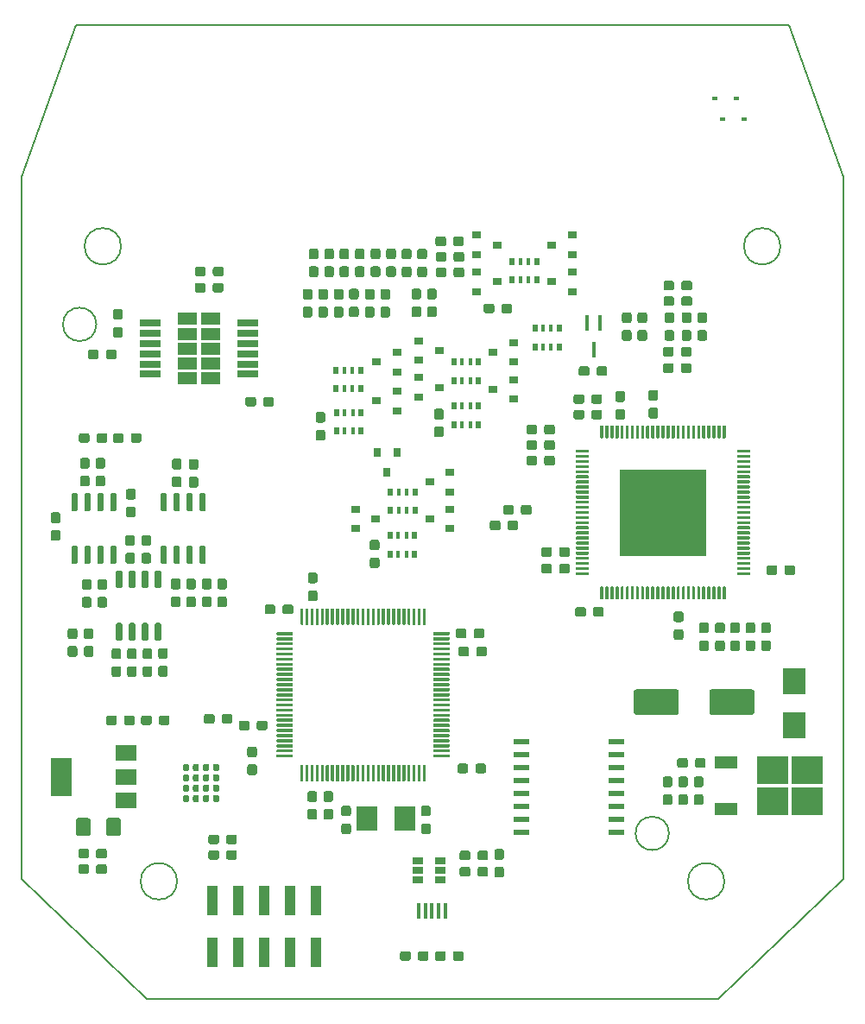
<source format=gbr>
G04 #@! TF.GenerationSoftware,KiCad,Pcbnew,(5.1.0-rc2-21-g16b3c80a7)*
G04 #@! TF.CreationDate,2019-06-05T23:58:20+02:00*
G04 #@! TF.ProjectId,microRusEfi,6d696372-6f52-4757-9345-66692e6b6963,R0.1*
G04 #@! TF.SameCoordinates,Original*
G04 #@! TF.FileFunction,Paste,Top*
G04 #@! TF.FilePolarity,Positive*
%FSLAX46Y46*%
G04 Gerber Fmt 4.6, Leading zero omitted, Abs format (unit mm)*
G04 Created by KiCad (PCBNEW (5.1.0-rc2-21-g16b3c80a7)) date 2019-06-05 23:58:20*
%MOMM*%
%LPD*%
G04 APERTURE LIST*
%ADD10C,0.200000*%
%ADD11C,0.100000*%
%ADD12C,0.590000*%
%ADD13C,0.950000*%
%ADD14R,1.500000X0.600000*%
%ADD15R,2.000000X3.800000*%
%ADD16R,2.000000X1.500000*%
%ADD17R,1.000000X3.000000*%
%ADD18C,1.425000*%
%ADD19C,0.300000*%
%ADD20R,0.500000X0.800000*%
%ADD21R,0.400000X0.800000*%
%ADD22R,0.900000X0.800000*%
%ADD23R,0.450000X1.500000*%
%ADD24C,0.600000*%
%ADD25R,2.200000X1.200000*%
%ADD26R,3.050000X2.750000*%
%ADD27R,8.500000X8.500000*%
%ADD28R,0.600000X0.450000*%
%ADD29R,0.800000X0.900000*%
%ADD30C,2.500000*%
%ADD31R,2.000000X0.650000*%
%ADD32R,1.950000X1.160000*%
%ADD33R,1.060000X0.650000*%
%ADD34R,2.300000X2.500000*%
%ADD35R,2.000000X2.400000*%
G04 APERTURE END LIST*
D10*
X20600000Y-35538500D02*
X25895900Y-20600000D01*
X32844596Y-116072400D02*
X20601600Y-104381342D01*
X101188000Y-35538500D02*
X95841300Y-20600000D01*
X101189600Y-104381342D02*
X88946604Y-116072400D01*
X25895900Y-20600000D02*
X95841300Y-20600000D01*
X101188000Y-35538500D02*
X101189600Y-104381342D01*
X20600000Y-35538500D02*
X20601600Y-104381342D01*
X84085800Y-99870300D02*
G75*
G03X84085800Y-99870300I-1638300J0D01*
G01*
X32844596Y-116072400D02*
X88946604Y-116072400D01*
X27926400Y-49959301D02*
G75*
G03X27926400Y-49959301I-1638300J0D01*
G01*
X89521400Y-104569300D02*
G75*
G03X89521400Y-104569300I-1790700J0D01*
G01*
X95020499Y-42301200D02*
G75*
G03X95020499Y-42301200I-1790700J0D01*
G01*
X30352101Y-42301200D02*
G75*
G03X30352101Y-42301200I-1790700J0D01*
G01*
X35851200Y-104569300D02*
G75*
G03X35851200Y-104569300I-1790700J0D01*
G01*
D11*
G36*
X37857958Y-96137210D02*
G01*
X37872276Y-96139334D01*
X37886317Y-96142851D01*
X37899946Y-96147728D01*
X37913031Y-96153917D01*
X37925447Y-96161358D01*
X37937073Y-96169981D01*
X37947798Y-96179702D01*
X37957519Y-96190427D01*
X37966142Y-96202053D01*
X37973583Y-96214469D01*
X37979772Y-96227554D01*
X37984649Y-96241183D01*
X37988166Y-96255224D01*
X37990290Y-96269542D01*
X37991000Y-96284000D01*
X37991000Y-96629000D01*
X37990290Y-96643458D01*
X37988166Y-96657776D01*
X37984649Y-96671817D01*
X37979772Y-96685446D01*
X37973583Y-96698531D01*
X37966142Y-96710947D01*
X37957519Y-96722573D01*
X37947798Y-96733298D01*
X37937073Y-96743019D01*
X37925447Y-96751642D01*
X37913031Y-96759083D01*
X37899946Y-96765272D01*
X37886317Y-96770149D01*
X37872276Y-96773666D01*
X37857958Y-96775790D01*
X37843500Y-96776500D01*
X37548500Y-96776500D01*
X37534042Y-96775790D01*
X37519724Y-96773666D01*
X37505683Y-96770149D01*
X37492054Y-96765272D01*
X37478969Y-96759083D01*
X37466553Y-96751642D01*
X37454927Y-96743019D01*
X37444202Y-96733298D01*
X37434481Y-96722573D01*
X37425858Y-96710947D01*
X37418417Y-96698531D01*
X37412228Y-96685446D01*
X37407351Y-96671817D01*
X37403834Y-96657776D01*
X37401710Y-96643458D01*
X37401000Y-96629000D01*
X37401000Y-96284000D01*
X37401710Y-96269542D01*
X37403834Y-96255224D01*
X37407351Y-96241183D01*
X37412228Y-96227554D01*
X37418417Y-96214469D01*
X37425858Y-96202053D01*
X37434481Y-96190427D01*
X37444202Y-96179702D01*
X37454927Y-96169981D01*
X37466553Y-96161358D01*
X37478969Y-96153917D01*
X37492054Y-96147728D01*
X37505683Y-96142851D01*
X37519724Y-96139334D01*
X37534042Y-96137210D01*
X37548500Y-96136500D01*
X37843500Y-96136500D01*
X37857958Y-96137210D01*
X37857958Y-96137210D01*
G37*
D12*
X37696000Y-96456500D03*
D11*
G36*
X36887958Y-96137210D02*
G01*
X36902276Y-96139334D01*
X36916317Y-96142851D01*
X36929946Y-96147728D01*
X36943031Y-96153917D01*
X36955447Y-96161358D01*
X36967073Y-96169981D01*
X36977798Y-96179702D01*
X36987519Y-96190427D01*
X36996142Y-96202053D01*
X37003583Y-96214469D01*
X37009772Y-96227554D01*
X37014649Y-96241183D01*
X37018166Y-96255224D01*
X37020290Y-96269542D01*
X37021000Y-96284000D01*
X37021000Y-96629000D01*
X37020290Y-96643458D01*
X37018166Y-96657776D01*
X37014649Y-96671817D01*
X37009772Y-96685446D01*
X37003583Y-96698531D01*
X36996142Y-96710947D01*
X36987519Y-96722573D01*
X36977798Y-96733298D01*
X36967073Y-96743019D01*
X36955447Y-96751642D01*
X36943031Y-96759083D01*
X36929946Y-96765272D01*
X36916317Y-96770149D01*
X36902276Y-96773666D01*
X36887958Y-96775790D01*
X36873500Y-96776500D01*
X36578500Y-96776500D01*
X36564042Y-96775790D01*
X36549724Y-96773666D01*
X36535683Y-96770149D01*
X36522054Y-96765272D01*
X36508969Y-96759083D01*
X36496553Y-96751642D01*
X36484927Y-96743019D01*
X36474202Y-96733298D01*
X36464481Y-96722573D01*
X36455858Y-96710947D01*
X36448417Y-96698531D01*
X36442228Y-96685446D01*
X36437351Y-96671817D01*
X36433834Y-96657776D01*
X36431710Y-96643458D01*
X36431000Y-96629000D01*
X36431000Y-96284000D01*
X36431710Y-96269542D01*
X36433834Y-96255224D01*
X36437351Y-96241183D01*
X36442228Y-96227554D01*
X36448417Y-96214469D01*
X36455858Y-96202053D01*
X36464481Y-96190427D01*
X36474202Y-96179702D01*
X36484927Y-96169981D01*
X36496553Y-96161358D01*
X36508969Y-96153917D01*
X36522054Y-96147728D01*
X36535683Y-96142851D01*
X36549724Y-96139334D01*
X36564042Y-96137210D01*
X36578500Y-96136500D01*
X36873500Y-96136500D01*
X36887958Y-96137210D01*
X36887958Y-96137210D01*
G37*
D12*
X36726000Y-96456500D03*
D11*
G36*
X37857958Y-95121210D02*
G01*
X37872276Y-95123334D01*
X37886317Y-95126851D01*
X37899946Y-95131728D01*
X37913031Y-95137917D01*
X37925447Y-95145358D01*
X37937073Y-95153981D01*
X37947798Y-95163702D01*
X37957519Y-95174427D01*
X37966142Y-95186053D01*
X37973583Y-95198469D01*
X37979772Y-95211554D01*
X37984649Y-95225183D01*
X37988166Y-95239224D01*
X37990290Y-95253542D01*
X37991000Y-95268000D01*
X37991000Y-95613000D01*
X37990290Y-95627458D01*
X37988166Y-95641776D01*
X37984649Y-95655817D01*
X37979772Y-95669446D01*
X37973583Y-95682531D01*
X37966142Y-95694947D01*
X37957519Y-95706573D01*
X37947798Y-95717298D01*
X37937073Y-95727019D01*
X37925447Y-95735642D01*
X37913031Y-95743083D01*
X37899946Y-95749272D01*
X37886317Y-95754149D01*
X37872276Y-95757666D01*
X37857958Y-95759790D01*
X37843500Y-95760500D01*
X37548500Y-95760500D01*
X37534042Y-95759790D01*
X37519724Y-95757666D01*
X37505683Y-95754149D01*
X37492054Y-95749272D01*
X37478969Y-95743083D01*
X37466553Y-95735642D01*
X37454927Y-95727019D01*
X37444202Y-95717298D01*
X37434481Y-95706573D01*
X37425858Y-95694947D01*
X37418417Y-95682531D01*
X37412228Y-95669446D01*
X37407351Y-95655817D01*
X37403834Y-95641776D01*
X37401710Y-95627458D01*
X37401000Y-95613000D01*
X37401000Y-95268000D01*
X37401710Y-95253542D01*
X37403834Y-95239224D01*
X37407351Y-95225183D01*
X37412228Y-95211554D01*
X37418417Y-95198469D01*
X37425858Y-95186053D01*
X37434481Y-95174427D01*
X37444202Y-95163702D01*
X37454927Y-95153981D01*
X37466553Y-95145358D01*
X37478969Y-95137917D01*
X37492054Y-95131728D01*
X37505683Y-95126851D01*
X37519724Y-95123334D01*
X37534042Y-95121210D01*
X37548500Y-95120500D01*
X37843500Y-95120500D01*
X37857958Y-95121210D01*
X37857958Y-95121210D01*
G37*
D12*
X37696000Y-95440500D03*
D11*
G36*
X36887958Y-95121210D02*
G01*
X36902276Y-95123334D01*
X36916317Y-95126851D01*
X36929946Y-95131728D01*
X36943031Y-95137917D01*
X36955447Y-95145358D01*
X36967073Y-95153981D01*
X36977798Y-95163702D01*
X36987519Y-95174427D01*
X36996142Y-95186053D01*
X37003583Y-95198469D01*
X37009772Y-95211554D01*
X37014649Y-95225183D01*
X37018166Y-95239224D01*
X37020290Y-95253542D01*
X37021000Y-95268000D01*
X37021000Y-95613000D01*
X37020290Y-95627458D01*
X37018166Y-95641776D01*
X37014649Y-95655817D01*
X37009772Y-95669446D01*
X37003583Y-95682531D01*
X36996142Y-95694947D01*
X36987519Y-95706573D01*
X36977798Y-95717298D01*
X36967073Y-95727019D01*
X36955447Y-95735642D01*
X36943031Y-95743083D01*
X36929946Y-95749272D01*
X36916317Y-95754149D01*
X36902276Y-95757666D01*
X36887958Y-95759790D01*
X36873500Y-95760500D01*
X36578500Y-95760500D01*
X36564042Y-95759790D01*
X36549724Y-95757666D01*
X36535683Y-95754149D01*
X36522054Y-95749272D01*
X36508969Y-95743083D01*
X36496553Y-95735642D01*
X36484927Y-95727019D01*
X36474202Y-95717298D01*
X36464481Y-95706573D01*
X36455858Y-95694947D01*
X36448417Y-95682531D01*
X36442228Y-95669446D01*
X36437351Y-95655817D01*
X36433834Y-95641776D01*
X36431710Y-95627458D01*
X36431000Y-95613000D01*
X36431000Y-95268000D01*
X36431710Y-95253542D01*
X36433834Y-95239224D01*
X36437351Y-95225183D01*
X36442228Y-95211554D01*
X36448417Y-95198469D01*
X36455858Y-95186053D01*
X36464481Y-95174427D01*
X36474202Y-95163702D01*
X36484927Y-95153981D01*
X36496553Y-95145358D01*
X36508969Y-95137917D01*
X36522054Y-95131728D01*
X36535683Y-95126851D01*
X36549724Y-95123334D01*
X36564042Y-95121210D01*
X36578500Y-95120500D01*
X36873500Y-95120500D01*
X36887958Y-95121210D01*
X36887958Y-95121210D01*
G37*
D12*
X36726000Y-95440500D03*
D11*
G36*
X37857958Y-94105210D02*
G01*
X37872276Y-94107334D01*
X37886317Y-94110851D01*
X37899946Y-94115728D01*
X37913031Y-94121917D01*
X37925447Y-94129358D01*
X37937073Y-94137981D01*
X37947798Y-94147702D01*
X37957519Y-94158427D01*
X37966142Y-94170053D01*
X37973583Y-94182469D01*
X37979772Y-94195554D01*
X37984649Y-94209183D01*
X37988166Y-94223224D01*
X37990290Y-94237542D01*
X37991000Y-94252000D01*
X37991000Y-94597000D01*
X37990290Y-94611458D01*
X37988166Y-94625776D01*
X37984649Y-94639817D01*
X37979772Y-94653446D01*
X37973583Y-94666531D01*
X37966142Y-94678947D01*
X37957519Y-94690573D01*
X37947798Y-94701298D01*
X37937073Y-94711019D01*
X37925447Y-94719642D01*
X37913031Y-94727083D01*
X37899946Y-94733272D01*
X37886317Y-94738149D01*
X37872276Y-94741666D01*
X37857958Y-94743790D01*
X37843500Y-94744500D01*
X37548500Y-94744500D01*
X37534042Y-94743790D01*
X37519724Y-94741666D01*
X37505683Y-94738149D01*
X37492054Y-94733272D01*
X37478969Y-94727083D01*
X37466553Y-94719642D01*
X37454927Y-94711019D01*
X37444202Y-94701298D01*
X37434481Y-94690573D01*
X37425858Y-94678947D01*
X37418417Y-94666531D01*
X37412228Y-94653446D01*
X37407351Y-94639817D01*
X37403834Y-94625776D01*
X37401710Y-94611458D01*
X37401000Y-94597000D01*
X37401000Y-94252000D01*
X37401710Y-94237542D01*
X37403834Y-94223224D01*
X37407351Y-94209183D01*
X37412228Y-94195554D01*
X37418417Y-94182469D01*
X37425858Y-94170053D01*
X37434481Y-94158427D01*
X37444202Y-94147702D01*
X37454927Y-94137981D01*
X37466553Y-94129358D01*
X37478969Y-94121917D01*
X37492054Y-94115728D01*
X37505683Y-94110851D01*
X37519724Y-94107334D01*
X37534042Y-94105210D01*
X37548500Y-94104500D01*
X37843500Y-94104500D01*
X37857958Y-94105210D01*
X37857958Y-94105210D01*
G37*
D12*
X37696000Y-94424500D03*
D11*
G36*
X36887958Y-94105210D02*
G01*
X36902276Y-94107334D01*
X36916317Y-94110851D01*
X36929946Y-94115728D01*
X36943031Y-94121917D01*
X36955447Y-94129358D01*
X36967073Y-94137981D01*
X36977798Y-94147702D01*
X36987519Y-94158427D01*
X36996142Y-94170053D01*
X37003583Y-94182469D01*
X37009772Y-94195554D01*
X37014649Y-94209183D01*
X37018166Y-94223224D01*
X37020290Y-94237542D01*
X37021000Y-94252000D01*
X37021000Y-94597000D01*
X37020290Y-94611458D01*
X37018166Y-94625776D01*
X37014649Y-94639817D01*
X37009772Y-94653446D01*
X37003583Y-94666531D01*
X36996142Y-94678947D01*
X36987519Y-94690573D01*
X36977798Y-94701298D01*
X36967073Y-94711019D01*
X36955447Y-94719642D01*
X36943031Y-94727083D01*
X36929946Y-94733272D01*
X36916317Y-94738149D01*
X36902276Y-94741666D01*
X36887958Y-94743790D01*
X36873500Y-94744500D01*
X36578500Y-94744500D01*
X36564042Y-94743790D01*
X36549724Y-94741666D01*
X36535683Y-94738149D01*
X36522054Y-94733272D01*
X36508969Y-94727083D01*
X36496553Y-94719642D01*
X36484927Y-94711019D01*
X36474202Y-94701298D01*
X36464481Y-94690573D01*
X36455858Y-94678947D01*
X36448417Y-94666531D01*
X36442228Y-94653446D01*
X36437351Y-94639817D01*
X36433834Y-94625776D01*
X36431710Y-94611458D01*
X36431000Y-94597000D01*
X36431000Y-94252000D01*
X36431710Y-94237542D01*
X36433834Y-94223224D01*
X36437351Y-94209183D01*
X36442228Y-94195554D01*
X36448417Y-94182469D01*
X36455858Y-94170053D01*
X36464481Y-94158427D01*
X36474202Y-94147702D01*
X36484927Y-94137981D01*
X36496553Y-94129358D01*
X36508969Y-94121917D01*
X36522054Y-94115728D01*
X36535683Y-94110851D01*
X36549724Y-94107334D01*
X36564042Y-94105210D01*
X36578500Y-94104500D01*
X36873500Y-94104500D01*
X36887958Y-94105210D01*
X36887958Y-94105210D01*
G37*
D12*
X36726000Y-94424500D03*
D11*
G36*
X37857958Y-93089210D02*
G01*
X37872276Y-93091334D01*
X37886317Y-93094851D01*
X37899946Y-93099728D01*
X37913031Y-93105917D01*
X37925447Y-93113358D01*
X37937073Y-93121981D01*
X37947798Y-93131702D01*
X37957519Y-93142427D01*
X37966142Y-93154053D01*
X37973583Y-93166469D01*
X37979772Y-93179554D01*
X37984649Y-93193183D01*
X37988166Y-93207224D01*
X37990290Y-93221542D01*
X37991000Y-93236000D01*
X37991000Y-93581000D01*
X37990290Y-93595458D01*
X37988166Y-93609776D01*
X37984649Y-93623817D01*
X37979772Y-93637446D01*
X37973583Y-93650531D01*
X37966142Y-93662947D01*
X37957519Y-93674573D01*
X37947798Y-93685298D01*
X37937073Y-93695019D01*
X37925447Y-93703642D01*
X37913031Y-93711083D01*
X37899946Y-93717272D01*
X37886317Y-93722149D01*
X37872276Y-93725666D01*
X37857958Y-93727790D01*
X37843500Y-93728500D01*
X37548500Y-93728500D01*
X37534042Y-93727790D01*
X37519724Y-93725666D01*
X37505683Y-93722149D01*
X37492054Y-93717272D01*
X37478969Y-93711083D01*
X37466553Y-93703642D01*
X37454927Y-93695019D01*
X37444202Y-93685298D01*
X37434481Y-93674573D01*
X37425858Y-93662947D01*
X37418417Y-93650531D01*
X37412228Y-93637446D01*
X37407351Y-93623817D01*
X37403834Y-93609776D01*
X37401710Y-93595458D01*
X37401000Y-93581000D01*
X37401000Y-93236000D01*
X37401710Y-93221542D01*
X37403834Y-93207224D01*
X37407351Y-93193183D01*
X37412228Y-93179554D01*
X37418417Y-93166469D01*
X37425858Y-93154053D01*
X37434481Y-93142427D01*
X37444202Y-93131702D01*
X37454927Y-93121981D01*
X37466553Y-93113358D01*
X37478969Y-93105917D01*
X37492054Y-93099728D01*
X37505683Y-93094851D01*
X37519724Y-93091334D01*
X37534042Y-93089210D01*
X37548500Y-93088500D01*
X37843500Y-93088500D01*
X37857958Y-93089210D01*
X37857958Y-93089210D01*
G37*
D12*
X37696000Y-93408500D03*
D11*
G36*
X36887958Y-93089210D02*
G01*
X36902276Y-93091334D01*
X36916317Y-93094851D01*
X36929946Y-93099728D01*
X36943031Y-93105917D01*
X36955447Y-93113358D01*
X36967073Y-93121981D01*
X36977798Y-93131702D01*
X36987519Y-93142427D01*
X36996142Y-93154053D01*
X37003583Y-93166469D01*
X37009772Y-93179554D01*
X37014649Y-93193183D01*
X37018166Y-93207224D01*
X37020290Y-93221542D01*
X37021000Y-93236000D01*
X37021000Y-93581000D01*
X37020290Y-93595458D01*
X37018166Y-93609776D01*
X37014649Y-93623817D01*
X37009772Y-93637446D01*
X37003583Y-93650531D01*
X36996142Y-93662947D01*
X36987519Y-93674573D01*
X36977798Y-93685298D01*
X36967073Y-93695019D01*
X36955447Y-93703642D01*
X36943031Y-93711083D01*
X36929946Y-93717272D01*
X36916317Y-93722149D01*
X36902276Y-93725666D01*
X36887958Y-93727790D01*
X36873500Y-93728500D01*
X36578500Y-93728500D01*
X36564042Y-93727790D01*
X36549724Y-93725666D01*
X36535683Y-93722149D01*
X36522054Y-93717272D01*
X36508969Y-93711083D01*
X36496553Y-93703642D01*
X36484927Y-93695019D01*
X36474202Y-93685298D01*
X36464481Y-93674573D01*
X36455858Y-93662947D01*
X36448417Y-93650531D01*
X36442228Y-93637446D01*
X36437351Y-93623817D01*
X36433834Y-93609776D01*
X36431710Y-93595458D01*
X36431000Y-93581000D01*
X36431000Y-93236000D01*
X36431710Y-93221542D01*
X36433834Y-93207224D01*
X36437351Y-93193183D01*
X36442228Y-93179554D01*
X36448417Y-93166469D01*
X36455858Y-93154053D01*
X36464481Y-93142427D01*
X36474202Y-93131702D01*
X36484927Y-93121981D01*
X36496553Y-93113358D01*
X36508969Y-93105917D01*
X36522054Y-93099728D01*
X36535683Y-93094851D01*
X36549724Y-93091334D01*
X36564042Y-93089210D01*
X36578500Y-93088500D01*
X36873500Y-93088500D01*
X36887958Y-93089210D01*
X36887958Y-93089210D01*
G37*
D12*
X36726000Y-93408500D03*
D11*
G36*
X39826458Y-96137210D02*
G01*
X39840776Y-96139334D01*
X39854817Y-96142851D01*
X39868446Y-96147728D01*
X39881531Y-96153917D01*
X39893947Y-96161358D01*
X39905573Y-96169981D01*
X39916298Y-96179702D01*
X39926019Y-96190427D01*
X39934642Y-96202053D01*
X39942083Y-96214469D01*
X39948272Y-96227554D01*
X39953149Y-96241183D01*
X39956666Y-96255224D01*
X39958790Y-96269542D01*
X39959500Y-96284000D01*
X39959500Y-96629000D01*
X39958790Y-96643458D01*
X39956666Y-96657776D01*
X39953149Y-96671817D01*
X39948272Y-96685446D01*
X39942083Y-96698531D01*
X39934642Y-96710947D01*
X39926019Y-96722573D01*
X39916298Y-96733298D01*
X39905573Y-96743019D01*
X39893947Y-96751642D01*
X39881531Y-96759083D01*
X39868446Y-96765272D01*
X39854817Y-96770149D01*
X39840776Y-96773666D01*
X39826458Y-96775790D01*
X39812000Y-96776500D01*
X39517000Y-96776500D01*
X39502542Y-96775790D01*
X39488224Y-96773666D01*
X39474183Y-96770149D01*
X39460554Y-96765272D01*
X39447469Y-96759083D01*
X39435053Y-96751642D01*
X39423427Y-96743019D01*
X39412702Y-96733298D01*
X39402981Y-96722573D01*
X39394358Y-96710947D01*
X39386917Y-96698531D01*
X39380728Y-96685446D01*
X39375851Y-96671817D01*
X39372334Y-96657776D01*
X39370210Y-96643458D01*
X39369500Y-96629000D01*
X39369500Y-96284000D01*
X39370210Y-96269542D01*
X39372334Y-96255224D01*
X39375851Y-96241183D01*
X39380728Y-96227554D01*
X39386917Y-96214469D01*
X39394358Y-96202053D01*
X39402981Y-96190427D01*
X39412702Y-96179702D01*
X39423427Y-96169981D01*
X39435053Y-96161358D01*
X39447469Y-96153917D01*
X39460554Y-96147728D01*
X39474183Y-96142851D01*
X39488224Y-96139334D01*
X39502542Y-96137210D01*
X39517000Y-96136500D01*
X39812000Y-96136500D01*
X39826458Y-96137210D01*
X39826458Y-96137210D01*
G37*
D12*
X39664500Y-96456500D03*
D11*
G36*
X38856458Y-96137210D02*
G01*
X38870776Y-96139334D01*
X38884817Y-96142851D01*
X38898446Y-96147728D01*
X38911531Y-96153917D01*
X38923947Y-96161358D01*
X38935573Y-96169981D01*
X38946298Y-96179702D01*
X38956019Y-96190427D01*
X38964642Y-96202053D01*
X38972083Y-96214469D01*
X38978272Y-96227554D01*
X38983149Y-96241183D01*
X38986666Y-96255224D01*
X38988790Y-96269542D01*
X38989500Y-96284000D01*
X38989500Y-96629000D01*
X38988790Y-96643458D01*
X38986666Y-96657776D01*
X38983149Y-96671817D01*
X38978272Y-96685446D01*
X38972083Y-96698531D01*
X38964642Y-96710947D01*
X38956019Y-96722573D01*
X38946298Y-96733298D01*
X38935573Y-96743019D01*
X38923947Y-96751642D01*
X38911531Y-96759083D01*
X38898446Y-96765272D01*
X38884817Y-96770149D01*
X38870776Y-96773666D01*
X38856458Y-96775790D01*
X38842000Y-96776500D01*
X38547000Y-96776500D01*
X38532542Y-96775790D01*
X38518224Y-96773666D01*
X38504183Y-96770149D01*
X38490554Y-96765272D01*
X38477469Y-96759083D01*
X38465053Y-96751642D01*
X38453427Y-96743019D01*
X38442702Y-96733298D01*
X38432981Y-96722573D01*
X38424358Y-96710947D01*
X38416917Y-96698531D01*
X38410728Y-96685446D01*
X38405851Y-96671817D01*
X38402334Y-96657776D01*
X38400210Y-96643458D01*
X38399500Y-96629000D01*
X38399500Y-96284000D01*
X38400210Y-96269542D01*
X38402334Y-96255224D01*
X38405851Y-96241183D01*
X38410728Y-96227554D01*
X38416917Y-96214469D01*
X38424358Y-96202053D01*
X38432981Y-96190427D01*
X38442702Y-96179702D01*
X38453427Y-96169981D01*
X38465053Y-96161358D01*
X38477469Y-96153917D01*
X38490554Y-96147728D01*
X38504183Y-96142851D01*
X38518224Y-96139334D01*
X38532542Y-96137210D01*
X38547000Y-96136500D01*
X38842000Y-96136500D01*
X38856458Y-96137210D01*
X38856458Y-96137210D01*
G37*
D12*
X38694500Y-96456500D03*
D11*
G36*
X39826458Y-95121210D02*
G01*
X39840776Y-95123334D01*
X39854817Y-95126851D01*
X39868446Y-95131728D01*
X39881531Y-95137917D01*
X39893947Y-95145358D01*
X39905573Y-95153981D01*
X39916298Y-95163702D01*
X39926019Y-95174427D01*
X39934642Y-95186053D01*
X39942083Y-95198469D01*
X39948272Y-95211554D01*
X39953149Y-95225183D01*
X39956666Y-95239224D01*
X39958790Y-95253542D01*
X39959500Y-95268000D01*
X39959500Y-95613000D01*
X39958790Y-95627458D01*
X39956666Y-95641776D01*
X39953149Y-95655817D01*
X39948272Y-95669446D01*
X39942083Y-95682531D01*
X39934642Y-95694947D01*
X39926019Y-95706573D01*
X39916298Y-95717298D01*
X39905573Y-95727019D01*
X39893947Y-95735642D01*
X39881531Y-95743083D01*
X39868446Y-95749272D01*
X39854817Y-95754149D01*
X39840776Y-95757666D01*
X39826458Y-95759790D01*
X39812000Y-95760500D01*
X39517000Y-95760500D01*
X39502542Y-95759790D01*
X39488224Y-95757666D01*
X39474183Y-95754149D01*
X39460554Y-95749272D01*
X39447469Y-95743083D01*
X39435053Y-95735642D01*
X39423427Y-95727019D01*
X39412702Y-95717298D01*
X39402981Y-95706573D01*
X39394358Y-95694947D01*
X39386917Y-95682531D01*
X39380728Y-95669446D01*
X39375851Y-95655817D01*
X39372334Y-95641776D01*
X39370210Y-95627458D01*
X39369500Y-95613000D01*
X39369500Y-95268000D01*
X39370210Y-95253542D01*
X39372334Y-95239224D01*
X39375851Y-95225183D01*
X39380728Y-95211554D01*
X39386917Y-95198469D01*
X39394358Y-95186053D01*
X39402981Y-95174427D01*
X39412702Y-95163702D01*
X39423427Y-95153981D01*
X39435053Y-95145358D01*
X39447469Y-95137917D01*
X39460554Y-95131728D01*
X39474183Y-95126851D01*
X39488224Y-95123334D01*
X39502542Y-95121210D01*
X39517000Y-95120500D01*
X39812000Y-95120500D01*
X39826458Y-95121210D01*
X39826458Y-95121210D01*
G37*
D12*
X39664500Y-95440500D03*
D11*
G36*
X38856458Y-95121210D02*
G01*
X38870776Y-95123334D01*
X38884817Y-95126851D01*
X38898446Y-95131728D01*
X38911531Y-95137917D01*
X38923947Y-95145358D01*
X38935573Y-95153981D01*
X38946298Y-95163702D01*
X38956019Y-95174427D01*
X38964642Y-95186053D01*
X38972083Y-95198469D01*
X38978272Y-95211554D01*
X38983149Y-95225183D01*
X38986666Y-95239224D01*
X38988790Y-95253542D01*
X38989500Y-95268000D01*
X38989500Y-95613000D01*
X38988790Y-95627458D01*
X38986666Y-95641776D01*
X38983149Y-95655817D01*
X38978272Y-95669446D01*
X38972083Y-95682531D01*
X38964642Y-95694947D01*
X38956019Y-95706573D01*
X38946298Y-95717298D01*
X38935573Y-95727019D01*
X38923947Y-95735642D01*
X38911531Y-95743083D01*
X38898446Y-95749272D01*
X38884817Y-95754149D01*
X38870776Y-95757666D01*
X38856458Y-95759790D01*
X38842000Y-95760500D01*
X38547000Y-95760500D01*
X38532542Y-95759790D01*
X38518224Y-95757666D01*
X38504183Y-95754149D01*
X38490554Y-95749272D01*
X38477469Y-95743083D01*
X38465053Y-95735642D01*
X38453427Y-95727019D01*
X38442702Y-95717298D01*
X38432981Y-95706573D01*
X38424358Y-95694947D01*
X38416917Y-95682531D01*
X38410728Y-95669446D01*
X38405851Y-95655817D01*
X38402334Y-95641776D01*
X38400210Y-95627458D01*
X38399500Y-95613000D01*
X38399500Y-95268000D01*
X38400210Y-95253542D01*
X38402334Y-95239224D01*
X38405851Y-95225183D01*
X38410728Y-95211554D01*
X38416917Y-95198469D01*
X38424358Y-95186053D01*
X38432981Y-95174427D01*
X38442702Y-95163702D01*
X38453427Y-95153981D01*
X38465053Y-95145358D01*
X38477469Y-95137917D01*
X38490554Y-95131728D01*
X38504183Y-95126851D01*
X38518224Y-95123334D01*
X38532542Y-95121210D01*
X38547000Y-95120500D01*
X38842000Y-95120500D01*
X38856458Y-95121210D01*
X38856458Y-95121210D01*
G37*
D12*
X38694500Y-95440500D03*
D11*
G36*
X39826458Y-93089210D02*
G01*
X39840776Y-93091334D01*
X39854817Y-93094851D01*
X39868446Y-93099728D01*
X39881531Y-93105917D01*
X39893947Y-93113358D01*
X39905573Y-93121981D01*
X39916298Y-93131702D01*
X39926019Y-93142427D01*
X39934642Y-93154053D01*
X39942083Y-93166469D01*
X39948272Y-93179554D01*
X39953149Y-93193183D01*
X39956666Y-93207224D01*
X39958790Y-93221542D01*
X39959500Y-93236000D01*
X39959500Y-93581000D01*
X39958790Y-93595458D01*
X39956666Y-93609776D01*
X39953149Y-93623817D01*
X39948272Y-93637446D01*
X39942083Y-93650531D01*
X39934642Y-93662947D01*
X39926019Y-93674573D01*
X39916298Y-93685298D01*
X39905573Y-93695019D01*
X39893947Y-93703642D01*
X39881531Y-93711083D01*
X39868446Y-93717272D01*
X39854817Y-93722149D01*
X39840776Y-93725666D01*
X39826458Y-93727790D01*
X39812000Y-93728500D01*
X39517000Y-93728500D01*
X39502542Y-93727790D01*
X39488224Y-93725666D01*
X39474183Y-93722149D01*
X39460554Y-93717272D01*
X39447469Y-93711083D01*
X39435053Y-93703642D01*
X39423427Y-93695019D01*
X39412702Y-93685298D01*
X39402981Y-93674573D01*
X39394358Y-93662947D01*
X39386917Y-93650531D01*
X39380728Y-93637446D01*
X39375851Y-93623817D01*
X39372334Y-93609776D01*
X39370210Y-93595458D01*
X39369500Y-93581000D01*
X39369500Y-93236000D01*
X39370210Y-93221542D01*
X39372334Y-93207224D01*
X39375851Y-93193183D01*
X39380728Y-93179554D01*
X39386917Y-93166469D01*
X39394358Y-93154053D01*
X39402981Y-93142427D01*
X39412702Y-93131702D01*
X39423427Y-93121981D01*
X39435053Y-93113358D01*
X39447469Y-93105917D01*
X39460554Y-93099728D01*
X39474183Y-93094851D01*
X39488224Y-93091334D01*
X39502542Y-93089210D01*
X39517000Y-93088500D01*
X39812000Y-93088500D01*
X39826458Y-93089210D01*
X39826458Y-93089210D01*
G37*
D12*
X39664500Y-93408500D03*
D11*
G36*
X38856458Y-93089210D02*
G01*
X38870776Y-93091334D01*
X38884817Y-93094851D01*
X38898446Y-93099728D01*
X38911531Y-93105917D01*
X38923947Y-93113358D01*
X38935573Y-93121981D01*
X38946298Y-93131702D01*
X38956019Y-93142427D01*
X38964642Y-93154053D01*
X38972083Y-93166469D01*
X38978272Y-93179554D01*
X38983149Y-93193183D01*
X38986666Y-93207224D01*
X38988790Y-93221542D01*
X38989500Y-93236000D01*
X38989500Y-93581000D01*
X38988790Y-93595458D01*
X38986666Y-93609776D01*
X38983149Y-93623817D01*
X38978272Y-93637446D01*
X38972083Y-93650531D01*
X38964642Y-93662947D01*
X38956019Y-93674573D01*
X38946298Y-93685298D01*
X38935573Y-93695019D01*
X38923947Y-93703642D01*
X38911531Y-93711083D01*
X38898446Y-93717272D01*
X38884817Y-93722149D01*
X38870776Y-93725666D01*
X38856458Y-93727790D01*
X38842000Y-93728500D01*
X38547000Y-93728500D01*
X38532542Y-93727790D01*
X38518224Y-93725666D01*
X38504183Y-93722149D01*
X38490554Y-93717272D01*
X38477469Y-93711083D01*
X38465053Y-93703642D01*
X38453427Y-93695019D01*
X38442702Y-93685298D01*
X38432981Y-93674573D01*
X38424358Y-93662947D01*
X38416917Y-93650531D01*
X38410728Y-93637446D01*
X38405851Y-93623817D01*
X38402334Y-93609776D01*
X38400210Y-93595458D01*
X38399500Y-93581000D01*
X38399500Y-93236000D01*
X38400210Y-93221542D01*
X38402334Y-93207224D01*
X38405851Y-93193183D01*
X38410728Y-93179554D01*
X38416917Y-93166469D01*
X38424358Y-93154053D01*
X38432981Y-93142427D01*
X38442702Y-93131702D01*
X38453427Y-93121981D01*
X38465053Y-93113358D01*
X38477469Y-93105917D01*
X38490554Y-93099728D01*
X38504183Y-93094851D01*
X38518224Y-93091334D01*
X38532542Y-93089210D01*
X38547000Y-93088500D01*
X38842000Y-93088500D01*
X38856458Y-93089210D01*
X38856458Y-93089210D01*
G37*
D12*
X38694500Y-93408500D03*
D11*
G36*
X39826458Y-94105210D02*
G01*
X39840776Y-94107334D01*
X39854817Y-94110851D01*
X39868446Y-94115728D01*
X39881531Y-94121917D01*
X39893947Y-94129358D01*
X39905573Y-94137981D01*
X39916298Y-94147702D01*
X39926019Y-94158427D01*
X39934642Y-94170053D01*
X39942083Y-94182469D01*
X39948272Y-94195554D01*
X39953149Y-94209183D01*
X39956666Y-94223224D01*
X39958790Y-94237542D01*
X39959500Y-94252000D01*
X39959500Y-94597000D01*
X39958790Y-94611458D01*
X39956666Y-94625776D01*
X39953149Y-94639817D01*
X39948272Y-94653446D01*
X39942083Y-94666531D01*
X39934642Y-94678947D01*
X39926019Y-94690573D01*
X39916298Y-94701298D01*
X39905573Y-94711019D01*
X39893947Y-94719642D01*
X39881531Y-94727083D01*
X39868446Y-94733272D01*
X39854817Y-94738149D01*
X39840776Y-94741666D01*
X39826458Y-94743790D01*
X39812000Y-94744500D01*
X39517000Y-94744500D01*
X39502542Y-94743790D01*
X39488224Y-94741666D01*
X39474183Y-94738149D01*
X39460554Y-94733272D01*
X39447469Y-94727083D01*
X39435053Y-94719642D01*
X39423427Y-94711019D01*
X39412702Y-94701298D01*
X39402981Y-94690573D01*
X39394358Y-94678947D01*
X39386917Y-94666531D01*
X39380728Y-94653446D01*
X39375851Y-94639817D01*
X39372334Y-94625776D01*
X39370210Y-94611458D01*
X39369500Y-94597000D01*
X39369500Y-94252000D01*
X39370210Y-94237542D01*
X39372334Y-94223224D01*
X39375851Y-94209183D01*
X39380728Y-94195554D01*
X39386917Y-94182469D01*
X39394358Y-94170053D01*
X39402981Y-94158427D01*
X39412702Y-94147702D01*
X39423427Y-94137981D01*
X39435053Y-94129358D01*
X39447469Y-94121917D01*
X39460554Y-94115728D01*
X39474183Y-94110851D01*
X39488224Y-94107334D01*
X39502542Y-94105210D01*
X39517000Y-94104500D01*
X39812000Y-94104500D01*
X39826458Y-94105210D01*
X39826458Y-94105210D01*
G37*
D12*
X39664500Y-94424500D03*
D11*
G36*
X38856458Y-94105210D02*
G01*
X38870776Y-94107334D01*
X38884817Y-94110851D01*
X38898446Y-94115728D01*
X38911531Y-94121917D01*
X38923947Y-94129358D01*
X38935573Y-94137981D01*
X38946298Y-94147702D01*
X38956019Y-94158427D01*
X38964642Y-94170053D01*
X38972083Y-94182469D01*
X38978272Y-94195554D01*
X38983149Y-94209183D01*
X38986666Y-94223224D01*
X38988790Y-94237542D01*
X38989500Y-94252000D01*
X38989500Y-94597000D01*
X38988790Y-94611458D01*
X38986666Y-94625776D01*
X38983149Y-94639817D01*
X38978272Y-94653446D01*
X38972083Y-94666531D01*
X38964642Y-94678947D01*
X38956019Y-94690573D01*
X38946298Y-94701298D01*
X38935573Y-94711019D01*
X38923947Y-94719642D01*
X38911531Y-94727083D01*
X38898446Y-94733272D01*
X38884817Y-94738149D01*
X38870776Y-94741666D01*
X38856458Y-94743790D01*
X38842000Y-94744500D01*
X38547000Y-94744500D01*
X38532542Y-94743790D01*
X38518224Y-94741666D01*
X38504183Y-94738149D01*
X38490554Y-94733272D01*
X38477469Y-94727083D01*
X38465053Y-94719642D01*
X38453427Y-94711019D01*
X38442702Y-94701298D01*
X38432981Y-94690573D01*
X38424358Y-94678947D01*
X38416917Y-94666531D01*
X38410728Y-94653446D01*
X38405851Y-94639817D01*
X38402334Y-94625776D01*
X38400210Y-94611458D01*
X38399500Y-94597000D01*
X38399500Y-94252000D01*
X38400210Y-94237542D01*
X38402334Y-94223224D01*
X38405851Y-94209183D01*
X38410728Y-94195554D01*
X38416917Y-94182469D01*
X38424358Y-94170053D01*
X38432981Y-94158427D01*
X38442702Y-94147702D01*
X38453427Y-94137981D01*
X38465053Y-94129358D01*
X38477469Y-94121917D01*
X38490554Y-94115728D01*
X38504183Y-94110851D01*
X38518224Y-94107334D01*
X38532542Y-94105210D01*
X38547000Y-94104500D01*
X38842000Y-94104500D01*
X38856458Y-94105210D01*
X38856458Y-94105210D01*
G37*
D12*
X38694500Y-94424500D03*
D11*
G36*
X39313779Y-88172144D02*
G01*
X39336834Y-88175563D01*
X39359443Y-88181227D01*
X39381387Y-88189079D01*
X39402457Y-88199044D01*
X39422448Y-88211026D01*
X39441168Y-88224910D01*
X39458438Y-88240562D01*
X39474090Y-88257832D01*
X39487974Y-88276552D01*
X39499956Y-88296543D01*
X39509921Y-88317613D01*
X39517773Y-88339557D01*
X39523437Y-88362166D01*
X39526856Y-88385221D01*
X39528000Y-88408500D01*
X39528000Y-88883500D01*
X39526856Y-88906779D01*
X39523437Y-88929834D01*
X39517773Y-88952443D01*
X39509921Y-88974387D01*
X39499956Y-88995457D01*
X39487974Y-89015448D01*
X39474090Y-89034168D01*
X39458438Y-89051438D01*
X39441168Y-89067090D01*
X39422448Y-89080974D01*
X39402457Y-89092956D01*
X39381387Y-89102921D01*
X39359443Y-89110773D01*
X39336834Y-89116437D01*
X39313779Y-89119856D01*
X39290500Y-89121000D01*
X38715500Y-89121000D01*
X38692221Y-89119856D01*
X38669166Y-89116437D01*
X38646557Y-89110773D01*
X38624613Y-89102921D01*
X38603543Y-89092956D01*
X38583552Y-89080974D01*
X38564832Y-89067090D01*
X38547562Y-89051438D01*
X38531910Y-89034168D01*
X38518026Y-89015448D01*
X38506044Y-88995457D01*
X38496079Y-88974387D01*
X38488227Y-88952443D01*
X38482563Y-88929834D01*
X38479144Y-88906779D01*
X38478000Y-88883500D01*
X38478000Y-88408500D01*
X38479144Y-88385221D01*
X38482563Y-88362166D01*
X38488227Y-88339557D01*
X38496079Y-88317613D01*
X38506044Y-88296543D01*
X38518026Y-88276552D01*
X38531910Y-88257832D01*
X38547562Y-88240562D01*
X38564832Y-88224910D01*
X38583552Y-88211026D01*
X38603543Y-88199044D01*
X38624613Y-88189079D01*
X38646557Y-88181227D01*
X38669166Y-88175563D01*
X38692221Y-88172144D01*
X38715500Y-88171000D01*
X39290500Y-88171000D01*
X39313779Y-88172144D01*
X39313779Y-88172144D01*
G37*
D13*
X39003000Y-88646000D03*
D11*
G36*
X41063779Y-88172144D02*
G01*
X41086834Y-88175563D01*
X41109443Y-88181227D01*
X41131387Y-88189079D01*
X41152457Y-88199044D01*
X41172448Y-88211026D01*
X41191168Y-88224910D01*
X41208438Y-88240562D01*
X41224090Y-88257832D01*
X41237974Y-88276552D01*
X41249956Y-88296543D01*
X41259921Y-88317613D01*
X41267773Y-88339557D01*
X41273437Y-88362166D01*
X41276856Y-88385221D01*
X41278000Y-88408500D01*
X41278000Y-88883500D01*
X41276856Y-88906779D01*
X41273437Y-88929834D01*
X41267773Y-88952443D01*
X41259921Y-88974387D01*
X41249956Y-88995457D01*
X41237974Y-89015448D01*
X41224090Y-89034168D01*
X41208438Y-89051438D01*
X41191168Y-89067090D01*
X41172448Y-89080974D01*
X41152457Y-89092956D01*
X41131387Y-89102921D01*
X41109443Y-89110773D01*
X41086834Y-89116437D01*
X41063779Y-89119856D01*
X41040500Y-89121000D01*
X40465500Y-89121000D01*
X40442221Y-89119856D01*
X40419166Y-89116437D01*
X40396557Y-89110773D01*
X40374613Y-89102921D01*
X40353543Y-89092956D01*
X40333552Y-89080974D01*
X40314832Y-89067090D01*
X40297562Y-89051438D01*
X40281910Y-89034168D01*
X40268026Y-89015448D01*
X40256044Y-88995457D01*
X40246079Y-88974387D01*
X40238227Y-88952443D01*
X40232563Y-88929834D01*
X40229144Y-88906779D01*
X40228000Y-88883500D01*
X40228000Y-88408500D01*
X40229144Y-88385221D01*
X40232563Y-88362166D01*
X40238227Y-88339557D01*
X40246079Y-88317613D01*
X40256044Y-88296543D01*
X40268026Y-88276552D01*
X40281910Y-88257832D01*
X40297562Y-88240562D01*
X40314832Y-88224910D01*
X40333552Y-88211026D01*
X40353543Y-88199044D01*
X40374613Y-88189079D01*
X40396557Y-88181227D01*
X40419166Y-88175563D01*
X40442221Y-88172144D01*
X40465500Y-88171000D01*
X41040500Y-88171000D01*
X41063779Y-88172144D01*
X41063779Y-88172144D01*
G37*
D13*
X40753000Y-88646000D03*
D14*
X78932300Y-90919300D03*
X78932300Y-92189300D03*
X78932300Y-93459300D03*
X78932300Y-94729300D03*
X78932300Y-95999300D03*
X78932300Y-97269300D03*
X78932300Y-98539300D03*
X78932300Y-99809300D03*
X69632300Y-99809300D03*
X69632300Y-98539300D03*
X69632300Y-97269300D03*
X69632300Y-95999300D03*
X69632300Y-94729300D03*
X69632300Y-93459300D03*
X69632300Y-92189300D03*
X69632300Y-90919300D03*
D11*
G36*
X28795579Y-60613144D02*
G01*
X28818634Y-60616563D01*
X28841243Y-60622227D01*
X28863187Y-60630079D01*
X28884257Y-60640044D01*
X28904248Y-60652026D01*
X28922968Y-60665910D01*
X28940238Y-60681562D01*
X28955890Y-60698832D01*
X28969774Y-60717552D01*
X28981756Y-60737543D01*
X28991721Y-60758613D01*
X28999573Y-60780557D01*
X29005237Y-60803166D01*
X29008656Y-60826221D01*
X29009800Y-60849500D01*
X29009800Y-61324500D01*
X29008656Y-61347779D01*
X29005237Y-61370834D01*
X28999573Y-61393443D01*
X28991721Y-61415387D01*
X28981756Y-61436457D01*
X28969774Y-61456448D01*
X28955890Y-61475168D01*
X28940238Y-61492438D01*
X28922968Y-61508090D01*
X28904248Y-61521974D01*
X28884257Y-61533956D01*
X28863187Y-61543921D01*
X28841243Y-61551773D01*
X28818634Y-61557437D01*
X28795579Y-61560856D01*
X28772300Y-61562000D01*
X28197300Y-61562000D01*
X28174021Y-61560856D01*
X28150966Y-61557437D01*
X28128357Y-61551773D01*
X28106413Y-61543921D01*
X28085343Y-61533956D01*
X28065352Y-61521974D01*
X28046632Y-61508090D01*
X28029362Y-61492438D01*
X28013710Y-61475168D01*
X27999826Y-61456448D01*
X27987844Y-61436457D01*
X27977879Y-61415387D01*
X27970027Y-61393443D01*
X27964363Y-61370834D01*
X27960944Y-61347779D01*
X27959800Y-61324500D01*
X27959800Y-60849500D01*
X27960944Y-60826221D01*
X27964363Y-60803166D01*
X27970027Y-60780557D01*
X27977879Y-60758613D01*
X27987844Y-60737543D01*
X27999826Y-60717552D01*
X28013710Y-60698832D01*
X28029362Y-60681562D01*
X28046632Y-60665910D01*
X28065352Y-60652026D01*
X28085343Y-60640044D01*
X28106413Y-60630079D01*
X28128357Y-60622227D01*
X28150966Y-60616563D01*
X28174021Y-60613144D01*
X28197300Y-60612000D01*
X28772300Y-60612000D01*
X28795579Y-60613144D01*
X28795579Y-60613144D01*
G37*
D13*
X28484800Y-61087000D03*
D11*
G36*
X27045579Y-60613144D02*
G01*
X27068634Y-60616563D01*
X27091243Y-60622227D01*
X27113187Y-60630079D01*
X27134257Y-60640044D01*
X27154248Y-60652026D01*
X27172968Y-60665910D01*
X27190238Y-60681562D01*
X27205890Y-60698832D01*
X27219774Y-60717552D01*
X27231756Y-60737543D01*
X27241721Y-60758613D01*
X27249573Y-60780557D01*
X27255237Y-60803166D01*
X27258656Y-60826221D01*
X27259800Y-60849500D01*
X27259800Y-61324500D01*
X27258656Y-61347779D01*
X27255237Y-61370834D01*
X27249573Y-61393443D01*
X27241721Y-61415387D01*
X27231756Y-61436457D01*
X27219774Y-61456448D01*
X27205890Y-61475168D01*
X27190238Y-61492438D01*
X27172968Y-61508090D01*
X27154248Y-61521974D01*
X27134257Y-61533956D01*
X27113187Y-61543921D01*
X27091243Y-61551773D01*
X27068634Y-61557437D01*
X27045579Y-61560856D01*
X27022300Y-61562000D01*
X26447300Y-61562000D01*
X26424021Y-61560856D01*
X26400966Y-61557437D01*
X26378357Y-61551773D01*
X26356413Y-61543921D01*
X26335343Y-61533956D01*
X26315352Y-61521974D01*
X26296632Y-61508090D01*
X26279362Y-61492438D01*
X26263710Y-61475168D01*
X26249826Y-61456448D01*
X26237844Y-61436457D01*
X26227879Y-61415387D01*
X26220027Y-61393443D01*
X26214363Y-61370834D01*
X26210944Y-61347779D01*
X26209800Y-61324500D01*
X26209800Y-60849500D01*
X26210944Y-60826221D01*
X26214363Y-60803166D01*
X26220027Y-60780557D01*
X26227879Y-60758613D01*
X26237844Y-60737543D01*
X26249826Y-60717552D01*
X26263710Y-60698832D01*
X26279362Y-60681562D01*
X26296632Y-60665910D01*
X26315352Y-60652026D01*
X26335343Y-60640044D01*
X26356413Y-60630079D01*
X26378357Y-60622227D01*
X26400966Y-60616563D01*
X26424021Y-60613144D01*
X26447300Y-60612000D01*
X27022300Y-60612000D01*
X27045579Y-60613144D01*
X27045579Y-60613144D01*
G37*
D13*
X26734800Y-61087000D03*
D11*
G36*
X32148379Y-60613144D02*
G01*
X32171434Y-60616563D01*
X32194043Y-60622227D01*
X32215987Y-60630079D01*
X32237057Y-60640044D01*
X32257048Y-60652026D01*
X32275768Y-60665910D01*
X32293038Y-60681562D01*
X32308690Y-60698832D01*
X32322574Y-60717552D01*
X32334556Y-60737543D01*
X32344521Y-60758613D01*
X32352373Y-60780557D01*
X32358037Y-60803166D01*
X32361456Y-60826221D01*
X32362600Y-60849500D01*
X32362600Y-61324500D01*
X32361456Y-61347779D01*
X32358037Y-61370834D01*
X32352373Y-61393443D01*
X32344521Y-61415387D01*
X32334556Y-61436457D01*
X32322574Y-61456448D01*
X32308690Y-61475168D01*
X32293038Y-61492438D01*
X32275768Y-61508090D01*
X32257048Y-61521974D01*
X32237057Y-61533956D01*
X32215987Y-61543921D01*
X32194043Y-61551773D01*
X32171434Y-61557437D01*
X32148379Y-61560856D01*
X32125100Y-61562000D01*
X31550100Y-61562000D01*
X31526821Y-61560856D01*
X31503766Y-61557437D01*
X31481157Y-61551773D01*
X31459213Y-61543921D01*
X31438143Y-61533956D01*
X31418152Y-61521974D01*
X31399432Y-61508090D01*
X31382162Y-61492438D01*
X31366510Y-61475168D01*
X31352626Y-61456448D01*
X31340644Y-61436457D01*
X31330679Y-61415387D01*
X31322827Y-61393443D01*
X31317163Y-61370834D01*
X31313744Y-61347779D01*
X31312600Y-61324500D01*
X31312600Y-60849500D01*
X31313744Y-60826221D01*
X31317163Y-60803166D01*
X31322827Y-60780557D01*
X31330679Y-60758613D01*
X31340644Y-60737543D01*
X31352626Y-60717552D01*
X31366510Y-60698832D01*
X31382162Y-60681562D01*
X31399432Y-60665910D01*
X31418152Y-60652026D01*
X31438143Y-60640044D01*
X31459213Y-60630079D01*
X31481157Y-60622227D01*
X31503766Y-60616563D01*
X31526821Y-60613144D01*
X31550100Y-60612000D01*
X32125100Y-60612000D01*
X32148379Y-60613144D01*
X32148379Y-60613144D01*
G37*
D13*
X31837600Y-61087000D03*
D11*
G36*
X30398379Y-60613144D02*
G01*
X30421434Y-60616563D01*
X30444043Y-60622227D01*
X30465987Y-60630079D01*
X30487057Y-60640044D01*
X30507048Y-60652026D01*
X30525768Y-60665910D01*
X30543038Y-60681562D01*
X30558690Y-60698832D01*
X30572574Y-60717552D01*
X30584556Y-60737543D01*
X30594521Y-60758613D01*
X30602373Y-60780557D01*
X30608037Y-60803166D01*
X30611456Y-60826221D01*
X30612600Y-60849500D01*
X30612600Y-61324500D01*
X30611456Y-61347779D01*
X30608037Y-61370834D01*
X30602373Y-61393443D01*
X30594521Y-61415387D01*
X30584556Y-61436457D01*
X30572574Y-61456448D01*
X30558690Y-61475168D01*
X30543038Y-61492438D01*
X30525768Y-61508090D01*
X30507048Y-61521974D01*
X30487057Y-61533956D01*
X30465987Y-61543921D01*
X30444043Y-61551773D01*
X30421434Y-61557437D01*
X30398379Y-61560856D01*
X30375100Y-61562000D01*
X29800100Y-61562000D01*
X29776821Y-61560856D01*
X29753766Y-61557437D01*
X29731157Y-61551773D01*
X29709213Y-61543921D01*
X29688143Y-61533956D01*
X29668152Y-61521974D01*
X29649432Y-61508090D01*
X29632162Y-61492438D01*
X29616510Y-61475168D01*
X29602626Y-61456448D01*
X29590644Y-61436457D01*
X29580679Y-61415387D01*
X29572827Y-61393443D01*
X29567163Y-61370834D01*
X29563744Y-61347779D01*
X29562600Y-61324500D01*
X29562600Y-60849500D01*
X29563744Y-60826221D01*
X29567163Y-60803166D01*
X29572827Y-60780557D01*
X29580679Y-60758613D01*
X29590644Y-60737543D01*
X29602626Y-60717552D01*
X29616510Y-60698832D01*
X29632162Y-60681562D01*
X29649432Y-60665910D01*
X29668152Y-60652026D01*
X29688143Y-60640044D01*
X29709213Y-60630079D01*
X29731157Y-60622227D01*
X29753766Y-60616563D01*
X29776821Y-60613144D01*
X29800100Y-60612000D01*
X30375100Y-60612000D01*
X30398379Y-60613144D01*
X30398379Y-60613144D01*
G37*
D13*
X30087600Y-61087000D03*
D15*
X24520800Y-94311000D03*
D16*
X30820800Y-94311000D03*
X30820800Y-92011000D03*
X30820800Y-96611000D03*
D11*
G36*
X62046779Y-42858544D02*
G01*
X62069834Y-42861963D01*
X62092443Y-42867627D01*
X62114387Y-42875479D01*
X62135457Y-42885444D01*
X62155448Y-42897426D01*
X62174168Y-42911310D01*
X62191438Y-42926962D01*
X62207090Y-42944232D01*
X62220974Y-42962952D01*
X62232956Y-42982943D01*
X62242921Y-43004013D01*
X62250773Y-43025957D01*
X62256437Y-43048566D01*
X62259856Y-43071621D01*
X62261000Y-43094900D01*
X62261000Y-43569900D01*
X62259856Y-43593179D01*
X62256437Y-43616234D01*
X62250773Y-43638843D01*
X62242921Y-43660787D01*
X62232956Y-43681857D01*
X62220974Y-43701848D01*
X62207090Y-43720568D01*
X62191438Y-43737838D01*
X62174168Y-43753490D01*
X62155448Y-43767374D01*
X62135457Y-43779356D01*
X62114387Y-43789321D01*
X62092443Y-43797173D01*
X62069834Y-43802837D01*
X62046779Y-43806256D01*
X62023500Y-43807400D01*
X61448500Y-43807400D01*
X61425221Y-43806256D01*
X61402166Y-43802837D01*
X61379557Y-43797173D01*
X61357613Y-43789321D01*
X61336543Y-43779356D01*
X61316552Y-43767374D01*
X61297832Y-43753490D01*
X61280562Y-43737838D01*
X61264910Y-43720568D01*
X61251026Y-43701848D01*
X61239044Y-43681857D01*
X61229079Y-43660787D01*
X61221227Y-43638843D01*
X61215563Y-43616234D01*
X61212144Y-43593179D01*
X61211000Y-43569900D01*
X61211000Y-43094900D01*
X61212144Y-43071621D01*
X61215563Y-43048566D01*
X61221227Y-43025957D01*
X61229079Y-43004013D01*
X61239044Y-42982943D01*
X61251026Y-42962952D01*
X61264910Y-42944232D01*
X61280562Y-42926962D01*
X61297832Y-42911310D01*
X61316552Y-42897426D01*
X61336543Y-42885444D01*
X61357613Y-42875479D01*
X61379557Y-42867627D01*
X61402166Y-42861963D01*
X61425221Y-42858544D01*
X61448500Y-42857400D01*
X62023500Y-42857400D01*
X62046779Y-42858544D01*
X62046779Y-42858544D01*
G37*
D13*
X61736000Y-43332400D03*
D11*
G36*
X63796779Y-42858544D02*
G01*
X63819834Y-42861963D01*
X63842443Y-42867627D01*
X63864387Y-42875479D01*
X63885457Y-42885444D01*
X63905448Y-42897426D01*
X63924168Y-42911310D01*
X63941438Y-42926962D01*
X63957090Y-42944232D01*
X63970974Y-42962952D01*
X63982956Y-42982943D01*
X63992921Y-43004013D01*
X64000773Y-43025957D01*
X64006437Y-43048566D01*
X64009856Y-43071621D01*
X64011000Y-43094900D01*
X64011000Y-43569900D01*
X64009856Y-43593179D01*
X64006437Y-43616234D01*
X64000773Y-43638843D01*
X63992921Y-43660787D01*
X63982956Y-43681857D01*
X63970974Y-43701848D01*
X63957090Y-43720568D01*
X63941438Y-43737838D01*
X63924168Y-43753490D01*
X63905448Y-43767374D01*
X63885457Y-43779356D01*
X63864387Y-43789321D01*
X63842443Y-43797173D01*
X63819834Y-43802837D01*
X63796779Y-43806256D01*
X63773500Y-43807400D01*
X63198500Y-43807400D01*
X63175221Y-43806256D01*
X63152166Y-43802837D01*
X63129557Y-43797173D01*
X63107613Y-43789321D01*
X63086543Y-43779356D01*
X63066552Y-43767374D01*
X63047832Y-43753490D01*
X63030562Y-43737838D01*
X63014910Y-43720568D01*
X63001026Y-43701848D01*
X62989044Y-43681857D01*
X62979079Y-43660787D01*
X62971227Y-43638843D01*
X62965563Y-43616234D01*
X62962144Y-43593179D01*
X62961000Y-43569900D01*
X62961000Y-43094900D01*
X62962144Y-43071621D01*
X62965563Y-43048566D01*
X62971227Y-43025957D01*
X62979079Y-43004013D01*
X62989044Y-42982943D01*
X63001026Y-42962952D01*
X63014910Y-42944232D01*
X63030562Y-42926962D01*
X63047832Y-42911310D01*
X63066552Y-42897426D01*
X63086543Y-42885444D01*
X63107613Y-42875479D01*
X63129557Y-42867627D01*
X63152166Y-42861963D01*
X63175221Y-42858544D01*
X63198500Y-42857400D01*
X63773500Y-42857400D01*
X63796779Y-42858544D01*
X63796779Y-42858544D01*
G37*
D13*
X63486000Y-43332400D03*
D11*
G36*
X63771379Y-41334544D02*
G01*
X63794434Y-41337963D01*
X63817043Y-41343627D01*
X63838987Y-41351479D01*
X63860057Y-41361444D01*
X63880048Y-41373426D01*
X63898768Y-41387310D01*
X63916038Y-41402962D01*
X63931690Y-41420232D01*
X63945574Y-41438952D01*
X63957556Y-41458943D01*
X63967521Y-41480013D01*
X63975373Y-41501957D01*
X63981037Y-41524566D01*
X63984456Y-41547621D01*
X63985600Y-41570900D01*
X63985600Y-42045900D01*
X63984456Y-42069179D01*
X63981037Y-42092234D01*
X63975373Y-42114843D01*
X63967521Y-42136787D01*
X63957556Y-42157857D01*
X63945574Y-42177848D01*
X63931690Y-42196568D01*
X63916038Y-42213838D01*
X63898768Y-42229490D01*
X63880048Y-42243374D01*
X63860057Y-42255356D01*
X63838987Y-42265321D01*
X63817043Y-42273173D01*
X63794434Y-42278837D01*
X63771379Y-42282256D01*
X63748100Y-42283400D01*
X63173100Y-42283400D01*
X63149821Y-42282256D01*
X63126766Y-42278837D01*
X63104157Y-42273173D01*
X63082213Y-42265321D01*
X63061143Y-42255356D01*
X63041152Y-42243374D01*
X63022432Y-42229490D01*
X63005162Y-42213838D01*
X62989510Y-42196568D01*
X62975626Y-42177848D01*
X62963644Y-42157857D01*
X62953679Y-42136787D01*
X62945827Y-42114843D01*
X62940163Y-42092234D01*
X62936744Y-42069179D01*
X62935600Y-42045900D01*
X62935600Y-41570900D01*
X62936744Y-41547621D01*
X62940163Y-41524566D01*
X62945827Y-41501957D01*
X62953679Y-41480013D01*
X62963644Y-41458943D01*
X62975626Y-41438952D01*
X62989510Y-41420232D01*
X63005162Y-41402962D01*
X63022432Y-41387310D01*
X63041152Y-41373426D01*
X63061143Y-41361444D01*
X63082213Y-41351479D01*
X63104157Y-41343627D01*
X63126766Y-41337963D01*
X63149821Y-41334544D01*
X63173100Y-41333400D01*
X63748100Y-41333400D01*
X63771379Y-41334544D01*
X63771379Y-41334544D01*
G37*
D13*
X63460600Y-41808400D03*
D11*
G36*
X62021379Y-41334544D02*
G01*
X62044434Y-41337963D01*
X62067043Y-41343627D01*
X62088987Y-41351479D01*
X62110057Y-41361444D01*
X62130048Y-41373426D01*
X62148768Y-41387310D01*
X62166038Y-41402962D01*
X62181690Y-41420232D01*
X62195574Y-41438952D01*
X62207556Y-41458943D01*
X62217521Y-41480013D01*
X62225373Y-41501957D01*
X62231037Y-41524566D01*
X62234456Y-41547621D01*
X62235600Y-41570900D01*
X62235600Y-42045900D01*
X62234456Y-42069179D01*
X62231037Y-42092234D01*
X62225373Y-42114843D01*
X62217521Y-42136787D01*
X62207556Y-42157857D01*
X62195574Y-42177848D01*
X62181690Y-42196568D01*
X62166038Y-42213838D01*
X62148768Y-42229490D01*
X62130048Y-42243374D01*
X62110057Y-42255356D01*
X62088987Y-42265321D01*
X62067043Y-42273173D01*
X62044434Y-42278837D01*
X62021379Y-42282256D01*
X61998100Y-42283400D01*
X61423100Y-42283400D01*
X61399821Y-42282256D01*
X61376766Y-42278837D01*
X61354157Y-42273173D01*
X61332213Y-42265321D01*
X61311143Y-42255356D01*
X61291152Y-42243374D01*
X61272432Y-42229490D01*
X61255162Y-42213838D01*
X61239510Y-42196568D01*
X61225626Y-42177848D01*
X61213644Y-42157857D01*
X61203679Y-42136787D01*
X61195827Y-42114843D01*
X61190163Y-42092234D01*
X61186744Y-42069179D01*
X61185600Y-42045900D01*
X61185600Y-41570900D01*
X61186744Y-41547621D01*
X61190163Y-41524566D01*
X61195827Y-41501957D01*
X61203679Y-41480013D01*
X61213644Y-41458943D01*
X61225626Y-41438952D01*
X61239510Y-41420232D01*
X61255162Y-41402962D01*
X61272432Y-41387310D01*
X61291152Y-41373426D01*
X61311143Y-41361444D01*
X61332213Y-41351479D01*
X61354157Y-41343627D01*
X61376766Y-41337963D01*
X61399821Y-41334544D01*
X61423100Y-41333400D01*
X61998100Y-41333400D01*
X62021379Y-41334544D01*
X62021379Y-41334544D01*
G37*
D13*
X61710600Y-41808400D03*
D11*
G36*
X62046779Y-44382544D02*
G01*
X62069834Y-44385963D01*
X62092443Y-44391627D01*
X62114387Y-44399479D01*
X62135457Y-44409444D01*
X62155448Y-44421426D01*
X62174168Y-44435310D01*
X62191438Y-44450962D01*
X62207090Y-44468232D01*
X62220974Y-44486952D01*
X62232956Y-44506943D01*
X62242921Y-44528013D01*
X62250773Y-44549957D01*
X62256437Y-44572566D01*
X62259856Y-44595621D01*
X62261000Y-44618900D01*
X62261000Y-45093900D01*
X62259856Y-45117179D01*
X62256437Y-45140234D01*
X62250773Y-45162843D01*
X62242921Y-45184787D01*
X62232956Y-45205857D01*
X62220974Y-45225848D01*
X62207090Y-45244568D01*
X62191438Y-45261838D01*
X62174168Y-45277490D01*
X62155448Y-45291374D01*
X62135457Y-45303356D01*
X62114387Y-45313321D01*
X62092443Y-45321173D01*
X62069834Y-45326837D01*
X62046779Y-45330256D01*
X62023500Y-45331400D01*
X61448500Y-45331400D01*
X61425221Y-45330256D01*
X61402166Y-45326837D01*
X61379557Y-45321173D01*
X61357613Y-45313321D01*
X61336543Y-45303356D01*
X61316552Y-45291374D01*
X61297832Y-45277490D01*
X61280562Y-45261838D01*
X61264910Y-45244568D01*
X61251026Y-45225848D01*
X61239044Y-45205857D01*
X61229079Y-45184787D01*
X61221227Y-45162843D01*
X61215563Y-45140234D01*
X61212144Y-45117179D01*
X61211000Y-45093900D01*
X61211000Y-44618900D01*
X61212144Y-44595621D01*
X61215563Y-44572566D01*
X61221227Y-44549957D01*
X61229079Y-44528013D01*
X61239044Y-44506943D01*
X61251026Y-44486952D01*
X61264910Y-44468232D01*
X61280562Y-44450962D01*
X61297832Y-44435310D01*
X61316552Y-44421426D01*
X61336543Y-44409444D01*
X61357613Y-44399479D01*
X61379557Y-44391627D01*
X61402166Y-44385963D01*
X61425221Y-44382544D01*
X61448500Y-44381400D01*
X62023500Y-44381400D01*
X62046779Y-44382544D01*
X62046779Y-44382544D01*
G37*
D13*
X61736000Y-44856400D03*
D11*
G36*
X63796779Y-44382544D02*
G01*
X63819834Y-44385963D01*
X63842443Y-44391627D01*
X63864387Y-44399479D01*
X63885457Y-44409444D01*
X63905448Y-44421426D01*
X63924168Y-44435310D01*
X63941438Y-44450962D01*
X63957090Y-44468232D01*
X63970974Y-44486952D01*
X63982956Y-44506943D01*
X63992921Y-44528013D01*
X64000773Y-44549957D01*
X64006437Y-44572566D01*
X64009856Y-44595621D01*
X64011000Y-44618900D01*
X64011000Y-45093900D01*
X64009856Y-45117179D01*
X64006437Y-45140234D01*
X64000773Y-45162843D01*
X63992921Y-45184787D01*
X63982956Y-45205857D01*
X63970974Y-45225848D01*
X63957090Y-45244568D01*
X63941438Y-45261838D01*
X63924168Y-45277490D01*
X63905448Y-45291374D01*
X63885457Y-45303356D01*
X63864387Y-45313321D01*
X63842443Y-45321173D01*
X63819834Y-45326837D01*
X63796779Y-45330256D01*
X63773500Y-45331400D01*
X63198500Y-45331400D01*
X63175221Y-45330256D01*
X63152166Y-45326837D01*
X63129557Y-45321173D01*
X63107613Y-45313321D01*
X63086543Y-45303356D01*
X63066552Y-45291374D01*
X63047832Y-45277490D01*
X63030562Y-45261838D01*
X63014910Y-45244568D01*
X63001026Y-45225848D01*
X62989044Y-45205857D01*
X62979079Y-45184787D01*
X62971227Y-45162843D01*
X62965563Y-45140234D01*
X62962144Y-45117179D01*
X62961000Y-45093900D01*
X62961000Y-44618900D01*
X62962144Y-44595621D01*
X62965563Y-44572566D01*
X62971227Y-44549957D01*
X62979079Y-44528013D01*
X62989044Y-44506943D01*
X63001026Y-44486952D01*
X63014910Y-44468232D01*
X63030562Y-44450962D01*
X63047832Y-44435310D01*
X63066552Y-44421426D01*
X63086543Y-44409444D01*
X63107613Y-44399479D01*
X63129557Y-44391627D01*
X63152166Y-44385963D01*
X63175221Y-44382544D01*
X63198500Y-44381400D01*
X63773500Y-44381400D01*
X63796779Y-44382544D01*
X63796779Y-44382544D01*
G37*
D13*
X63486000Y-44856400D03*
D17*
X39304000Y-106472200D03*
X39304000Y-111512200D03*
X41844000Y-106472200D03*
X41844000Y-111512200D03*
X44384000Y-106472200D03*
X44384000Y-111512200D03*
X46924000Y-106472200D03*
X46924000Y-111512200D03*
X49464000Y-106472200D03*
X49464000Y-111512200D03*
D11*
G36*
X30102504Y-98364804D02*
G01*
X30126773Y-98368404D01*
X30150571Y-98374365D01*
X30173671Y-98382630D01*
X30195849Y-98393120D01*
X30216893Y-98405733D01*
X30236598Y-98420347D01*
X30254777Y-98436823D01*
X30271253Y-98455002D01*
X30285867Y-98474707D01*
X30298480Y-98495751D01*
X30308970Y-98517929D01*
X30317235Y-98541029D01*
X30323196Y-98564827D01*
X30326796Y-98589096D01*
X30328000Y-98613600D01*
X30328000Y-99863600D01*
X30326796Y-99888104D01*
X30323196Y-99912373D01*
X30317235Y-99936171D01*
X30308970Y-99959271D01*
X30298480Y-99981449D01*
X30285867Y-100002493D01*
X30271253Y-100022198D01*
X30254777Y-100040377D01*
X30236598Y-100056853D01*
X30216893Y-100071467D01*
X30195849Y-100084080D01*
X30173671Y-100094570D01*
X30150571Y-100102835D01*
X30126773Y-100108796D01*
X30102504Y-100112396D01*
X30078000Y-100113600D01*
X29153000Y-100113600D01*
X29128496Y-100112396D01*
X29104227Y-100108796D01*
X29080429Y-100102835D01*
X29057329Y-100094570D01*
X29035151Y-100084080D01*
X29014107Y-100071467D01*
X28994402Y-100056853D01*
X28976223Y-100040377D01*
X28959747Y-100022198D01*
X28945133Y-100002493D01*
X28932520Y-99981449D01*
X28922030Y-99959271D01*
X28913765Y-99936171D01*
X28907804Y-99912373D01*
X28904204Y-99888104D01*
X28903000Y-99863600D01*
X28903000Y-98613600D01*
X28904204Y-98589096D01*
X28907804Y-98564827D01*
X28913765Y-98541029D01*
X28922030Y-98517929D01*
X28932520Y-98495751D01*
X28945133Y-98474707D01*
X28959747Y-98455002D01*
X28976223Y-98436823D01*
X28994402Y-98420347D01*
X29014107Y-98405733D01*
X29035151Y-98393120D01*
X29057329Y-98382630D01*
X29080429Y-98374365D01*
X29104227Y-98368404D01*
X29128496Y-98364804D01*
X29153000Y-98363600D01*
X30078000Y-98363600D01*
X30102504Y-98364804D01*
X30102504Y-98364804D01*
G37*
D18*
X29615500Y-99238600D03*
D11*
G36*
X27127504Y-98364804D02*
G01*
X27151773Y-98368404D01*
X27175571Y-98374365D01*
X27198671Y-98382630D01*
X27220849Y-98393120D01*
X27241893Y-98405733D01*
X27261598Y-98420347D01*
X27279777Y-98436823D01*
X27296253Y-98455002D01*
X27310867Y-98474707D01*
X27323480Y-98495751D01*
X27333970Y-98517929D01*
X27342235Y-98541029D01*
X27348196Y-98564827D01*
X27351796Y-98589096D01*
X27353000Y-98613600D01*
X27353000Y-99863600D01*
X27351796Y-99888104D01*
X27348196Y-99912373D01*
X27342235Y-99936171D01*
X27333970Y-99959271D01*
X27323480Y-99981449D01*
X27310867Y-100002493D01*
X27296253Y-100022198D01*
X27279777Y-100040377D01*
X27261598Y-100056853D01*
X27241893Y-100071467D01*
X27220849Y-100084080D01*
X27198671Y-100094570D01*
X27175571Y-100102835D01*
X27151773Y-100108796D01*
X27127504Y-100112396D01*
X27103000Y-100113600D01*
X26178000Y-100113600D01*
X26153496Y-100112396D01*
X26129227Y-100108796D01*
X26105429Y-100102835D01*
X26082329Y-100094570D01*
X26060151Y-100084080D01*
X26039107Y-100071467D01*
X26019402Y-100056853D01*
X26001223Y-100040377D01*
X25984747Y-100022198D01*
X25970133Y-100002493D01*
X25957520Y-99981449D01*
X25947030Y-99959271D01*
X25938765Y-99936171D01*
X25932804Y-99912373D01*
X25929204Y-99888104D01*
X25928000Y-99863600D01*
X25928000Y-98613600D01*
X25929204Y-98589096D01*
X25932804Y-98564827D01*
X25938765Y-98541029D01*
X25947030Y-98517929D01*
X25957520Y-98495751D01*
X25970133Y-98474707D01*
X25984747Y-98455002D01*
X26001223Y-98436823D01*
X26019402Y-98420347D01*
X26039107Y-98405733D01*
X26060151Y-98393120D01*
X26082329Y-98382630D01*
X26105429Y-98374365D01*
X26129227Y-98368404D01*
X26153496Y-98364804D01*
X26178000Y-98363600D01*
X27103000Y-98363600D01*
X27127504Y-98364804D01*
X27127504Y-98364804D01*
G37*
D18*
X26640500Y-99238600D03*
D11*
G36*
X28744779Y-102904144D02*
G01*
X28767834Y-102907563D01*
X28790443Y-102913227D01*
X28812387Y-102921079D01*
X28833457Y-102931044D01*
X28853448Y-102943026D01*
X28872168Y-102956910D01*
X28889438Y-102972562D01*
X28905090Y-102989832D01*
X28918974Y-103008552D01*
X28930956Y-103028543D01*
X28940921Y-103049613D01*
X28948773Y-103071557D01*
X28954437Y-103094166D01*
X28957856Y-103117221D01*
X28959000Y-103140500D01*
X28959000Y-103615500D01*
X28957856Y-103638779D01*
X28954437Y-103661834D01*
X28948773Y-103684443D01*
X28940921Y-103706387D01*
X28930956Y-103727457D01*
X28918974Y-103747448D01*
X28905090Y-103766168D01*
X28889438Y-103783438D01*
X28872168Y-103799090D01*
X28853448Y-103812974D01*
X28833457Y-103824956D01*
X28812387Y-103834921D01*
X28790443Y-103842773D01*
X28767834Y-103848437D01*
X28744779Y-103851856D01*
X28721500Y-103853000D01*
X28146500Y-103853000D01*
X28123221Y-103851856D01*
X28100166Y-103848437D01*
X28077557Y-103842773D01*
X28055613Y-103834921D01*
X28034543Y-103824956D01*
X28014552Y-103812974D01*
X27995832Y-103799090D01*
X27978562Y-103783438D01*
X27962910Y-103766168D01*
X27949026Y-103747448D01*
X27937044Y-103727457D01*
X27927079Y-103706387D01*
X27919227Y-103684443D01*
X27913563Y-103661834D01*
X27910144Y-103638779D01*
X27909000Y-103615500D01*
X27909000Y-103140500D01*
X27910144Y-103117221D01*
X27913563Y-103094166D01*
X27919227Y-103071557D01*
X27927079Y-103049613D01*
X27937044Y-103028543D01*
X27949026Y-103008552D01*
X27962910Y-102989832D01*
X27978562Y-102972562D01*
X27995832Y-102956910D01*
X28014552Y-102943026D01*
X28034543Y-102931044D01*
X28055613Y-102921079D01*
X28077557Y-102913227D01*
X28100166Y-102907563D01*
X28123221Y-102904144D01*
X28146500Y-102903000D01*
X28721500Y-102903000D01*
X28744779Y-102904144D01*
X28744779Y-102904144D01*
G37*
D13*
X28434000Y-103378000D03*
D11*
G36*
X26994779Y-102904144D02*
G01*
X27017834Y-102907563D01*
X27040443Y-102913227D01*
X27062387Y-102921079D01*
X27083457Y-102931044D01*
X27103448Y-102943026D01*
X27122168Y-102956910D01*
X27139438Y-102972562D01*
X27155090Y-102989832D01*
X27168974Y-103008552D01*
X27180956Y-103028543D01*
X27190921Y-103049613D01*
X27198773Y-103071557D01*
X27204437Y-103094166D01*
X27207856Y-103117221D01*
X27209000Y-103140500D01*
X27209000Y-103615500D01*
X27207856Y-103638779D01*
X27204437Y-103661834D01*
X27198773Y-103684443D01*
X27190921Y-103706387D01*
X27180956Y-103727457D01*
X27168974Y-103747448D01*
X27155090Y-103766168D01*
X27139438Y-103783438D01*
X27122168Y-103799090D01*
X27103448Y-103812974D01*
X27083457Y-103824956D01*
X27062387Y-103834921D01*
X27040443Y-103842773D01*
X27017834Y-103848437D01*
X26994779Y-103851856D01*
X26971500Y-103853000D01*
X26396500Y-103853000D01*
X26373221Y-103851856D01*
X26350166Y-103848437D01*
X26327557Y-103842773D01*
X26305613Y-103834921D01*
X26284543Y-103824956D01*
X26264552Y-103812974D01*
X26245832Y-103799090D01*
X26228562Y-103783438D01*
X26212910Y-103766168D01*
X26199026Y-103747448D01*
X26187044Y-103727457D01*
X26177079Y-103706387D01*
X26169227Y-103684443D01*
X26163563Y-103661834D01*
X26160144Y-103638779D01*
X26159000Y-103615500D01*
X26159000Y-103140500D01*
X26160144Y-103117221D01*
X26163563Y-103094166D01*
X26169227Y-103071557D01*
X26177079Y-103049613D01*
X26187044Y-103028543D01*
X26199026Y-103008552D01*
X26212910Y-102989832D01*
X26228562Y-102972562D01*
X26245832Y-102956910D01*
X26264552Y-102943026D01*
X26284543Y-102931044D01*
X26305613Y-102921079D01*
X26327557Y-102913227D01*
X26350166Y-102907563D01*
X26373221Y-102904144D01*
X26396500Y-102903000D01*
X26971500Y-102903000D01*
X26994779Y-102904144D01*
X26994779Y-102904144D01*
G37*
D13*
X26684000Y-103378000D03*
D11*
G36*
X86146279Y-45691444D02*
G01*
X86169334Y-45694863D01*
X86191943Y-45700527D01*
X86213887Y-45708379D01*
X86234957Y-45718344D01*
X86254948Y-45730326D01*
X86273668Y-45744210D01*
X86290938Y-45759862D01*
X86306590Y-45777132D01*
X86320474Y-45795852D01*
X86332456Y-45815843D01*
X86342421Y-45836913D01*
X86350273Y-45858857D01*
X86355937Y-45881466D01*
X86359356Y-45904521D01*
X86360500Y-45927800D01*
X86360500Y-46402800D01*
X86359356Y-46426079D01*
X86355937Y-46449134D01*
X86350273Y-46471743D01*
X86342421Y-46493687D01*
X86332456Y-46514757D01*
X86320474Y-46534748D01*
X86306590Y-46553468D01*
X86290938Y-46570738D01*
X86273668Y-46586390D01*
X86254948Y-46600274D01*
X86234957Y-46612256D01*
X86213887Y-46622221D01*
X86191943Y-46630073D01*
X86169334Y-46635737D01*
X86146279Y-46639156D01*
X86123000Y-46640300D01*
X85548000Y-46640300D01*
X85524721Y-46639156D01*
X85501666Y-46635737D01*
X85479057Y-46630073D01*
X85457113Y-46622221D01*
X85436043Y-46612256D01*
X85416052Y-46600274D01*
X85397332Y-46586390D01*
X85380062Y-46570738D01*
X85364410Y-46553468D01*
X85350526Y-46534748D01*
X85338544Y-46514757D01*
X85328579Y-46493687D01*
X85320727Y-46471743D01*
X85315063Y-46449134D01*
X85311644Y-46426079D01*
X85310500Y-46402800D01*
X85310500Y-45927800D01*
X85311644Y-45904521D01*
X85315063Y-45881466D01*
X85320727Y-45858857D01*
X85328579Y-45836913D01*
X85338544Y-45815843D01*
X85350526Y-45795852D01*
X85364410Y-45777132D01*
X85380062Y-45759862D01*
X85397332Y-45744210D01*
X85416052Y-45730326D01*
X85436043Y-45718344D01*
X85457113Y-45708379D01*
X85479057Y-45700527D01*
X85501666Y-45694863D01*
X85524721Y-45691444D01*
X85548000Y-45690300D01*
X86123000Y-45690300D01*
X86146279Y-45691444D01*
X86146279Y-45691444D01*
G37*
D13*
X85835500Y-46165300D03*
D11*
G36*
X84396279Y-45691444D02*
G01*
X84419334Y-45694863D01*
X84441943Y-45700527D01*
X84463887Y-45708379D01*
X84484957Y-45718344D01*
X84504948Y-45730326D01*
X84523668Y-45744210D01*
X84540938Y-45759862D01*
X84556590Y-45777132D01*
X84570474Y-45795852D01*
X84582456Y-45815843D01*
X84592421Y-45836913D01*
X84600273Y-45858857D01*
X84605937Y-45881466D01*
X84609356Y-45904521D01*
X84610500Y-45927800D01*
X84610500Y-46402800D01*
X84609356Y-46426079D01*
X84605937Y-46449134D01*
X84600273Y-46471743D01*
X84592421Y-46493687D01*
X84582456Y-46514757D01*
X84570474Y-46534748D01*
X84556590Y-46553468D01*
X84540938Y-46570738D01*
X84523668Y-46586390D01*
X84504948Y-46600274D01*
X84484957Y-46612256D01*
X84463887Y-46622221D01*
X84441943Y-46630073D01*
X84419334Y-46635737D01*
X84396279Y-46639156D01*
X84373000Y-46640300D01*
X83798000Y-46640300D01*
X83774721Y-46639156D01*
X83751666Y-46635737D01*
X83729057Y-46630073D01*
X83707113Y-46622221D01*
X83686043Y-46612256D01*
X83666052Y-46600274D01*
X83647332Y-46586390D01*
X83630062Y-46570738D01*
X83614410Y-46553468D01*
X83600526Y-46534748D01*
X83588544Y-46514757D01*
X83578579Y-46493687D01*
X83570727Y-46471743D01*
X83565063Y-46449134D01*
X83561644Y-46426079D01*
X83560500Y-46402800D01*
X83560500Y-45927800D01*
X83561644Y-45904521D01*
X83565063Y-45881466D01*
X83570727Y-45858857D01*
X83578579Y-45836913D01*
X83588544Y-45815843D01*
X83600526Y-45795852D01*
X83614410Y-45777132D01*
X83630062Y-45759862D01*
X83647332Y-45744210D01*
X83666052Y-45730326D01*
X83686043Y-45718344D01*
X83707113Y-45708379D01*
X83729057Y-45700527D01*
X83751666Y-45694863D01*
X83774721Y-45691444D01*
X83798000Y-45690300D01*
X84373000Y-45690300D01*
X84396279Y-45691444D01*
X84396279Y-45691444D01*
G37*
D13*
X84085500Y-46165300D03*
D11*
G36*
X86146279Y-47215444D02*
G01*
X86169334Y-47218863D01*
X86191943Y-47224527D01*
X86213887Y-47232379D01*
X86234957Y-47242344D01*
X86254948Y-47254326D01*
X86273668Y-47268210D01*
X86290938Y-47283862D01*
X86306590Y-47301132D01*
X86320474Y-47319852D01*
X86332456Y-47339843D01*
X86342421Y-47360913D01*
X86350273Y-47382857D01*
X86355937Y-47405466D01*
X86359356Y-47428521D01*
X86360500Y-47451800D01*
X86360500Y-47926800D01*
X86359356Y-47950079D01*
X86355937Y-47973134D01*
X86350273Y-47995743D01*
X86342421Y-48017687D01*
X86332456Y-48038757D01*
X86320474Y-48058748D01*
X86306590Y-48077468D01*
X86290938Y-48094738D01*
X86273668Y-48110390D01*
X86254948Y-48124274D01*
X86234957Y-48136256D01*
X86213887Y-48146221D01*
X86191943Y-48154073D01*
X86169334Y-48159737D01*
X86146279Y-48163156D01*
X86123000Y-48164300D01*
X85548000Y-48164300D01*
X85524721Y-48163156D01*
X85501666Y-48159737D01*
X85479057Y-48154073D01*
X85457113Y-48146221D01*
X85436043Y-48136256D01*
X85416052Y-48124274D01*
X85397332Y-48110390D01*
X85380062Y-48094738D01*
X85364410Y-48077468D01*
X85350526Y-48058748D01*
X85338544Y-48038757D01*
X85328579Y-48017687D01*
X85320727Y-47995743D01*
X85315063Y-47973134D01*
X85311644Y-47950079D01*
X85310500Y-47926800D01*
X85310500Y-47451800D01*
X85311644Y-47428521D01*
X85315063Y-47405466D01*
X85320727Y-47382857D01*
X85328579Y-47360913D01*
X85338544Y-47339843D01*
X85350526Y-47319852D01*
X85364410Y-47301132D01*
X85380062Y-47283862D01*
X85397332Y-47268210D01*
X85416052Y-47254326D01*
X85436043Y-47242344D01*
X85457113Y-47232379D01*
X85479057Y-47224527D01*
X85501666Y-47218863D01*
X85524721Y-47215444D01*
X85548000Y-47214300D01*
X86123000Y-47214300D01*
X86146279Y-47215444D01*
X86146279Y-47215444D01*
G37*
D13*
X85835500Y-47689300D03*
D11*
G36*
X84396279Y-47215444D02*
G01*
X84419334Y-47218863D01*
X84441943Y-47224527D01*
X84463887Y-47232379D01*
X84484957Y-47242344D01*
X84504948Y-47254326D01*
X84523668Y-47268210D01*
X84540938Y-47283862D01*
X84556590Y-47301132D01*
X84570474Y-47319852D01*
X84582456Y-47339843D01*
X84592421Y-47360913D01*
X84600273Y-47382857D01*
X84605937Y-47405466D01*
X84609356Y-47428521D01*
X84610500Y-47451800D01*
X84610500Y-47926800D01*
X84609356Y-47950079D01*
X84605937Y-47973134D01*
X84600273Y-47995743D01*
X84592421Y-48017687D01*
X84582456Y-48038757D01*
X84570474Y-48058748D01*
X84556590Y-48077468D01*
X84540938Y-48094738D01*
X84523668Y-48110390D01*
X84504948Y-48124274D01*
X84484957Y-48136256D01*
X84463887Y-48146221D01*
X84441943Y-48154073D01*
X84419334Y-48159737D01*
X84396279Y-48163156D01*
X84373000Y-48164300D01*
X83798000Y-48164300D01*
X83774721Y-48163156D01*
X83751666Y-48159737D01*
X83729057Y-48154073D01*
X83707113Y-48146221D01*
X83686043Y-48136256D01*
X83666052Y-48124274D01*
X83647332Y-48110390D01*
X83630062Y-48094738D01*
X83614410Y-48077468D01*
X83600526Y-48058748D01*
X83588544Y-48038757D01*
X83578579Y-48017687D01*
X83570727Y-47995743D01*
X83565063Y-47973134D01*
X83561644Y-47950079D01*
X83560500Y-47926800D01*
X83560500Y-47451800D01*
X83561644Y-47428521D01*
X83565063Y-47405466D01*
X83570727Y-47382857D01*
X83578579Y-47360913D01*
X83588544Y-47339843D01*
X83600526Y-47319852D01*
X83614410Y-47301132D01*
X83630062Y-47283862D01*
X83647332Y-47268210D01*
X83666052Y-47254326D01*
X83686043Y-47242344D01*
X83707113Y-47232379D01*
X83729057Y-47224527D01*
X83751666Y-47218863D01*
X83774721Y-47215444D01*
X83798000Y-47214300D01*
X84373000Y-47214300D01*
X84396279Y-47215444D01*
X84396279Y-47215444D01*
G37*
D13*
X84085500Y-47689300D03*
D11*
G36*
X48169151Y-93159961D02*
G01*
X48176432Y-93161041D01*
X48183571Y-93162829D01*
X48190501Y-93165309D01*
X48197155Y-93168456D01*
X48203468Y-93172240D01*
X48209379Y-93176624D01*
X48214833Y-93181567D01*
X48219776Y-93187021D01*
X48224160Y-93192932D01*
X48227944Y-93199245D01*
X48231091Y-93205899D01*
X48233571Y-93212829D01*
X48235359Y-93219968D01*
X48236439Y-93227249D01*
X48236800Y-93234600D01*
X48236800Y-94684600D01*
X48236439Y-94691951D01*
X48235359Y-94699232D01*
X48233571Y-94706371D01*
X48231091Y-94713301D01*
X48227944Y-94719955D01*
X48224160Y-94726268D01*
X48219776Y-94732179D01*
X48214833Y-94737633D01*
X48209379Y-94742576D01*
X48203468Y-94746960D01*
X48197155Y-94750744D01*
X48190501Y-94753891D01*
X48183571Y-94756371D01*
X48176432Y-94758159D01*
X48169151Y-94759239D01*
X48161800Y-94759600D01*
X48011800Y-94759600D01*
X48004449Y-94759239D01*
X47997168Y-94758159D01*
X47990029Y-94756371D01*
X47983099Y-94753891D01*
X47976445Y-94750744D01*
X47970132Y-94746960D01*
X47964221Y-94742576D01*
X47958767Y-94737633D01*
X47953824Y-94732179D01*
X47949440Y-94726268D01*
X47945656Y-94719955D01*
X47942509Y-94713301D01*
X47940029Y-94706371D01*
X47938241Y-94699232D01*
X47937161Y-94691951D01*
X47936800Y-94684600D01*
X47936800Y-93234600D01*
X47937161Y-93227249D01*
X47938241Y-93219968D01*
X47940029Y-93212829D01*
X47942509Y-93205899D01*
X47945656Y-93199245D01*
X47949440Y-93192932D01*
X47953824Y-93187021D01*
X47958767Y-93181567D01*
X47964221Y-93176624D01*
X47970132Y-93172240D01*
X47976445Y-93168456D01*
X47983099Y-93165309D01*
X47990029Y-93162829D01*
X47997168Y-93161041D01*
X48004449Y-93159961D01*
X48011800Y-93159600D01*
X48161800Y-93159600D01*
X48169151Y-93159961D01*
X48169151Y-93159961D01*
G37*
D19*
X48086800Y-93959600D03*
D11*
G36*
X48669151Y-93159961D02*
G01*
X48676432Y-93161041D01*
X48683571Y-93162829D01*
X48690501Y-93165309D01*
X48697155Y-93168456D01*
X48703468Y-93172240D01*
X48709379Y-93176624D01*
X48714833Y-93181567D01*
X48719776Y-93187021D01*
X48724160Y-93192932D01*
X48727944Y-93199245D01*
X48731091Y-93205899D01*
X48733571Y-93212829D01*
X48735359Y-93219968D01*
X48736439Y-93227249D01*
X48736800Y-93234600D01*
X48736800Y-94684600D01*
X48736439Y-94691951D01*
X48735359Y-94699232D01*
X48733571Y-94706371D01*
X48731091Y-94713301D01*
X48727944Y-94719955D01*
X48724160Y-94726268D01*
X48719776Y-94732179D01*
X48714833Y-94737633D01*
X48709379Y-94742576D01*
X48703468Y-94746960D01*
X48697155Y-94750744D01*
X48690501Y-94753891D01*
X48683571Y-94756371D01*
X48676432Y-94758159D01*
X48669151Y-94759239D01*
X48661800Y-94759600D01*
X48511800Y-94759600D01*
X48504449Y-94759239D01*
X48497168Y-94758159D01*
X48490029Y-94756371D01*
X48483099Y-94753891D01*
X48476445Y-94750744D01*
X48470132Y-94746960D01*
X48464221Y-94742576D01*
X48458767Y-94737633D01*
X48453824Y-94732179D01*
X48449440Y-94726268D01*
X48445656Y-94719955D01*
X48442509Y-94713301D01*
X48440029Y-94706371D01*
X48438241Y-94699232D01*
X48437161Y-94691951D01*
X48436800Y-94684600D01*
X48436800Y-93234600D01*
X48437161Y-93227249D01*
X48438241Y-93219968D01*
X48440029Y-93212829D01*
X48442509Y-93205899D01*
X48445656Y-93199245D01*
X48449440Y-93192932D01*
X48453824Y-93187021D01*
X48458767Y-93181567D01*
X48464221Y-93176624D01*
X48470132Y-93172240D01*
X48476445Y-93168456D01*
X48483099Y-93165309D01*
X48490029Y-93162829D01*
X48497168Y-93161041D01*
X48504449Y-93159961D01*
X48511800Y-93159600D01*
X48661800Y-93159600D01*
X48669151Y-93159961D01*
X48669151Y-93159961D01*
G37*
D19*
X48586800Y-93959600D03*
D11*
G36*
X49169151Y-93159961D02*
G01*
X49176432Y-93161041D01*
X49183571Y-93162829D01*
X49190501Y-93165309D01*
X49197155Y-93168456D01*
X49203468Y-93172240D01*
X49209379Y-93176624D01*
X49214833Y-93181567D01*
X49219776Y-93187021D01*
X49224160Y-93192932D01*
X49227944Y-93199245D01*
X49231091Y-93205899D01*
X49233571Y-93212829D01*
X49235359Y-93219968D01*
X49236439Y-93227249D01*
X49236800Y-93234600D01*
X49236800Y-94684600D01*
X49236439Y-94691951D01*
X49235359Y-94699232D01*
X49233571Y-94706371D01*
X49231091Y-94713301D01*
X49227944Y-94719955D01*
X49224160Y-94726268D01*
X49219776Y-94732179D01*
X49214833Y-94737633D01*
X49209379Y-94742576D01*
X49203468Y-94746960D01*
X49197155Y-94750744D01*
X49190501Y-94753891D01*
X49183571Y-94756371D01*
X49176432Y-94758159D01*
X49169151Y-94759239D01*
X49161800Y-94759600D01*
X49011800Y-94759600D01*
X49004449Y-94759239D01*
X48997168Y-94758159D01*
X48990029Y-94756371D01*
X48983099Y-94753891D01*
X48976445Y-94750744D01*
X48970132Y-94746960D01*
X48964221Y-94742576D01*
X48958767Y-94737633D01*
X48953824Y-94732179D01*
X48949440Y-94726268D01*
X48945656Y-94719955D01*
X48942509Y-94713301D01*
X48940029Y-94706371D01*
X48938241Y-94699232D01*
X48937161Y-94691951D01*
X48936800Y-94684600D01*
X48936800Y-93234600D01*
X48937161Y-93227249D01*
X48938241Y-93219968D01*
X48940029Y-93212829D01*
X48942509Y-93205899D01*
X48945656Y-93199245D01*
X48949440Y-93192932D01*
X48953824Y-93187021D01*
X48958767Y-93181567D01*
X48964221Y-93176624D01*
X48970132Y-93172240D01*
X48976445Y-93168456D01*
X48983099Y-93165309D01*
X48990029Y-93162829D01*
X48997168Y-93161041D01*
X49004449Y-93159961D01*
X49011800Y-93159600D01*
X49161800Y-93159600D01*
X49169151Y-93159961D01*
X49169151Y-93159961D01*
G37*
D19*
X49086800Y-93959600D03*
D11*
G36*
X49669151Y-93159961D02*
G01*
X49676432Y-93161041D01*
X49683571Y-93162829D01*
X49690501Y-93165309D01*
X49697155Y-93168456D01*
X49703468Y-93172240D01*
X49709379Y-93176624D01*
X49714833Y-93181567D01*
X49719776Y-93187021D01*
X49724160Y-93192932D01*
X49727944Y-93199245D01*
X49731091Y-93205899D01*
X49733571Y-93212829D01*
X49735359Y-93219968D01*
X49736439Y-93227249D01*
X49736800Y-93234600D01*
X49736800Y-94684600D01*
X49736439Y-94691951D01*
X49735359Y-94699232D01*
X49733571Y-94706371D01*
X49731091Y-94713301D01*
X49727944Y-94719955D01*
X49724160Y-94726268D01*
X49719776Y-94732179D01*
X49714833Y-94737633D01*
X49709379Y-94742576D01*
X49703468Y-94746960D01*
X49697155Y-94750744D01*
X49690501Y-94753891D01*
X49683571Y-94756371D01*
X49676432Y-94758159D01*
X49669151Y-94759239D01*
X49661800Y-94759600D01*
X49511800Y-94759600D01*
X49504449Y-94759239D01*
X49497168Y-94758159D01*
X49490029Y-94756371D01*
X49483099Y-94753891D01*
X49476445Y-94750744D01*
X49470132Y-94746960D01*
X49464221Y-94742576D01*
X49458767Y-94737633D01*
X49453824Y-94732179D01*
X49449440Y-94726268D01*
X49445656Y-94719955D01*
X49442509Y-94713301D01*
X49440029Y-94706371D01*
X49438241Y-94699232D01*
X49437161Y-94691951D01*
X49436800Y-94684600D01*
X49436800Y-93234600D01*
X49437161Y-93227249D01*
X49438241Y-93219968D01*
X49440029Y-93212829D01*
X49442509Y-93205899D01*
X49445656Y-93199245D01*
X49449440Y-93192932D01*
X49453824Y-93187021D01*
X49458767Y-93181567D01*
X49464221Y-93176624D01*
X49470132Y-93172240D01*
X49476445Y-93168456D01*
X49483099Y-93165309D01*
X49490029Y-93162829D01*
X49497168Y-93161041D01*
X49504449Y-93159961D01*
X49511800Y-93159600D01*
X49661800Y-93159600D01*
X49669151Y-93159961D01*
X49669151Y-93159961D01*
G37*
D19*
X49586800Y-93959600D03*
D11*
G36*
X50169151Y-93159961D02*
G01*
X50176432Y-93161041D01*
X50183571Y-93162829D01*
X50190501Y-93165309D01*
X50197155Y-93168456D01*
X50203468Y-93172240D01*
X50209379Y-93176624D01*
X50214833Y-93181567D01*
X50219776Y-93187021D01*
X50224160Y-93192932D01*
X50227944Y-93199245D01*
X50231091Y-93205899D01*
X50233571Y-93212829D01*
X50235359Y-93219968D01*
X50236439Y-93227249D01*
X50236800Y-93234600D01*
X50236800Y-94684600D01*
X50236439Y-94691951D01*
X50235359Y-94699232D01*
X50233571Y-94706371D01*
X50231091Y-94713301D01*
X50227944Y-94719955D01*
X50224160Y-94726268D01*
X50219776Y-94732179D01*
X50214833Y-94737633D01*
X50209379Y-94742576D01*
X50203468Y-94746960D01*
X50197155Y-94750744D01*
X50190501Y-94753891D01*
X50183571Y-94756371D01*
X50176432Y-94758159D01*
X50169151Y-94759239D01*
X50161800Y-94759600D01*
X50011800Y-94759600D01*
X50004449Y-94759239D01*
X49997168Y-94758159D01*
X49990029Y-94756371D01*
X49983099Y-94753891D01*
X49976445Y-94750744D01*
X49970132Y-94746960D01*
X49964221Y-94742576D01*
X49958767Y-94737633D01*
X49953824Y-94732179D01*
X49949440Y-94726268D01*
X49945656Y-94719955D01*
X49942509Y-94713301D01*
X49940029Y-94706371D01*
X49938241Y-94699232D01*
X49937161Y-94691951D01*
X49936800Y-94684600D01*
X49936800Y-93234600D01*
X49937161Y-93227249D01*
X49938241Y-93219968D01*
X49940029Y-93212829D01*
X49942509Y-93205899D01*
X49945656Y-93199245D01*
X49949440Y-93192932D01*
X49953824Y-93187021D01*
X49958767Y-93181567D01*
X49964221Y-93176624D01*
X49970132Y-93172240D01*
X49976445Y-93168456D01*
X49983099Y-93165309D01*
X49990029Y-93162829D01*
X49997168Y-93161041D01*
X50004449Y-93159961D01*
X50011800Y-93159600D01*
X50161800Y-93159600D01*
X50169151Y-93159961D01*
X50169151Y-93159961D01*
G37*
D19*
X50086800Y-93959600D03*
D11*
G36*
X50669151Y-93159961D02*
G01*
X50676432Y-93161041D01*
X50683571Y-93162829D01*
X50690501Y-93165309D01*
X50697155Y-93168456D01*
X50703468Y-93172240D01*
X50709379Y-93176624D01*
X50714833Y-93181567D01*
X50719776Y-93187021D01*
X50724160Y-93192932D01*
X50727944Y-93199245D01*
X50731091Y-93205899D01*
X50733571Y-93212829D01*
X50735359Y-93219968D01*
X50736439Y-93227249D01*
X50736800Y-93234600D01*
X50736800Y-94684600D01*
X50736439Y-94691951D01*
X50735359Y-94699232D01*
X50733571Y-94706371D01*
X50731091Y-94713301D01*
X50727944Y-94719955D01*
X50724160Y-94726268D01*
X50719776Y-94732179D01*
X50714833Y-94737633D01*
X50709379Y-94742576D01*
X50703468Y-94746960D01*
X50697155Y-94750744D01*
X50690501Y-94753891D01*
X50683571Y-94756371D01*
X50676432Y-94758159D01*
X50669151Y-94759239D01*
X50661800Y-94759600D01*
X50511800Y-94759600D01*
X50504449Y-94759239D01*
X50497168Y-94758159D01*
X50490029Y-94756371D01*
X50483099Y-94753891D01*
X50476445Y-94750744D01*
X50470132Y-94746960D01*
X50464221Y-94742576D01*
X50458767Y-94737633D01*
X50453824Y-94732179D01*
X50449440Y-94726268D01*
X50445656Y-94719955D01*
X50442509Y-94713301D01*
X50440029Y-94706371D01*
X50438241Y-94699232D01*
X50437161Y-94691951D01*
X50436800Y-94684600D01*
X50436800Y-93234600D01*
X50437161Y-93227249D01*
X50438241Y-93219968D01*
X50440029Y-93212829D01*
X50442509Y-93205899D01*
X50445656Y-93199245D01*
X50449440Y-93192932D01*
X50453824Y-93187021D01*
X50458767Y-93181567D01*
X50464221Y-93176624D01*
X50470132Y-93172240D01*
X50476445Y-93168456D01*
X50483099Y-93165309D01*
X50490029Y-93162829D01*
X50497168Y-93161041D01*
X50504449Y-93159961D01*
X50511800Y-93159600D01*
X50661800Y-93159600D01*
X50669151Y-93159961D01*
X50669151Y-93159961D01*
G37*
D19*
X50586800Y-93959600D03*
D11*
G36*
X51169151Y-93159961D02*
G01*
X51176432Y-93161041D01*
X51183571Y-93162829D01*
X51190501Y-93165309D01*
X51197155Y-93168456D01*
X51203468Y-93172240D01*
X51209379Y-93176624D01*
X51214833Y-93181567D01*
X51219776Y-93187021D01*
X51224160Y-93192932D01*
X51227944Y-93199245D01*
X51231091Y-93205899D01*
X51233571Y-93212829D01*
X51235359Y-93219968D01*
X51236439Y-93227249D01*
X51236800Y-93234600D01*
X51236800Y-94684600D01*
X51236439Y-94691951D01*
X51235359Y-94699232D01*
X51233571Y-94706371D01*
X51231091Y-94713301D01*
X51227944Y-94719955D01*
X51224160Y-94726268D01*
X51219776Y-94732179D01*
X51214833Y-94737633D01*
X51209379Y-94742576D01*
X51203468Y-94746960D01*
X51197155Y-94750744D01*
X51190501Y-94753891D01*
X51183571Y-94756371D01*
X51176432Y-94758159D01*
X51169151Y-94759239D01*
X51161800Y-94759600D01*
X51011800Y-94759600D01*
X51004449Y-94759239D01*
X50997168Y-94758159D01*
X50990029Y-94756371D01*
X50983099Y-94753891D01*
X50976445Y-94750744D01*
X50970132Y-94746960D01*
X50964221Y-94742576D01*
X50958767Y-94737633D01*
X50953824Y-94732179D01*
X50949440Y-94726268D01*
X50945656Y-94719955D01*
X50942509Y-94713301D01*
X50940029Y-94706371D01*
X50938241Y-94699232D01*
X50937161Y-94691951D01*
X50936800Y-94684600D01*
X50936800Y-93234600D01*
X50937161Y-93227249D01*
X50938241Y-93219968D01*
X50940029Y-93212829D01*
X50942509Y-93205899D01*
X50945656Y-93199245D01*
X50949440Y-93192932D01*
X50953824Y-93187021D01*
X50958767Y-93181567D01*
X50964221Y-93176624D01*
X50970132Y-93172240D01*
X50976445Y-93168456D01*
X50983099Y-93165309D01*
X50990029Y-93162829D01*
X50997168Y-93161041D01*
X51004449Y-93159961D01*
X51011800Y-93159600D01*
X51161800Y-93159600D01*
X51169151Y-93159961D01*
X51169151Y-93159961D01*
G37*
D19*
X51086800Y-93959600D03*
D11*
G36*
X51669151Y-93159961D02*
G01*
X51676432Y-93161041D01*
X51683571Y-93162829D01*
X51690501Y-93165309D01*
X51697155Y-93168456D01*
X51703468Y-93172240D01*
X51709379Y-93176624D01*
X51714833Y-93181567D01*
X51719776Y-93187021D01*
X51724160Y-93192932D01*
X51727944Y-93199245D01*
X51731091Y-93205899D01*
X51733571Y-93212829D01*
X51735359Y-93219968D01*
X51736439Y-93227249D01*
X51736800Y-93234600D01*
X51736800Y-94684600D01*
X51736439Y-94691951D01*
X51735359Y-94699232D01*
X51733571Y-94706371D01*
X51731091Y-94713301D01*
X51727944Y-94719955D01*
X51724160Y-94726268D01*
X51719776Y-94732179D01*
X51714833Y-94737633D01*
X51709379Y-94742576D01*
X51703468Y-94746960D01*
X51697155Y-94750744D01*
X51690501Y-94753891D01*
X51683571Y-94756371D01*
X51676432Y-94758159D01*
X51669151Y-94759239D01*
X51661800Y-94759600D01*
X51511800Y-94759600D01*
X51504449Y-94759239D01*
X51497168Y-94758159D01*
X51490029Y-94756371D01*
X51483099Y-94753891D01*
X51476445Y-94750744D01*
X51470132Y-94746960D01*
X51464221Y-94742576D01*
X51458767Y-94737633D01*
X51453824Y-94732179D01*
X51449440Y-94726268D01*
X51445656Y-94719955D01*
X51442509Y-94713301D01*
X51440029Y-94706371D01*
X51438241Y-94699232D01*
X51437161Y-94691951D01*
X51436800Y-94684600D01*
X51436800Y-93234600D01*
X51437161Y-93227249D01*
X51438241Y-93219968D01*
X51440029Y-93212829D01*
X51442509Y-93205899D01*
X51445656Y-93199245D01*
X51449440Y-93192932D01*
X51453824Y-93187021D01*
X51458767Y-93181567D01*
X51464221Y-93176624D01*
X51470132Y-93172240D01*
X51476445Y-93168456D01*
X51483099Y-93165309D01*
X51490029Y-93162829D01*
X51497168Y-93161041D01*
X51504449Y-93159961D01*
X51511800Y-93159600D01*
X51661800Y-93159600D01*
X51669151Y-93159961D01*
X51669151Y-93159961D01*
G37*
D19*
X51586800Y-93959600D03*
D11*
G36*
X52169151Y-93159961D02*
G01*
X52176432Y-93161041D01*
X52183571Y-93162829D01*
X52190501Y-93165309D01*
X52197155Y-93168456D01*
X52203468Y-93172240D01*
X52209379Y-93176624D01*
X52214833Y-93181567D01*
X52219776Y-93187021D01*
X52224160Y-93192932D01*
X52227944Y-93199245D01*
X52231091Y-93205899D01*
X52233571Y-93212829D01*
X52235359Y-93219968D01*
X52236439Y-93227249D01*
X52236800Y-93234600D01*
X52236800Y-94684600D01*
X52236439Y-94691951D01*
X52235359Y-94699232D01*
X52233571Y-94706371D01*
X52231091Y-94713301D01*
X52227944Y-94719955D01*
X52224160Y-94726268D01*
X52219776Y-94732179D01*
X52214833Y-94737633D01*
X52209379Y-94742576D01*
X52203468Y-94746960D01*
X52197155Y-94750744D01*
X52190501Y-94753891D01*
X52183571Y-94756371D01*
X52176432Y-94758159D01*
X52169151Y-94759239D01*
X52161800Y-94759600D01*
X52011800Y-94759600D01*
X52004449Y-94759239D01*
X51997168Y-94758159D01*
X51990029Y-94756371D01*
X51983099Y-94753891D01*
X51976445Y-94750744D01*
X51970132Y-94746960D01*
X51964221Y-94742576D01*
X51958767Y-94737633D01*
X51953824Y-94732179D01*
X51949440Y-94726268D01*
X51945656Y-94719955D01*
X51942509Y-94713301D01*
X51940029Y-94706371D01*
X51938241Y-94699232D01*
X51937161Y-94691951D01*
X51936800Y-94684600D01*
X51936800Y-93234600D01*
X51937161Y-93227249D01*
X51938241Y-93219968D01*
X51940029Y-93212829D01*
X51942509Y-93205899D01*
X51945656Y-93199245D01*
X51949440Y-93192932D01*
X51953824Y-93187021D01*
X51958767Y-93181567D01*
X51964221Y-93176624D01*
X51970132Y-93172240D01*
X51976445Y-93168456D01*
X51983099Y-93165309D01*
X51990029Y-93162829D01*
X51997168Y-93161041D01*
X52004449Y-93159961D01*
X52011800Y-93159600D01*
X52161800Y-93159600D01*
X52169151Y-93159961D01*
X52169151Y-93159961D01*
G37*
D19*
X52086800Y-93959600D03*
D11*
G36*
X52669151Y-93159961D02*
G01*
X52676432Y-93161041D01*
X52683571Y-93162829D01*
X52690501Y-93165309D01*
X52697155Y-93168456D01*
X52703468Y-93172240D01*
X52709379Y-93176624D01*
X52714833Y-93181567D01*
X52719776Y-93187021D01*
X52724160Y-93192932D01*
X52727944Y-93199245D01*
X52731091Y-93205899D01*
X52733571Y-93212829D01*
X52735359Y-93219968D01*
X52736439Y-93227249D01*
X52736800Y-93234600D01*
X52736800Y-94684600D01*
X52736439Y-94691951D01*
X52735359Y-94699232D01*
X52733571Y-94706371D01*
X52731091Y-94713301D01*
X52727944Y-94719955D01*
X52724160Y-94726268D01*
X52719776Y-94732179D01*
X52714833Y-94737633D01*
X52709379Y-94742576D01*
X52703468Y-94746960D01*
X52697155Y-94750744D01*
X52690501Y-94753891D01*
X52683571Y-94756371D01*
X52676432Y-94758159D01*
X52669151Y-94759239D01*
X52661800Y-94759600D01*
X52511800Y-94759600D01*
X52504449Y-94759239D01*
X52497168Y-94758159D01*
X52490029Y-94756371D01*
X52483099Y-94753891D01*
X52476445Y-94750744D01*
X52470132Y-94746960D01*
X52464221Y-94742576D01*
X52458767Y-94737633D01*
X52453824Y-94732179D01*
X52449440Y-94726268D01*
X52445656Y-94719955D01*
X52442509Y-94713301D01*
X52440029Y-94706371D01*
X52438241Y-94699232D01*
X52437161Y-94691951D01*
X52436800Y-94684600D01*
X52436800Y-93234600D01*
X52437161Y-93227249D01*
X52438241Y-93219968D01*
X52440029Y-93212829D01*
X52442509Y-93205899D01*
X52445656Y-93199245D01*
X52449440Y-93192932D01*
X52453824Y-93187021D01*
X52458767Y-93181567D01*
X52464221Y-93176624D01*
X52470132Y-93172240D01*
X52476445Y-93168456D01*
X52483099Y-93165309D01*
X52490029Y-93162829D01*
X52497168Y-93161041D01*
X52504449Y-93159961D01*
X52511800Y-93159600D01*
X52661800Y-93159600D01*
X52669151Y-93159961D01*
X52669151Y-93159961D01*
G37*
D19*
X52586800Y-93959600D03*
D11*
G36*
X53169151Y-93159961D02*
G01*
X53176432Y-93161041D01*
X53183571Y-93162829D01*
X53190501Y-93165309D01*
X53197155Y-93168456D01*
X53203468Y-93172240D01*
X53209379Y-93176624D01*
X53214833Y-93181567D01*
X53219776Y-93187021D01*
X53224160Y-93192932D01*
X53227944Y-93199245D01*
X53231091Y-93205899D01*
X53233571Y-93212829D01*
X53235359Y-93219968D01*
X53236439Y-93227249D01*
X53236800Y-93234600D01*
X53236800Y-94684600D01*
X53236439Y-94691951D01*
X53235359Y-94699232D01*
X53233571Y-94706371D01*
X53231091Y-94713301D01*
X53227944Y-94719955D01*
X53224160Y-94726268D01*
X53219776Y-94732179D01*
X53214833Y-94737633D01*
X53209379Y-94742576D01*
X53203468Y-94746960D01*
X53197155Y-94750744D01*
X53190501Y-94753891D01*
X53183571Y-94756371D01*
X53176432Y-94758159D01*
X53169151Y-94759239D01*
X53161800Y-94759600D01*
X53011800Y-94759600D01*
X53004449Y-94759239D01*
X52997168Y-94758159D01*
X52990029Y-94756371D01*
X52983099Y-94753891D01*
X52976445Y-94750744D01*
X52970132Y-94746960D01*
X52964221Y-94742576D01*
X52958767Y-94737633D01*
X52953824Y-94732179D01*
X52949440Y-94726268D01*
X52945656Y-94719955D01*
X52942509Y-94713301D01*
X52940029Y-94706371D01*
X52938241Y-94699232D01*
X52937161Y-94691951D01*
X52936800Y-94684600D01*
X52936800Y-93234600D01*
X52937161Y-93227249D01*
X52938241Y-93219968D01*
X52940029Y-93212829D01*
X52942509Y-93205899D01*
X52945656Y-93199245D01*
X52949440Y-93192932D01*
X52953824Y-93187021D01*
X52958767Y-93181567D01*
X52964221Y-93176624D01*
X52970132Y-93172240D01*
X52976445Y-93168456D01*
X52983099Y-93165309D01*
X52990029Y-93162829D01*
X52997168Y-93161041D01*
X53004449Y-93159961D01*
X53011800Y-93159600D01*
X53161800Y-93159600D01*
X53169151Y-93159961D01*
X53169151Y-93159961D01*
G37*
D19*
X53086800Y-93959600D03*
D11*
G36*
X53669151Y-93159961D02*
G01*
X53676432Y-93161041D01*
X53683571Y-93162829D01*
X53690501Y-93165309D01*
X53697155Y-93168456D01*
X53703468Y-93172240D01*
X53709379Y-93176624D01*
X53714833Y-93181567D01*
X53719776Y-93187021D01*
X53724160Y-93192932D01*
X53727944Y-93199245D01*
X53731091Y-93205899D01*
X53733571Y-93212829D01*
X53735359Y-93219968D01*
X53736439Y-93227249D01*
X53736800Y-93234600D01*
X53736800Y-94684600D01*
X53736439Y-94691951D01*
X53735359Y-94699232D01*
X53733571Y-94706371D01*
X53731091Y-94713301D01*
X53727944Y-94719955D01*
X53724160Y-94726268D01*
X53719776Y-94732179D01*
X53714833Y-94737633D01*
X53709379Y-94742576D01*
X53703468Y-94746960D01*
X53697155Y-94750744D01*
X53690501Y-94753891D01*
X53683571Y-94756371D01*
X53676432Y-94758159D01*
X53669151Y-94759239D01*
X53661800Y-94759600D01*
X53511800Y-94759600D01*
X53504449Y-94759239D01*
X53497168Y-94758159D01*
X53490029Y-94756371D01*
X53483099Y-94753891D01*
X53476445Y-94750744D01*
X53470132Y-94746960D01*
X53464221Y-94742576D01*
X53458767Y-94737633D01*
X53453824Y-94732179D01*
X53449440Y-94726268D01*
X53445656Y-94719955D01*
X53442509Y-94713301D01*
X53440029Y-94706371D01*
X53438241Y-94699232D01*
X53437161Y-94691951D01*
X53436800Y-94684600D01*
X53436800Y-93234600D01*
X53437161Y-93227249D01*
X53438241Y-93219968D01*
X53440029Y-93212829D01*
X53442509Y-93205899D01*
X53445656Y-93199245D01*
X53449440Y-93192932D01*
X53453824Y-93187021D01*
X53458767Y-93181567D01*
X53464221Y-93176624D01*
X53470132Y-93172240D01*
X53476445Y-93168456D01*
X53483099Y-93165309D01*
X53490029Y-93162829D01*
X53497168Y-93161041D01*
X53504449Y-93159961D01*
X53511800Y-93159600D01*
X53661800Y-93159600D01*
X53669151Y-93159961D01*
X53669151Y-93159961D01*
G37*
D19*
X53586800Y-93959600D03*
D11*
G36*
X54169151Y-93159961D02*
G01*
X54176432Y-93161041D01*
X54183571Y-93162829D01*
X54190501Y-93165309D01*
X54197155Y-93168456D01*
X54203468Y-93172240D01*
X54209379Y-93176624D01*
X54214833Y-93181567D01*
X54219776Y-93187021D01*
X54224160Y-93192932D01*
X54227944Y-93199245D01*
X54231091Y-93205899D01*
X54233571Y-93212829D01*
X54235359Y-93219968D01*
X54236439Y-93227249D01*
X54236800Y-93234600D01*
X54236800Y-94684600D01*
X54236439Y-94691951D01*
X54235359Y-94699232D01*
X54233571Y-94706371D01*
X54231091Y-94713301D01*
X54227944Y-94719955D01*
X54224160Y-94726268D01*
X54219776Y-94732179D01*
X54214833Y-94737633D01*
X54209379Y-94742576D01*
X54203468Y-94746960D01*
X54197155Y-94750744D01*
X54190501Y-94753891D01*
X54183571Y-94756371D01*
X54176432Y-94758159D01*
X54169151Y-94759239D01*
X54161800Y-94759600D01*
X54011800Y-94759600D01*
X54004449Y-94759239D01*
X53997168Y-94758159D01*
X53990029Y-94756371D01*
X53983099Y-94753891D01*
X53976445Y-94750744D01*
X53970132Y-94746960D01*
X53964221Y-94742576D01*
X53958767Y-94737633D01*
X53953824Y-94732179D01*
X53949440Y-94726268D01*
X53945656Y-94719955D01*
X53942509Y-94713301D01*
X53940029Y-94706371D01*
X53938241Y-94699232D01*
X53937161Y-94691951D01*
X53936800Y-94684600D01*
X53936800Y-93234600D01*
X53937161Y-93227249D01*
X53938241Y-93219968D01*
X53940029Y-93212829D01*
X53942509Y-93205899D01*
X53945656Y-93199245D01*
X53949440Y-93192932D01*
X53953824Y-93187021D01*
X53958767Y-93181567D01*
X53964221Y-93176624D01*
X53970132Y-93172240D01*
X53976445Y-93168456D01*
X53983099Y-93165309D01*
X53990029Y-93162829D01*
X53997168Y-93161041D01*
X54004449Y-93159961D01*
X54011800Y-93159600D01*
X54161800Y-93159600D01*
X54169151Y-93159961D01*
X54169151Y-93159961D01*
G37*
D19*
X54086800Y-93959600D03*
D11*
G36*
X54669151Y-93159961D02*
G01*
X54676432Y-93161041D01*
X54683571Y-93162829D01*
X54690501Y-93165309D01*
X54697155Y-93168456D01*
X54703468Y-93172240D01*
X54709379Y-93176624D01*
X54714833Y-93181567D01*
X54719776Y-93187021D01*
X54724160Y-93192932D01*
X54727944Y-93199245D01*
X54731091Y-93205899D01*
X54733571Y-93212829D01*
X54735359Y-93219968D01*
X54736439Y-93227249D01*
X54736800Y-93234600D01*
X54736800Y-94684600D01*
X54736439Y-94691951D01*
X54735359Y-94699232D01*
X54733571Y-94706371D01*
X54731091Y-94713301D01*
X54727944Y-94719955D01*
X54724160Y-94726268D01*
X54719776Y-94732179D01*
X54714833Y-94737633D01*
X54709379Y-94742576D01*
X54703468Y-94746960D01*
X54697155Y-94750744D01*
X54690501Y-94753891D01*
X54683571Y-94756371D01*
X54676432Y-94758159D01*
X54669151Y-94759239D01*
X54661800Y-94759600D01*
X54511800Y-94759600D01*
X54504449Y-94759239D01*
X54497168Y-94758159D01*
X54490029Y-94756371D01*
X54483099Y-94753891D01*
X54476445Y-94750744D01*
X54470132Y-94746960D01*
X54464221Y-94742576D01*
X54458767Y-94737633D01*
X54453824Y-94732179D01*
X54449440Y-94726268D01*
X54445656Y-94719955D01*
X54442509Y-94713301D01*
X54440029Y-94706371D01*
X54438241Y-94699232D01*
X54437161Y-94691951D01*
X54436800Y-94684600D01*
X54436800Y-93234600D01*
X54437161Y-93227249D01*
X54438241Y-93219968D01*
X54440029Y-93212829D01*
X54442509Y-93205899D01*
X54445656Y-93199245D01*
X54449440Y-93192932D01*
X54453824Y-93187021D01*
X54458767Y-93181567D01*
X54464221Y-93176624D01*
X54470132Y-93172240D01*
X54476445Y-93168456D01*
X54483099Y-93165309D01*
X54490029Y-93162829D01*
X54497168Y-93161041D01*
X54504449Y-93159961D01*
X54511800Y-93159600D01*
X54661800Y-93159600D01*
X54669151Y-93159961D01*
X54669151Y-93159961D01*
G37*
D19*
X54586800Y-93959600D03*
D11*
G36*
X55169151Y-93159961D02*
G01*
X55176432Y-93161041D01*
X55183571Y-93162829D01*
X55190501Y-93165309D01*
X55197155Y-93168456D01*
X55203468Y-93172240D01*
X55209379Y-93176624D01*
X55214833Y-93181567D01*
X55219776Y-93187021D01*
X55224160Y-93192932D01*
X55227944Y-93199245D01*
X55231091Y-93205899D01*
X55233571Y-93212829D01*
X55235359Y-93219968D01*
X55236439Y-93227249D01*
X55236800Y-93234600D01*
X55236800Y-94684600D01*
X55236439Y-94691951D01*
X55235359Y-94699232D01*
X55233571Y-94706371D01*
X55231091Y-94713301D01*
X55227944Y-94719955D01*
X55224160Y-94726268D01*
X55219776Y-94732179D01*
X55214833Y-94737633D01*
X55209379Y-94742576D01*
X55203468Y-94746960D01*
X55197155Y-94750744D01*
X55190501Y-94753891D01*
X55183571Y-94756371D01*
X55176432Y-94758159D01*
X55169151Y-94759239D01*
X55161800Y-94759600D01*
X55011800Y-94759600D01*
X55004449Y-94759239D01*
X54997168Y-94758159D01*
X54990029Y-94756371D01*
X54983099Y-94753891D01*
X54976445Y-94750744D01*
X54970132Y-94746960D01*
X54964221Y-94742576D01*
X54958767Y-94737633D01*
X54953824Y-94732179D01*
X54949440Y-94726268D01*
X54945656Y-94719955D01*
X54942509Y-94713301D01*
X54940029Y-94706371D01*
X54938241Y-94699232D01*
X54937161Y-94691951D01*
X54936800Y-94684600D01*
X54936800Y-93234600D01*
X54937161Y-93227249D01*
X54938241Y-93219968D01*
X54940029Y-93212829D01*
X54942509Y-93205899D01*
X54945656Y-93199245D01*
X54949440Y-93192932D01*
X54953824Y-93187021D01*
X54958767Y-93181567D01*
X54964221Y-93176624D01*
X54970132Y-93172240D01*
X54976445Y-93168456D01*
X54983099Y-93165309D01*
X54990029Y-93162829D01*
X54997168Y-93161041D01*
X55004449Y-93159961D01*
X55011800Y-93159600D01*
X55161800Y-93159600D01*
X55169151Y-93159961D01*
X55169151Y-93159961D01*
G37*
D19*
X55086800Y-93959600D03*
D11*
G36*
X55669151Y-93159961D02*
G01*
X55676432Y-93161041D01*
X55683571Y-93162829D01*
X55690501Y-93165309D01*
X55697155Y-93168456D01*
X55703468Y-93172240D01*
X55709379Y-93176624D01*
X55714833Y-93181567D01*
X55719776Y-93187021D01*
X55724160Y-93192932D01*
X55727944Y-93199245D01*
X55731091Y-93205899D01*
X55733571Y-93212829D01*
X55735359Y-93219968D01*
X55736439Y-93227249D01*
X55736800Y-93234600D01*
X55736800Y-94684600D01*
X55736439Y-94691951D01*
X55735359Y-94699232D01*
X55733571Y-94706371D01*
X55731091Y-94713301D01*
X55727944Y-94719955D01*
X55724160Y-94726268D01*
X55719776Y-94732179D01*
X55714833Y-94737633D01*
X55709379Y-94742576D01*
X55703468Y-94746960D01*
X55697155Y-94750744D01*
X55690501Y-94753891D01*
X55683571Y-94756371D01*
X55676432Y-94758159D01*
X55669151Y-94759239D01*
X55661800Y-94759600D01*
X55511800Y-94759600D01*
X55504449Y-94759239D01*
X55497168Y-94758159D01*
X55490029Y-94756371D01*
X55483099Y-94753891D01*
X55476445Y-94750744D01*
X55470132Y-94746960D01*
X55464221Y-94742576D01*
X55458767Y-94737633D01*
X55453824Y-94732179D01*
X55449440Y-94726268D01*
X55445656Y-94719955D01*
X55442509Y-94713301D01*
X55440029Y-94706371D01*
X55438241Y-94699232D01*
X55437161Y-94691951D01*
X55436800Y-94684600D01*
X55436800Y-93234600D01*
X55437161Y-93227249D01*
X55438241Y-93219968D01*
X55440029Y-93212829D01*
X55442509Y-93205899D01*
X55445656Y-93199245D01*
X55449440Y-93192932D01*
X55453824Y-93187021D01*
X55458767Y-93181567D01*
X55464221Y-93176624D01*
X55470132Y-93172240D01*
X55476445Y-93168456D01*
X55483099Y-93165309D01*
X55490029Y-93162829D01*
X55497168Y-93161041D01*
X55504449Y-93159961D01*
X55511800Y-93159600D01*
X55661800Y-93159600D01*
X55669151Y-93159961D01*
X55669151Y-93159961D01*
G37*
D19*
X55586800Y-93959600D03*
D11*
G36*
X56169151Y-93159961D02*
G01*
X56176432Y-93161041D01*
X56183571Y-93162829D01*
X56190501Y-93165309D01*
X56197155Y-93168456D01*
X56203468Y-93172240D01*
X56209379Y-93176624D01*
X56214833Y-93181567D01*
X56219776Y-93187021D01*
X56224160Y-93192932D01*
X56227944Y-93199245D01*
X56231091Y-93205899D01*
X56233571Y-93212829D01*
X56235359Y-93219968D01*
X56236439Y-93227249D01*
X56236800Y-93234600D01*
X56236800Y-94684600D01*
X56236439Y-94691951D01*
X56235359Y-94699232D01*
X56233571Y-94706371D01*
X56231091Y-94713301D01*
X56227944Y-94719955D01*
X56224160Y-94726268D01*
X56219776Y-94732179D01*
X56214833Y-94737633D01*
X56209379Y-94742576D01*
X56203468Y-94746960D01*
X56197155Y-94750744D01*
X56190501Y-94753891D01*
X56183571Y-94756371D01*
X56176432Y-94758159D01*
X56169151Y-94759239D01*
X56161800Y-94759600D01*
X56011800Y-94759600D01*
X56004449Y-94759239D01*
X55997168Y-94758159D01*
X55990029Y-94756371D01*
X55983099Y-94753891D01*
X55976445Y-94750744D01*
X55970132Y-94746960D01*
X55964221Y-94742576D01*
X55958767Y-94737633D01*
X55953824Y-94732179D01*
X55949440Y-94726268D01*
X55945656Y-94719955D01*
X55942509Y-94713301D01*
X55940029Y-94706371D01*
X55938241Y-94699232D01*
X55937161Y-94691951D01*
X55936800Y-94684600D01*
X55936800Y-93234600D01*
X55937161Y-93227249D01*
X55938241Y-93219968D01*
X55940029Y-93212829D01*
X55942509Y-93205899D01*
X55945656Y-93199245D01*
X55949440Y-93192932D01*
X55953824Y-93187021D01*
X55958767Y-93181567D01*
X55964221Y-93176624D01*
X55970132Y-93172240D01*
X55976445Y-93168456D01*
X55983099Y-93165309D01*
X55990029Y-93162829D01*
X55997168Y-93161041D01*
X56004449Y-93159961D01*
X56011800Y-93159600D01*
X56161800Y-93159600D01*
X56169151Y-93159961D01*
X56169151Y-93159961D01*
G37*
D19*
X56086800Y-93959600D03*
D11*
G36*
X56669151Y-93159961D02*
G01*
X56676432Y-93161041D01*
X56683571Y-93162829D01*
X56690501Y-93165309D01*
X56697155Y-93168456D01*
X56703468Y-93172240D01*
X56709379Y-93176624D01*
X56714833Y-93181567D01*
X56719776Y-93187021D01*
X56724160Y-93192932D01*
X56727944Y-93199245D01*
X56731091Y-93205899D01*
X56733571Y-93212829D01*
X56735359Y-93219968D01*
X56736439Y-93227249D01*
X56736800Y-93234600D01*
X56736800Y-94684600D01*
X56736439Y-94691951D01*
X56735359Y-94699232D01*
X56733571Y-94706371D01*
X56731091Y-94713301D01*
X56727944Y-94719955D01*
X56724160Y-94726268D01*
X56719776Y-94732179D01*
X56714833Y-94737633D01*
X56709379Y-94742576D01*
X56703468Y-94746960D01*
X56697155Y-94750744D01*
X56690501Y-94753891D01*
X56683571Y-94756371D01*
X56676432Y-94758159D01*
X56669151Y-94759239D01*
X56661800Y-94759600D01*
X56511800Y-94759600D01*
X56504449Y-94759239D01*
X56497168Y-94758159D01*
X56490029Y-94756371D01*
X56483099Y-94753891D01*
X56476445Y-94750744D01*
X56470132Y-94746960D01*
X56464221Y-94742576D01*
X56458767Y-94737633D01*
X56453824Y-94732179D01*
X56449440Y-94726268D01*
X56445656Y-94719955D01*
X56442509Y-94713301D01*
X56440029Y-94706371D01*
X56438241Y-94699232D01*
X56437161Y-94691951D01*
X56436800Y-94684600D01*
X56436800Y-93234600D01*
X56437161Y-93227249D01*
X56438241Y-93219968D01*
X56440029Y-93212829D01*
X56442509Y-93205899D01*
X56445656Y-93199245D01*
X56449440Y-93192932D01*
X56453824Y-93187021D01*
X56458767Y-93181567D01*
X56464221Y-93176624D01*
X56470132Y-93172240D01*
X56476445Y-93168456D01*
X56483099Y-93165309D01*
X56490029Y-93162829D01*
X56497168Y-93161041D01*
X56504449Y-93159961D01*
X56511800Y-93159600D01*
X56661800Y-93159600D01*
X56669151Y-93159961D01*
X56669151Y-93159961D01*
G37*
D19*
X56586800Y-93959600D03*
D11*
G36*
X57169151Y-93159961D02*
G01*
X57176432Y-93161041D01*
X57183571Y-93162829D01*
X57190501Y-93165309D01*
X57197155Y-93168456D01*
X57203468Y-93172240D01*
X57209379Y-93176624D01*
X57214833Y-93181567D01*
X57219776Y-93187021D01*
X57224160Y-93192932D01*
X57227944Y-93199245D01*
X57231091Y-93205899D01*
X57233571Y-93212829D01*
X57235359Y-93219968D01*
X57236439Y-93227249D01*
X57236800Y-93234600D01*
X57236800Y-94684600D01*
X57236439Y-94691951D01*
X57235359Y-94699232D01*
X57233571Y-94706371D01*
X57231091Y-94713301D01*
X57227944Y-94719955D01*
X57224160Y-94726268D01*
X57219776Y-94732179D01*
X57214833Y-94737633D01*
X57209379Y-94742576D01*
X57203468Y-94746960D01*
X57197155Y-94750744D01*
X57190501Y-94753891D01*
X57183571Y-94756371D01*
X57176432Y-94758159D01*
X57169151Y-94759239D01*
X57161800Y-94759600D01*
X57011800Y-94759600D01*
X57004449Y-94759239D01*
X56997168Y-94758159D01*
X56990029Y-94756371D01*
X56983099Y-94753891D01*
X56976445Y-94750744D01*
X56970132Y-94746960D01*
X56964221Y-94742576D01*
X56958767Y-94737633D01*
X56953824Y-94732179D01*
X56949440Y-94726268D01*
X56945656Y-94719955D01*
X56942509Y-94713301D01*
X56940029Y-94706371D01*
X56938241Y-94699232D01*
X56937161Y-94691951D01*
X56936800Y-94684600D01*
X56936800Y-93234600D01*
X56937161Y-93227249D01*
X56938241Y-93219968D01*
X56940029Y-93212829D01*
X56942509Y-93205899D01*
X56945656Y-93199245D01*
X56949440Y-93192932D01*
X56953824Y-93187021D01*
X56958767Y-93181567D01*
X56964221Y-93176624D01*
X56970132Y-93172240D01*
X56976445Y-93168456D01*
X56983099Y-93165309D01*
X56990029Y-93162829D01*
X56997168Y-93161041D01*
X57004449Y-93159961D01*
X57011800Y-93159600D01*
X57161800Y-93159600D01*
X57169151Y-93159961D01*
X57169151Y-93159961D01*
G37*
D19*
X57086800Y-93959600D03*
D11*
G36*
X57669151Y-93159961D02*
G01*
X57676432Y-93161041D01*
X57683571Y-93162829D01*
X57690501Y-93165309D01*
X57697155Y-93168456D01*
X57703468Y-93172240D01*
X57709379Y-93176624D01*
X57714833Y-93181567D01*
X57719776Y-93187021D01*
X57724160Y-93192932D01*
X57727944Y-93199245D01*
X57731091Y-93205899D01*
X57733571Y-93212829D01*
X57735359Y-93219968D01*
X57736439Y-93227249D01*
X57736800Y-93234600D01*
X57736800Y-94684600D01*
X57736439Y-94691951D01*
X57735359Y-94699232D01*
X57733571Y-94706371D01*
X57731091Y-94713301D01*
X57727944Y-94719955D01*
X57724160Y-94726268D01*
X57719776Y-94732179D01*
X57714833Y-94737633D01*
X57709379Y-94742576D01*
X57703468Y-94746960D01*
X57697155Y-94750744D01*
X57690501Y-94753891D01*
X57683571Y-94756371D01*
X57676432Y-94758159D01*
X57669151Y-94759239D01*
X57661800Y-94759600D01*
X57511800Y-94759600D01*
X57504449Y-94759239D01*
X57497168Y-94758159D01*
X57490029Y-94756371D01*
X57483099Y-94753891D01*
X57476445Y-94750744D01*
X57470132Y-94746960D01*
X57464221Y-94742576D01*
X57458767Y-94737633D01*
X57453824Y-94732179D01*
X57449440Y-94726268D01*
X57445656Y-94719955D01*
X57442509Y-94713301D01*
X57440029Y-94706371D01*
X57438241Y-94699232D01*
X57437161Y-94691951D01*
X57436800Y-94684600D01*
X57436800Y-93234600D01*
X57437161Y-93227249D01*
X57438241Y-93219968D01*
X57440029Y-93212829D01*
X57442509Y-93205899D01*
X57445656Y-93199245D01*
X57449440Y-93192932D01*
X57453824Y-93187021D01*
X57458767Y-93181567D01*
X57464221Y-93176624D01*
X57470132Y-93172240D01*
X57476445Y-93168456D01*
X57483099Y-93165309D01*
X57490029Y-93162829D01*
X57497168Y-93161041D01*
X57504449Y-93159961D01*
X57511800Y-93159600D01*
X57661800Y-93159600D01*
X57669151Y-93159961D01*
X57669151Y-93159961D01*
G37*
D19*
X57586800Y-93959600D03*
D11*
G36*
X58169151Y-93159961D02*
G01*
X58176432Y-93161041D01*
X58183571Y-93162829D01*
X58190501Y-93165309D01*
X58197155Y-93168456D01*
X58203468Y-93172240D01*
X58209379Y-93176624D01*
X58214833Y-93181567D01*
X58219776Y-93187021D01*
X58224160Y-93192932D01*
X58227944Y-93199245D01*
X58231091Y-93205899D01*
X58233571Y-93212829D01*
X58235359Y-93219968D01*
X58236439Y-93227249D01*
X58236800Y-93234600D01*
X58236800Y-94684600D01*
X58236439Y-94691951D01*
X58235359Y-94699232D01*
X58233571Y-94706371D01*
X58231091Y-94713301D01*
X58227944Y-94719955D01*
X58224160Y-94726268D01*
X58219776Y-94732179D01*
X58214833Y-94737633D01*
X58209379Y-94742576D01*
X58203468Y-94746960D01*
X58197155Y-94750744D01*
X58190501Y-94753891D01*
X58183571Y-94756371D01*
X58176432Y-94758159D01*
X58169151Y-94759239D01*
X58161800Y-94759600D01*
X58011800Y-94759600D01*
X58004449Y-94759239D01*
X57997168Y-94758159D01*
X57990029Y-94756371D01*
X57983099Y-94753891D01*
X57976445Y-94750744D01*
X57970132Y-94746960D01*
X57964221Y-94742576D01*
X57958767Y-94737633D01*
X57953824Y-94732179D01*
X57949440Y-94726268D01*
X57945656Y-94719955D01*
X57942509Y-94713301D01*
X57940029Y-94706371D01*
X57938241Y-94699232D01*
X57937161Y-94691951D01*
X57936800Y-94684600D01*
X57936800Y-93234600D01*
X57937161Y-93227249D01*
X57938241Y-93219968D01*
X57940029Y-93212829D01*
X57942509Y-93205899D01*
X57945656Y-93199245D01*
X57949440Y-93192932D01*
X57953824Y-93187021D01*
X57958767Y-93181567D01*
X57964221Y-93176624D01*
X57970132Y-93172240D01*
X57976445Y-93168456D01*
X57983099Y-93165309D01*
X57990029Y-93162829D01*
X57997168Y-93161041D01*
X58004449Y-93159961D01*
X58011800Y-93159600D01*
X58161800Y-93159600D01*
X58169151Y-93159961D01*
X58169151Y-93159961D01*
G37*
D19*
X58086800Y-93959600D03*
D11*
G36*
X58669151Y-93159961D02*
G01*
X58676432Y-93161041D01*
X58683571Y-93162829D01*
X58690501Y-93165309D01*
X58697155Y-93168456D01*
X58703468Y-93172240D01*
X58709379Y-93176624D01*
X58714833Y-93181567D01*
X58719776Y-93187021D01*
X58724160Y-93192932D01*
X58727944Y-93199245D01*
X58731091Y-93205899D01*
X58733571Y-93212829D01*
X58735359Y-93219968D01*
X58736439Y-93227249D01*
X58736800Y-93234600D01*
X58736800Y-94684600D01*
X58736439Y-94691951D01*
X58735359Y-94699232D01*
X58733571Y-94706371D01*
X58731091Y-94713301D01*
X58727944Y-94719955D01*
X58724160Y-94726268D01*
X58719776Y-94732179D01*
X58714833Y-94737633D01*
X58709379Y-94742576D01*
X58703468Y-94746960D01*
X58697155Y-94750744D01*
X58690501Y-94753891D01*
X58683571Y-94756371D01*
X58676432Y-94758159D01*
X58669151Y-94759239D01*
X58661800Y-94759600D01*
X58511800Y-94759600D01*
X58504449Y-94759239D01*
X58497168Y-94758159D01*
X58490029Y-94756371D01*
X58483099Y-94753891D01*
X58476445Y-94750744D01*
X58470132Y-94746960D01*
X58464221Y-94742576D01*
X58458767Y-94737633D01*
X58453824Y-94732179D01*
X58449440Y-94726268D01*
X58445656Y-94719955D01*
X58442509Y-94713301D01*
X58440029Y-94706371D01*
X58438241Y-94699232D01*
X58437161Y-94691951D01*
X58436800Y-94684600D01*
X58436800Y-93234600D01*
X58437161Y-93227249D01*
X58438241Y-93219968D01*
X58440029Y-93212829D01*
X58442509Y-93205899D01*
X58445656Y-93199245D01*
X58449440Y-93192932D01*
X58453824Y-93187021D01*
X58458767Y-93181567D01*
X58464221Y-93176624D01*
X58470132Y-93172240D01*
X58476445Y-93168456D01*
X58483099Y-93165309D01*
X58490029Y-93162829D01*
X58497168Y-93161041D01*
X58504449Y-93159961D01*
X58511800Y-93159600D01*
X58661800Y-93159600D01*
X58669151Y-93159961D01*
X58669151Y-93159961D01*
G37*
D19*
X58586800Y-93959600D03*
D11*
G36*
X59169151Y-93159961D02*
G01*
X59176432Y-93161041D01*
X59183571Y-93162829D01*
X59190501Y-93165309D01*
X59197155Y-93168456D01*
X59203468Y-93172240D01*
X59209379Y-93176624D01*
X59214833Y-93181567D01*
X59219776Y-93187021D01*
X59224160Y-93192932D01*
X59227944Y-93199245D01*
X59231091Y-93205899D01*
X59233571Y-93212829D01*
X59235359Y-93219968D01*
X59236439Y-93227249D01*
X59236800Y-93234600D01*
X59236800Y-94684600D01*
X59236439Y-94691951D01*
X59235359Y-94699232D01*
X59233571Y-94706371D01*
X59231091Y-94713301D01*
X59227944Y-94719955D01*
X59224160Y-94726268D01*
X59219776Y-94732179D01*
X59214833Y-94737633D01*
X59209379Y-94742576D01*
X59203468Y-94746960D01*
X59197155Y-94750744D01*
X59190501Y-94753891D01*
X59183571Y-94756371D01*
X59176432Y-94758159D01*
X59169151Y-94759239D01*
X59161800Y-94759600D01*
X59011800Y-94759600D01*
X59004449Y-94759239D01*
X58997168Y-94758159D01*
X58990029Y-94756371D01*
X58983099Y-94753891D01*
X58976445Y-94750744D01*
X58970132Y-94746960D01*
X58964221Y-94742576D01*
X58958767Y-94737633D01*
X58953824Y-94732179D01*
X58949440Y-94726268D01*
X58945656Y-94719955D01*
X58942509Y-94713301D01*
X58940029Y-94706371D01*
X58938241Y-94699232D01*
X58937161Y-94691951D01*
X58936800Y-94684600D01*
X58936800Y-93234600D01*
X58937161Y-93227249D01*
X58938241Y-93219968D01*
X58940029Y-93212829D01*
X58942509Y-93205899D01*
X58945656Y-93199245D01*
X58949440Y-93192932D01*
X58953824Y-93187021D01*
X58958767Y-93181567D01*
X58964221Y-93176624D01*
X58970132Y-93172240D01*
X58976445Y-93168456D01*
X58983099Y-93165309D01*
X58990029Y-93162829D01*
X58997168Y-93161041D01*
X59004449Y-93159961D01*
X59011800Y-93159600D01*
X59161800Y-93159600D01*
X59169151Y-93159961D01*
X59169151Y-93159961D01*
G37*
D19*
X59086800Y-93959600D03*
D11*
G36*
X59669151Y-93159961D02*
G01*
X59676432Y-93161041D01*
X59683571Y-93162829D01*
X59690501Y-93165309D01*
X59697155Y-93168456D01*
X59703468Y-93172240D01*
X59709379Y-93176624D01*
X59714833Y-93181567D01*
X59719776Y-93187021D01*
X59724160Y-93192932D01*
X59727944Y-93199245D01*
X59731091Y-93205899D01*
X59733571Y-93212829D01*
X59735359Y-93219968D01*
X59736439Y-93227249D01*
X59736800Y-93234600D01*
X59736800Y-94684600D01*
X59736439Y-94691951D01*
X59735359Y-94699232D01*
X59733571Y-94706371D01*
X59731091Y-94713301D01*
X59727944Y-94719955D01*
X59724160Y-94726268D01*
X59719776Y-94732179D01*
X59714833Y-94737633D01*
X59709379Y-94742576D01*
X59703468Y-94746960D01*
X59697155Y-94750744D01*
X59690501Y-94753891D01*
X59683571Y-94756371D01*
X59676432Y-94758159D01*
X59669151Y-94759239D01*
X59661800Y-94759600D01*
X59511800Y-94759600D01*
X59504449Y-94759239D01*
X59497168Y-94758159D01*
X59490029Y-94756371D01*
X59483099Y-94753891D01*
X59476445Y-94750744D01*
X59470132Y-94746960D01*
X59464221Y-94742576D01*
X59458767Y-94737633D01*
X59453824Y-94732179D01*
X59449440Y-94726268D01*
X59445656Y-94719955D01*
X59442509Y-94713301D01*
X59440029Y-94706371D01*
X59438241Y-94699232D01*
X59437161Y-94691951D01*
X59436800Y-94684600D01*
X59436800Y-93234600D01*
X59437161Y-93227249D01*
X59438241Y-93219968D01*
X59440029Y-93212829D01*
X59442509Y-93205899D01*
X59445656Y-93199245D01*
X59449440Y-93192932D01*
X59453824Y-93187021D01*
X59458767Y-93181567D01*
X59464221Y-93176624D01*
X59470132Y-93172240D01*
X59476445Y-93168456D01*
X59483099Y-93165309D01*
X59490029Y-93162829D01*
X59497168Y-93161041D01*
X59504449Y-93159961D01*
X59511800Y-93159600D01*
X59661800Y-93159600D01*
X59669151Y-93159961D01*
X59669151Y-93159961D01*
G37*
D19*
X59586800Y-93959600D03*
D11*
G36*
X60169151Y-93159961D02*
G01*
X60176432Y-93161041D01*
X60183571Y-93162829D01*
X60190501Y-93165309D01*
X60197155Y-93168456D01*
X60203468Y-93172240D01*
X60209379Y-93176624D01*
X60214833Y-93181567D01*
X60219776Y-93187021D01*
X60224160Y-93192932D01*
X60227944Y-93199245D01*
X60231091Y-93205899D01*
X60233571Y-93212829D01*
X60235359Y-93219968D01*
X60236439Y-93227249D01*
X60236800Y-93234600D01*
X60236800Y-94684600D01*
X60236439Y-94691951D01*
X60235359Y-94699232D01*
X60233571Y-94706371D01*
X60231091Y-94713301D01*
X60227944Y-94719955D01*
X60224160Y-94726268D01*
X60219776Y-94732179D01*
X60214833Y-94737633D01*
X60209379Y-94742576D01*
X60203468Y-94746960D01*
X60197155Y-94750744D01*
X60190501Y-94753891D01*
X60183571Y-94756371D01*
X60176432Y-94758159D01*
X60169151Y-94759239D01*
X60161800Y-94759600D01*
X60011800Y-94759600D01*
X60004449Y-94759239D01*
X59997168Y-94758159D01*
X59990029Y-94756371D01*
X59983099Y-94753891D01*
X59976445Y-94750744D01*
X59970132Y-94746960D01*
X59964221Y-94742576D01*
X59958767Y-94737633D01*
X59953824Y-94732179D01*
X59949440Y-94726268D01*
X59945656Y-94719955D01*
X59942509Y-94713301D01*
X59940029Y-94706371D01*
X59938241Y-94699232D01*
X59937161Y-94691951D01*
X59936800Y-94684600D01*
X59936800Y-93234600D01*
X59937161Y-93227249D01*
X59938241Y-93219968D01*
X59940029Y-93212829D01*
X59942509Y-93205899D01*
X59945656Y-93199245D01*
X59949440Y-93192932D01*
X59953824Y-93187021D01*
X59958767Y-93181567D01*
X59964221Y-93176624D01*
X59970132Y-93172240D01*
X59976445Y-93168456D01*
X59983099Y-93165309D01*
X59990029Y-93162829D01*
X59997168Y-93161041D01*
X60004449Y-93159961D01*
X60011800Y-93159600D01*
X60161800Y-93159600D01*
X60169151Y-93159961D01*
X60169151Y-93159961D01*
G37*
D19*
X60086800Y-93959600D03*
D11*
G36*
X62494151Y-92134961D02*
G01*
X62501432Y-92136041D01*
X62508571Y-92137829D01*
X62515501Y-92140309D01*
X62522155Y-92143456D01*
X62528468Y-92147240D01*
X62534379Y-92151624D01*
X62539833Y-92156567D01*
X62544776Y-92162021D01*
X62549160Y-92167932D01*
X62552944Y-92174245D01*
X62556091Y-92180899D01*
X62558571Y-92187829D01*
X62560359Y-92194968D01*
X62561439Y-92202249D01*
X62561800Y-92209600D01*
X62561800Y-92359600D01*
X62561439Y-92366951D01*
X62560359Y-92374232D01*
X62558571Y-92381371D01*
X62556091Y-92388301D01*
X62552944Y-92394955D01*
X62549160Y-92401268D01*
X62544776Y-92407179D01*
X62539833Y-92412633D01*
X62534379Y-92417576D01*
X62528468Y-92421960D01*
X62522155Y-92425744D01*
X62515501Y-92428891D01*
X62508571Y-92431371D01*
X62501432Y-92433159D01*
X62494151Y-92434239D01*
X62486800Y-92434600D01*
X61036800Y-92434600D01*
X61029449Y-92434239D01*
X61022168Y-92433159D01*
X61015029Y-92431371D01*
X61008099Y-92428891D01*
X61001445Y-92425744D01*
X60995132Y-92421960D01*
X60989221Y-92417576D01*
X60983767Y-92412633D01*
X60978824Y-92407179D01*
X60974440Y-92401268D01*
X60970656Y-92394955D01*
X60967509Y-92388301D01*
X60965029Y-92381371D01*
X60963241Y-92374232D01*
X60962161Y-92366951D01*
X60961800Y-92359600D01*
X60961800Y-92209600D01*
X60962161Y-92202249D01*
X60963241Y-92194968D01*
X60965029Y-92187829D01*
X60967509Y-92180899D01*
X60970656Y-92174245D01*
X60974440Y-92167932D01*
X60978824Y-92162021D01*
X60983767Y-92156567D01*
X60989221Y-92151624D01*
X60995132Y-92147240D01*
X61001445Y-92143456D01*
X61008099Y-92140309D01*
X61015029Y-92137829D01*
X61022168Y-92136041D01*
X61029449Y-92134961D01*
X61036800Y-92134600D01*
X62486800Y-92134600D01*
X62494151Y-92134961D01*
X62494151Y-92134961D01*
G37*
D19*
X61761800Y-92284600D03*
D11*
G36*
X62494151Y-91634961D02*
G01*
X62501432Y-91636041D01*
X62508571Y-91637829D01*
X62515501Y-91640309D01*
X62522155Y-91643456D01*
X62528468Y-91647240D01*
X62534379Y-91651624D01*
X62539833Y-91656567D01*
X62544776Y-91662021D01*
X62549160Y-91667932D01*
X62552944Y-91674245D01*
X62556091Y-91680899D01*
X62558571Y-91687829D01*
X62560359Y-91694968D01*
X62561439Y-91702249D01*
X62561800Y-91709600D01*
X62561800Y-91859600D01*
X62561439Y-91866951D01*
X62560359Y-91874232D01*
X62558571Y-91881371D01*
X62556091Y-91888301D01*
X62552944Y-91894955D01*
X62549160Y-91901268D01*
X62544776Y-91907179D01*
X62539833Y-91912633D01*
X62534379Y-91917576D01*
X62528468Y-91921960D01*
X62522155Y-91925744D01*
X62515501Y-91928891D01*
X62508571Y-91931371D01*
X62501432Y-91933159D01*
X62494151Y-91934239D01*
X62486800Y-91934600D01*
X61036800Y-91934600D01*
X61029449Y-91934239D01*
X61022168Y-91933159D01*
X61015029Y-91931371D01*
X61008099Y-91928891D01*
X61001445Y-91925744D01*
X60995132Y-91921960D01*
X60989221Y-91917576D01*
X60983767Y-91912633D01*
X60978824Y-91907179D01*
X60974440Y-91901268D01*
X60970656Y-91894955D01*
X60967509Y-91888301D01*
X60965029Y-91881371D01*
X60963241Y-91874232D01*
X60962161Y-91866951D01*
X60961800Y-91859600D01*
X60961800Y-91709600D01*
X60962161Y-91702249D01*
X60963241Y-91694968D01*
X60965029Y-91687829D01*
X60967509Y-91680899D01*
X60970656Y-91674245D01*
X60974440Y-91667932D01*
X60978824Y-91662021D01*
X60983767Y-91656567D01*
X60989221Y-91651624D01*
X60995132Y-91647240D01*
X61001445Y-91643456D01*
X61008099Y-91640309D01*
X61015029Y-91637829D01*
X61022168Y-91636041D01*
X61029449Y-91634961D01*
X61036800Y-91634600D01*
X62486800Y-91634600D01*
X62494151Y-91634961D01*
X62494151Y-91634961D01*
G37*
D19*
X61761800Y-91784600D03*
D11*
G36*
X62494151Y-91134961D02*
G01*
X62501432Y-91136041D01*
X62508571Y-91137829D01*
X62515501Y-91140309D01*
X62522155Y-91143456D01*
X62528468Y-91147240D01*
X62534379Y-91151624D01*
X62539833Y-91156567D01*
X62544776Y-91162021D01*
X62549160Y-91167932D01*
X62552944Y-91174245D01*
X62556091Y-91180899D01*
X62558571Y-91187829D01*
X62560359Y-91194968D01*
X62561439Y-91202249D01*
X62561800Y-91209600D01*
X62561800Y-91359600D01*
X62561439Y-91366951D01*
X62560359Y-91374232D01*
X62558571Y-91381371D01*
X62556091Y-91388301D01*
X62552944Y-91394955D01*
X62549160Y-91401268D01*
X62544776Y-91407179D01*
X62539833Y-91412633D01*
X62534379Y-91417576D01*
X62528468Y-91421960D01*
X62522155Y-91425744D01*
X62515501Y-91428891D01*
X62508571Y-91431371D01*
X62501432Y-91433159D01*
X62494151Y-91434239D01*
X62486800Y-91434600D01*
X61036800Y-91434600D01*
X61029449Y-91434239D01*
X61022168Y-91433159D01*
X61015029Y-91431371D01*
X61008099Y-91428891D01*
X61001445Y-91425744D01*
X60995132Y-91421960D01*
X60989221Y-91417576D01*
X60983767Y-91412633D01*
X60978824Y-91407179D01*
X60974440Y-91401268D01*
X60970656Y-91394955D01*
X60967509Y-91388301D01*
X60965029Y-91381371D01*
X60963241Y-91374232D01*
X60962161Y-91366951D01*
X60961800Y-91359600D01*
X60961800Y-91209600D01*
X60962161Y-91202249D01*
X60963241Y-91194968D01*
X60965029Y-91187829D01*
X60967509Y-91180899D01*
X60970656Y-91174245D01*
X60974440Y-91167932D01*
X60978824Y-91162021D01*
X60983767Y-91156567D01*
X60989221Y-91151624D01*
X60995132Y-91147240D01*
X61001445Y-91143456D01*
X61008099Y-91140309D01*
X61015029Y-91137829D01*
X61022168Y-91136041D01*
X61029449Y-91134961D01*
X61036800Y-91134600D01*
X62486800Y-91134600D01*
X62494151Y-91134961D01*
X62494151Y-91134961D01*
G37*
D19*
X61761800Y-91284600D03*
D11*
G36*
X62494151Y-90634961D02*
G01*
X62501432Y-90636041D01*
X62508571Y-90637829D01*
X62515501Y-90640309D01*
X62522155Y-90643456D01*
X62528468Y-90647240D01*
X62534379Y-90651624D01*
X62539833Y-90656567D01*
X62544776Y-90662021D01*
X62549160Y-90667932D01*
X62552944Y-90674245D01*
X62556091Y-90680899D01*
X62558571Y-90687829D01*
X62560359Y-90694968D01*
X62561439Y-90702249D01*
X62561800Y-90709600D01*
X62561800Y-90859600D01*
X62561439Y-90866951D01*
X62560359Y-90874232D01*
X62558571Y-90881371D01*
X62556091Y-90888301D01*
X62552944Y-90894955D01*
X62549160Y-90901268D01*
X62544776Y-90907179D01*
X62539833Y-90912633D01*
X62534379Y-90917576D01*
X62528468Y-90921960D01*
X62522155Y-90925744D01*
X62515501Y-90928891D01*
X62508571Y-90931371D01*
X62501432Y-90933159D01*
X62494151Y-90934239D01*
X62486800Y-90934600D01*
X61036800Y-90934600D01*
X61029449Y-90934239D01*
X61022168Y-90933159D01*
X61015029Y-90931371D01*
X61008099Y-90928891D01*
X61001445Y-90925744D01*
X60995132Y-90921960D01*
X60989221Y-90917576D01*
X60983767Y-90912633D01*
X60978824Y-90907179D01*
X60974440Y-90901268D01*
X60970656Y-90894955D01*
X60967509Y-90888301D01*
X60965029Y-90881371D01*
X60963241Y-90874232D01*
X60962161Y-90866951D01*
X60961800Y-90859600D01*
X60961800Y-90709600D01*
X60962161Y-90702249D01*
X60963241Y-90694968D01*
X60965029Y-90687829D01*
X60967509Y-90680899D01*
X60970656Y-90674245D01*
X60974440Y-90667932D01*
X60978824Y-90662021D01*
X60983767Y-90656567D01*
X60989221Y-90651624D01*
X60995132Y-90647240D01*
X61001445Y-90643456D01*
X61008099Y-90640309D01*
X61015029Y-90637829D01*
X61022168Y-90636041D01*
X61029449Y-90634961D01*
X61036800Y-90634600D01*
X62486800Y-90634600D01*
X62494151Y-90634961D01*
X62494151Y-90634961D01*
G37*
D19*
X61761800Y-90784600D03*
D11*
G36*
X62494151Y-90134961D02*
G01*
X62501432Y-90136041D01*
X62508571Y-90137829D01*
X62515501Y-90140309D01*
X62522155Y-90143456D01*
X62528468Y-90147240D01*
X62534379Y-90151624D01*
X62539833Y-90156567D01*
X62544776Y-90162021D01*
X62549160Y-90167932D01*
X62552944Y-90174245D01*
X62556091Y-90180899D01*
X62558571Y-90187829D01*
X62560359Y-90194968D01*
X62561439Y-90202249D01*
X62561800Y-90209600D01*
X62561800Y-90359600D01*
X62561439Y-90366951D01*
X62560359Y-90374232D01*
X62558571Y-90381371D01*
X62556091Y-90388301D01*
X62552944Y-90394955D01*
X62549160Y-90401268D01*
X62544776Y-90407179D01*
X62539833Y-90412633D01*
X62534379Y-90417576D01*
X62528468Y-90421960D01*
X62522155Y-90425744D01*
X62515501Y-90428891D01*
X62508571Y-90431371D01*
X62501432Y-90433159D01*
X62494151Y-90434239D01*
X62486800Y-90434600D01*
X61036800Y-90434600D01*
X61029449Y-90434239D01*
X61022168Y-90433159D01*
X61015029Y-90431371D01*
X61008099Y-90428891D01*
X61001445Y-90425744D01*
X60995132Y-90421960D01*
X60989221Y-90417576D01*
X60983767Y-90412633D01*
X60978824Y-90407179D01*
X60974440Y-90401268D01*
X60970656Y-90394955D01*
X60967509Y-90388301D01*
X60965029Y-90381371D01*
X60963241Y-90374232D01*
X60962161Y-90366951D01*
X60961800Y-90359600D01*
X60961800Y-90209600D01*
X60962161Y-90202249D01*
X60963241Y-90194968D01*
X60965029Y-90187829D01*
X60967509Y-90180899D01*
X60970656Y-90174245D01*
X60974440Y-90167932D01*
X60978824Y-90162021D01*
X60983767Y-90156567D01*
X60989221Y-90151624D01*
X60995132Y-90147240D01*
X61001445Y-90143456D01*
X61008099Y-90140309D01*
X61015029Y-90137829D01*
X61022168Y-90136041D01*
X61029449Y-90134961D01*
X61036800Y-90134600D01*
X62486800Y-90134600D01*
X62494151Y-90134961D01*
X62494151Y-90134961D01*
G37*
D19*
X61761800Y-90284600D03*
D11*
G36*
X62494151Y-89634961D02*
G01*
X62501432Y-89636041D01*
X62508571Y-89637829D01*
X62515501Y-89640309D01*
X62522155Y-89643456D01*
X62528468Y-89647240D01*
X62534379Y-89651624D01*
X62539833Y-89656567D01*
X62544776Y-89662021D01*
X62549160Y-89667932D01*
X62552944Y-89674245D01*
X62556091Y-89680899D01*
X62558571Y-89687829D01*
X62560359Y-89694968D01*
X62561439Y-89702249D01*
X62561800Y-89709600D01*
X62561800Y-89859600D01*
X62561439Y-89866951D01*
X62560359Y-89874232D01*
X62558571Y-89881371D01*
X62556091Y-89888301D01*
X62552944Y-89894955D01*
X62549160Y-89901268D01*
X62544776Y-89907179D01*
X62539833Y-89912633D01*
X62534379Y-89917576D01*
X62528468Y-89921960D01*
X62522155Y-89925744D01*
X62515501Y-89928891D01*
X62508571Y-89931371D01*
X62501432Y-89933159D01*
X62494151Y-89934239D01*
X62486800Y-89934600D01*
X61036800Y-89934600D01*
X61029449Y-89934239D01*
X61022168Y-89933159D01*
X61015029Y-89931371D01*
X61008099Y-89928891D01*
X61001445Y-89925744D01*
X60995132Y-89921960D01*
X60989221Y-89917576D01*
X60983767Y-89912633D01*
X60978824Y-89907179D01*
X60974440Y-89901268D01*
X60970656Y-89894955D01*
X60967509Y-89888301D01*
X60965029Y-89881371D01*
X60963241Y-89874232D01*
X60962161Y-89866951D01*
X60961800Y-89859600D01*
X60961800Y-89709600D01*
X60962161Y-89702249D01*
X60963241Y-89694968D01*
X60965029Y-89687829D01*
X60967509Y-89680899D01*
X60970656Y-89674245D01*
X60974440Y-89667932D01*
X60978824Y-89662021D01*
X60983767Y-89656567D01*
X60989221Y-89651624D01*
X60995132Y-89647240D01*
X61001445Y-89643456D01*
X61008099Y-89640309D01*
X61015029Y-89637829D01*
X61022168Y-89636041D01*
X61029449Y-89634961D01*
X61036800Y-89634600D01*
X62486800Y-89634600D01*
X62494151Y-89634961D01*
X62494151Y-89634961D01*
G37*
D19*
X61761800Y-89784600D03*
D11*
G36*
X62494151Y-89134961D02*
G01*
X62501432Y-89136041D01*
X62508571Y-89137829D01*
X62515501Y-89140309D01*
X62522155Y-89143456D01*
X62528468Y-89147240D01*
X62534379Y-89151624D01*
X62539833Y-89156567D01*
X62544776Y-89162021D01*
X62549160Y-89167932D01*
X62552944Y-89174245D01*
X62556091Y-89180899D01*
X62558571Y-89187829D01*
X62560359Y-89194968D01*
X62561439Y-89202249D01*
X62561800Y-89209600D01*
X62561800Y-89359600D01*
X62561439Y-89366951D01*
X62560359Y-89374232D01*
X62558571Y-89381371D01*
X62556091Y-89388301D01*
X62552944Y-89394955D01*
X62549160Y-89401268D01*
X62544776Y-89407179D01*
X62539833Y-89412633D01*
X62534379Y-89417576D01*
X62528468Y-89421960D01*
X62522155Y-89425744D01*
X62515501Y-89428891D01*
X62508571Y-89431371D01*
X62501432Y-89433159D01*
X62494151Y-89434239D01*
X62486800Y-89434600D01*
X61036800Y-89434600D01*
X61029449Y-89434239D01*
X61022168Y-89433159D01*
X61015029Y-89431371D01*
X61008099Y-89428891D01*
X61001445Y-89425744D01*
X60995132Y-89421960D01*
X60989221Y-89417576D01*
X60983767Y-89412633D01*
X60978824Y-89407179D01*
X60974440Y-89401268D01*
X60970656Y-89394955D01*
X60967509Y-89388301D01*
X60965029Y-89381371D01*
X60963241Y-89374232D01*
X60962161Y-89366951D01*
X60961800Y-89359600D01*
X60961800Y-89209600D01*
X60962161Y-89202249D01*
X60963241Y-89194968D01*
X60965029Y-89187829D01*
X60967509Y-89180899D01*
X60970656Y-89174245D01*
X60974440Y-89167932D01*
X60978824Y-89162021D01*
X60983767Y-89156567D01*
X60989221Y-89151624D01*
X60995132Y-89147240D01*
X61001445Y-89143456D01*
X61008099Y-89140309D01*
X61015029Y-89137829D01*
X61022168Y-89136041D01*
X61029449Y-89134961D01*
X61036800Y-89134600D01*
X62486800Y-89134600D01*
X62494151Y-89134961D01*
X62494151Y-89134961D01*
G37*
D19*
X61761800Y-89284600D03*
D11*
G36*
X62494151Y-88634961D02*
G01*
X62501432Y-88636041D01*
X62508571Y-88637829D01*
X62515501Y-88640309D01*
X62522155Y-88643456D01*
X62528468Y-88647240D01*
X62534379Y-88651624D01*
X62539833Y-88656567D01*
X62544776Y-88662021D01*
X62549160Y-88667932D01*
X62552944Y-88674245D01*
X62556091Y-88680899D01*
X62558571Y-88687829D01*
X62560359Y-88694968D01*
X62561439Y-88702249D01*
X62561800Y-88709600D01*
X62561800Y-88859600D01*
X62561439Y-88866951D01*
X62560359Y-88874232D01*
X62558571Y-88881371D01*
X62556091Y-88888301D01*
X62552944Y-88894955D01*
X62549160Y-88901268D01*
X62544776Y-88907179D01*
X62539833Y-88912633D01*
X62534379Y-88917576D01*
X62528468Y-88921960D01*
X62522155Y-88925744D01*
X62515501Y-88928891D01*
X62508571Y-88931371D01*
X62501432Y-88933159D01*
X62494151Y-88934239D01*
X62486800Y-88934600D01*
X61036800Y-88934600D01*
X61029449Y-88934239D01*
X61022168Y-88933159D01*
X61015029Y-88931371D01*
X61008099Y-88928891D01*
X61001445Y-88925744D01*
X60995132Y-88921960D01*
X60989221Y-88917576D01*
X60983767Y-88912633D01*
X60978824Y-88907179D01*
X60974440Y-88901268D01*
X60970656Y-88894955D01*
X60967509Y-88888301D01*
X60965029Y-88881371D01*
X60963241Y-88874232D01*
X60962161Y-88866951D01*
X60961800Y-88859600D01*
X60961800Y-88709600D01*
X60962161Y-88702249D01*
X60963241Y-88694968D01*
X60965029Y-88687829D01*
X60967509Y-88680899D01*
X60970656Y-88674245D01*
X60974440Y-88667932D01*
X60978824Y-88662021D01*
X60983767Y-88656567D01*
X60989221Y-88651624D01*
X60995132Y-88647240D01*
X61001445Y-88643456D01*
X61008099Y-88640309D01*
X61015029Y-88637829D01*
X61022168Y-88636041D01*
X61029449Y-88634961D01*
X61036800Y-88634600D01*
X62486800Y-88634600D01*
X62494151Y-88634961D01*
X62494151Y-88634961D01*
G37*
D19*
X61761800Y-88784600D03*
D11*
G36*
X62494151Y-88134961D02*
G01*
X62501432Y-88136041D01*
X62508571Y-88137829D01*
X62515501Y-88140309D01*
X62522155Y-88143456D01*
X62528468Y-88147240D01*
X62534379Y-88151624D01*
X62539833Y-88156567D01*
X62544776Y-88162021D01*
X62549160Y-88167932D01*
X62552944Y-88174245D01*
X62556091Y-88180899D01*
X62558571Y-88187829D01*
X62560359Y-88194968D01*
X62561439Y-88202249D01*
X62561800Y-88209600D01*
X62561800Y-88359600D01*
X62561439Y-88366951D01*
X62560359Y-88374232D01*
X62558571Y-88381371D01*
X62556091Y-88388301D01*
X62552944Y-88394955D01*
X62549160Y-88401268D01*
X62544776Y-88407179D01*
X62539833Y-88412633D01*
X62534379Y-88417576D01*
X62528468Y-88421960D01*
X62522155Y-88425744D01*
X62515501Y-88428891D01*
X62508571Y-88431371D01*
X62501432Y-88433159D01*
X62494151Y-88434239D01*
X62486800Y-88434600D01*
X61036800Y-88434600D01*
X61029449Y-88434239D01*
X61022168Y-88433159D01*
X61015029Y-88431371D01*
X61008099Y-88428891D01*
X61001445Y-88425744D01*
X60995132Y-88421960D01*
X60989221Y-88417576D01*
X60983767Y-88412633D01*
X60978824Y-88407179D01*
X60974440Y-88401268D01*
X60970656Y-88394955D01*
X60967509Y-88388301D01*
X60965029Y-88381371D01*
X60963241Y-88374232D01*
X60962161Y-88366951D01*
X60961800Y-88359600D01*
X60961800Y-88209600D01*
X60962161Y-88202249D01*
X60963241Y-88194968D01*
X60965029Y-88187829D01*
X60967509Y-88180899D01*
X60970656Y-88174245D01*
X60974440Y-88167932D01*
X60978824Y-88162021D01*
X60983767Y-88156567D01*
X60989221Y-88151624D01*
X60995132Y-88147240D01*
X61001445Y-88143456D01*
X61008099Y-88140309D01*
X61015029Y-88137829D01*
X61022168Y-88136041D01*
X61029449Y-88134961D01*
X61036800Y-88134600D01*
X62486800Y-88134600D01*
X62494151Y-88134961D01*
X62494151Y-88134961D01*
G37*
D19*
X61761800Y-88284600D03*
D11*
G36*
X62494151Y-87634961D02*
G01*
X62501432Y-87636041D01*
X62508571Y-87637829D01*
X62515501Y-87640309D01*
X62522155Y-87643456D01*
X62528468Y-87647240D01*
X62534379Y-87651624D01*
X62539833Y-87656567D01*
X62544776Y-87662021D01*
X62549160Y-87667932D01*
X62552944Y-87674245D01*
X62556091Y-87680899D01*
X62558571Y-87687829D01*
X62560359Y-87694968D01*
X62561439Y-87702249D01*
X62561800Y-87709600D01*
X62561800Y-87859600D01*
X62561439Y-87866951D01*
X62560359Y-87874232D01*
X62558571Y-87881371D01*
X62556091Y-87888301D01*
X62552944Y-87894955D01*
X62549160Y-87901268D01*
X62544776Y-87907179D01*
X62539833Y-87912633D01*
X62534379Y-87917576D01*
X62528468Y-87921960D01*
X62522155Y-87925744D01*
X62515501Y-87928891D01*
X62508571Y-87931371D01*
X62501432Y-87933159D01*
X62494151Y-87934239D01*
X62486800Y-87934600D01*
X61036800Y-87934600D01*
X61029449Y-87934239D01*
X61022168Y-87933159D01*
X61015029Y-87931371D01*
X61008099Y-87928891D01*
X61001445Y-87925744D01*
X60995132Y-87921960D01*
X60989221Y-87917576D01*
X60983767Y-87912633D01*
X60978824Y-87907179D01*
X60974440Y-87901268D01*
X60970656Y-87894955D01*
X60967509Y-87888301D01*
X60965029Y-87881371D01*
X60963241Y-87874232D01*
X60962161Y-87866951D01*
X60961800Y-87859600D01*
X60961800Y-87709600D01*
X60962161Y-87702249D01*
X60963241Y-87694968D01*
X60965029Y-87687829D01*
X60967509Y-87680899D01*
X60970656Y-87674245D01*
X60974440Y-87667932D01*
X60978824Y-87662021D01*
X60983767Y-87656567D01*
X60989221Y-87651624D01*
X60995132Y-87647240D01*
X61001445Y-87643456D01*
X61008099Y-87640309D01*
X61015029Y-87637829D01*
X61022168Y-87636041D01*
X61029449Y-87634961D01*
X61036800Y-87634600D01*
X62486800Y-87634600D01*
X62494151Y-87634961D01*
X62494151Y-87634961D01*
G37*
D19*
X61761800Y-87784600D03*
D11*
G36*
X62494151Y-87134961D02*
G01*
X62501432Y-87136041D01*
X62508571Y-87137829D01*
X62515501Y-87140309D01*
X62522155Y-87143456D01*
X62528468Y-87147240D01*
X62534379Y-87151624D01*
X62539833Y-87156567D01*
X62544776Y-87162021D01*
X62549160Y-87167932D01*
X62552944Y-87174245D01*
X62556091Y-87180899D01*
X62558571Y-87187829D01*
X62560359Y-87194968D01*
X62561439Y-87202249D01*
X62561800Y-87209600D01*
X62561800Y-87359600D01*
X62561439Y-87366951D01*
X62560359Y-87374232D01*
X62558571Y-87381371D01*
X62556091Y-87388301D01*
X62552944Y-87394955D01*
X62549160Y-87401268D01*
X62544776Y-87407179D01*
X62539833Y-87412633D01*
X62534379Y-87417576D01*
X62528468Y-87421960D01*
X62522155Y-87425744D01*
X62515501Y-87428891D01*
X62508571Y-87431371D01*
X62501432Y-87433159D01*
X62494151Y-87434239D01*
X62486800Y-87434600D01*
X61036800Y-87434600D01*
X61029449Y-87434239D01*
X61022168Y-87433159D01*
X61015029Y-87431371D01*
X61008099Y-87428891D01*
X61001445Y-87425744D01*
X60995132Y-87421960D01*
X60989221Y-87417576D01*
X60983767Y-87412633D01*
X60978824Y-87407179D01*
X60974440Y-87401268D01*
X60970656Y-87394955D01*
X60967509Y-87388301D01*
X60965029Y-87381371D01*
X60963241Y-87374232D01*
X60962161Y-87366951D01*
X60961800Y-87359600D01*
X60961800Y-87209600D01*
X60962161Y-87202249D01*
X60963241Y-87194968D01*
X60965029Y-87187829D01*
X60967509Y-87180899D01*
X60970656Y-87174245D01*
X60974440Y-87167932D01*
X60978824Y-87162021D01*
X60983767Y-87156567D01*
X60989221Y-87151624D01*
X60995132Y-87147240D01*
X61001445Y-87143456D01*
X61008099Y-87140309D01*
X61015029Y-87137829D01*
X61022168Y-87136041D01*
X61029449Y-87134961D01*
X61036800Y-87134600D01*
X62486800Y-87134600D01*
X62494151Y-87134961D01*
X62494151Y-87134961D01*
G37*
D19*
X61761800Y-87284600D03*
D11*
G36*
X62494151Y-86634961D02*
G01*
X62501432Y-86636041D01*
X62508571Y-86637829D01*
X62515501Y-86640309D01*
X62522155Y-86643456D01*
X62528468Y-86647240D01*
X62534379Y-86651624D01*
X62539833Y-86656567D01*
X62544776Y-86662021D01*
X62549160Y-86667932D01*
X62552944Y-86674245D01*
X62556091Y-86680899D01*
X62558571Y-86687829D01*
X62560359Y-86694968D01*
X62561439Y-86702249D01*
X62561800Y-86709600D01*
X62561800Y-86859600D01*
X62561439Y-86866951D01*
X62560359Y-86874232D01*
X62558571Y-86881371D01*
X62556091Y-86888301D01*
X62552944Y-86894955D01*
X62549160Y-86901268D01*
X62544776Y-86907179D01*
X62539833Y-86912633D01*
X62534379Y-86917576D01*
X62528468Y-86921960D01*
X62522155Y-86925744D01*
X62515501Y-86928891D01*
X62508571Y-86931371D01*
X62501432Y-86933159D01*
X62494151Y-86934239D01*
X62486800Y-86934600D01*
X61036800Y-86934600D01*
X61029449Y-86934239D01*
X61022168Y-86933159D01*
X61015029Y-86931371D01*
X61008099Y-86928891D01*
X61001445Y-86925744D01*
X60995132Y-86921960D01*
X60989221Y-86917576D01*
X60983767Y-86912633D01*
X60978824Y-86907179D01*
X60974440Y-86901268D01*
X60970656Y-86894955D01*
X60967509Y-86888301D01*
X60965029Y-86881371D01*
X60963241Y-86874232D01*
X60962161Y-86866951D01*
X60961800Y-86859600D01*
X60961800Y-86709600D01*
X60962161Y-86702249D01*
X60963241Y-86694968D01*
X60965029Y-86687829D01*
X60967509Y-86680899D01*
X60970656Y-86674245D01*
X60974440Y-86667932D01*
X60978824Y-86662021D01*
X60983767Y-86656567D01*
X60989221Y-86651624D01*
X60995132Y-86647240D01*
X61001445Y-86643456D01*
X61008099Y-86640309D01*
X61015029Y-86637829D01*
X61022168Y-86636041D01*
X61029449Y-86634961D01*
X61036800Y-86634600D01*
X62486800Y-86634600D01*
X62494151Y-86634961D01*
X62494151Y-86634961D01*
G37*
D19*
X61761800Y-86784600D03*
D11*
G36*
X62494151Y-86134961D02*
G01*
X62501432Y-86136041D01*
X62508571Y-86137829D01*
X62515501Y-86140309D01*
X62522155Y-86143456D01*
X62528468Y-86147240D01*
X62534379Y-86151624D01*
X62539833Y-86156567D01*
X62544776Y-86162021D01*
X62549160Y-86167932D01*
X62552944Y-86174245D01*
X62556091Y-86180899D01*
X62558571Y-86187829D01*
X62560359Y-86194968D01*
X62561439Y-86202249D01*
X62561800Y-86209600D01*
X62561800Y-86359600D01*
X62561439Y-86366951D01*
X62560359Y-86374232D01*
X62558571Y-86381371D01*
X62556091Y-86388301D01*
X62552944Y-86394955D01*
X62549160Y-86401268D01*
X62544776Y-86407179D01*
X62539833Y-86412633D01*
X62534379Y-86417576D01*
X62528468Y-86421960D01*
X62522155Y-86425744D01*
X62515501Y-86428891D01*
X62508571Y-86431371D01*
X62501432Y-86433159D01*
X62494151Y-86434239D01*
X62486800Y-86434600D01*
X61036800Y-86434600D01*
X61029449Y-86434239D01*
X61022168Y-86433159D01*
X61015029Y-86431371D01*
X61008099Y-86428891D01*
X61001445Y-86425744D01*
X60995132Y-86421960D01*
X60989221Y-86417576D01*
X60983767Y-86412633D01*
X60978824Y-86407179D01*
X60974440Y-86401268D01*
X60970656Y-86394955D01*
X60967509Y-86388301D01*
X60965029Y-86381371D01*
X60963241Y-86374232D01*
X60962161Y-86366951D01*
X60961800Y-86359600D01*
X60961800Y-86209600D01*
X60962161Y-86202249D01*
X60963241Y-86194968D01*
X60965029Y-86187829D01*
X60967509Y-86180899D01*
X60970656Y-86174245D01*
X60974440Y-86167932D01*
X60978824Y-86162021D01*
X60983767Y-86156567D01*
X60989221Y-86151624D01*
X60995132Y-86147240D01*
X61001445Y-86143456D01*
X61008099Y-86140309D01*
X61015029Y-86137829D01*
X61022168Y-86136041D01*
X61029449Y-86134961D01*
X61036800Y-86134600D01*
X62486800Y-86134600D01*
X62494151Y-86134961D01*
X62494151Y-86134961D01*
G37*
D19*
X61761800Y-86284600D03*
D11*
G36*
X62494151Y-85634961D02*
G01*
X62501432Y-85636041D01*
X62508571Y-85637829D01*
X62515501Y-85640309D01*
X62522155Y-85643456D01*
X62528468Y-85647240D01*
X62534379Y-85651624D01*
X62539833Y-85656567D01*
X62544776Y-85662021D01*
X62549160Y-85667932D01*
X62552944Y-85674245D01*
X62556091Y-85680899D01*
X62558571Y-85687829D01*
X62560359Y-85694968D01*
X62561439Y-85702249D01*
X62561800Y-85709600D01*
X62561800Y-85859600D01*
X62561439Y-85866951D01*
X62560359Y-85874232D01*
X62558571Y-85881371D01*
X62556091Y-85888301D01*
X62552944Y-85894955D01*
X62549160Y-85901268D01*
X62544776Y-85907179D01*
X62539833Y-85912633D01*
X62534379Y-85917576D01*
X62528468Y-85921960D01*
X62522155Y-85925744D01*
X62515501Y-85928891D01*
X62508571Y-85931371D01*
X62501432Y-85933159D01*
X62494151Y-85934239D01*
X62486800Y-85934600D01*
X61036800Y-85934600D01*
X61029449Y-85934239D01*
X61022168Y-85933159D01*
X61015029Y-85931371D01*
X61008099Y-85928891D01*
X61001445Y-85925744D01*
X60995132Y-85921960D01*
X60989221Y-85917576D01*
X60983767Y-85912633D01*
X60978824Y-85907179D01*
X60974440Y-85901268D01*
X60970656Y-85894955D01*
X60967509Y-85888301D01*
X60965029Y-85881371D01*
X60963241Y-85874232D01*
X60962161Y-85866951D01*
X60961800Y-85859600D01*
X60961800Y-85709600D01*
X60962161Y-85702249D01*
X60963241Y-85694968D01*
X60965029Y-85687829D01*
X60967509Y-85680899D01*
X60970656Y-85674245D01*
X60974440Y-85667932D01*
X60978824Y-85662021D01*
X60983767Y-85656567D01*
X60989221Y-85651624D01*
X60995132Y-85647240D01*
X61001445Y-85643456D01*
X61008099Y-85640309D01*
X61015029Y-85637829D01*
X61022168Y-85636041D01*
X61029449Y-85634961D01*
X61036800Y-85634600D01*
X62486800Y-85634600D01*
X62494151Y-85634961D01*
X62494151Y-85634961D01*
G37*
D19*
X61761800Y-85784600D03*
D11*
G36*
X62494151Y-85134961D02*
G01*
X62501432Y-85136041D01*
X62508571Y-85137829D01*
X62515501Y-85140309D01*
X62522155Y-85143456D01*
X62528468Y-85147240D01*
X62534379Y-85151624D01*
X62539833Y-85156567D01*
X62544776Y-85162021D01*
X62549160Y-85167932D01*
X62552944Y-85174245D01*
X62556091Y-85180899D01*
X62558571Y-85187829D01*
X62560359Y-85194968D01*
X62561439Y-85202249D01*
X62561800Y-85209600D01*
X62561800Y-85359600D01*
X62561439Y-85366951D01*
X62560359Y-85374232D01*
X62558571Y-85381371D01*
X62556091Y-85388301D01*
X62552944Y-85394955D01*
X62549160Y-85401268D01*
X62544776Y-85407179D01*
X62539833Y-85412633D01*
X62534379Y-85417576D01*
X62528468Y-85421960D01*
X62522155Y-85425744D01*
X62515501Y-85428891D01*
X62508571Y-85431371D01*
X62501432Y-85433159D01*
X62494151Y-85434239D01*
X62486800Y-85434600D01*
X61036800Y-85434600D01*
X61029449Y-85434239D01*
X61022168Y-85433159D01*
X61015029Y-85431371D01*
X61008099Y-85428891D01*
X61001445Y-85425744D01*
X60995132Y-85421960D01*
X60989221Y-85417576D01*
X60983767Y-85412633D01*
X60978824Y-85407179D01*
X60974440Y-85401268D01*
X60970656Y-85394955D01*
X60967509Y-85388301D01*
X60965029Y-85381371D01*
X60963241Y-85374232D01*
X60962161Y-85366951D01*
X60961800Y-85359600D01*
X60961800Y-85209600D01*
X60962161Y-85202249D01*
X60963241Y-85194968D01*
X60965029Y-85187829D01*
X60967509Y-85180899D01*
X60970656Y-85174245D01*
X60974440Y-85167932D01*
X60978824Y-85162021D01*
X60983767Y-85156567D01*
X60989221Y-85151624D01*
X60995132Y-85147240D01*
X61001445Y-85143456D01*
X61008099Y-85140309D01*
X61015029Y-85137829D01*
X61022168Y-85136041D01*
X61029449Y-85134961D01*
X61036800Y-85134600D01*
X62486800Y-85134600D01*
X62494151Y-85134961D01*
X62494151Y-85134961D01*
G37*
D19*
X61761800Y-85284600D03*
D11*
G36*
X62494151Y-84634961D02*
G01*
X62501432Y-84636041D01*
X62508571Y-84637829D01*
X62515501Y-84640309D01*
X62522155Y-84643456D01*
X62528468Y-84647240D01*
X62534379Y-84651624D01*
X62539833Y-84656567D01*
X62544776Y-84662021D01*
X62549160Y-84667932D01*
X62552944Y-84674245D01*
X62556091Y-84680899D01*
X62558571Y-84687829D01*
X62560359Y-84694968D01*
X62561439Y-84702249D01*
X62561800Y-84709600D01*
X62561800Y-84859600D01*
X62561439Y-84866951D01*
X62560359Y-84874232D01*
X62558571Y-84881371D01*
X62556091Y-84888301D01*
X62552944Y-84894955D01*
X62549160Y-84901268D01*
X62544776Y-84907179D01*
X62539833Y-84912633D01*
X62534379Y-84917576D01*
X62528468Y-84921960D01*
X62522155Y-84925744D01*
X62515501Y-84928891D01*
X62508571Y-84931371D01*
X62501432Y-84933159D01*
X62494151Y-84934239D01*
X62486800Y-84934600D01*
X61036800Y-84934600D01*
X61029449Y-84934239D01*
X61022168Y-84933159D01*
X61015029Y-84931371D01*
X61008099Y-84928891D01*
X61001445Y-84925744D01*
X60995132Y-84921960D01*
X60989221Y-84917576D01*
X60983767Y-84912633D01*
X60978824Y-84907179D01*
X60974440Y-84901268D01*
X60970656Y-84894955D01*
X60967509Y-84888301D01*
X60965029Y-84881371D01*
X60963241Y-84874232D01*
X60962161Y-84866951D01*
X60961800Y-84859600D01*
X60961800Y-84709600D01*
X60962161Y-84702249D01*
X60963241Y-84694968D01*
X60965029Y-84687829D01*
X60967509Y-84680899D01*
X60970656Y-84674245D01*
X60974440Y-84667932D01*
X60978824Y-84662021D01*
X60983767Y-84656567D01*
X60989221Y-84651624D01*
X60995132Y-84647240D01*
X61001445Y-84643456D01*
X61008099Y-84640309D01*
X61015029Y-84637829D01*
X61022168Y-84636041D01*
X61029449Y-84634961D01*
X61036800Y-84634600D01*
X62486800Y-84634600D01*
X62494151Y-84634961D01*
X62494151Y-84634961D01*
G37*
D19*
X61761800Y-84784600D03*
D11*
G36*
X62494151Y-84134961D02*
G01*
X62501432Y-84136041D01*
X62508571Y-84137829D01*
X62515501Y-84140309D01*
X62522155Y-84143456D01*
X62528468Y-84147240D01*
X62534379Y-84151624D01*
X62539833Y-84156567D01*
X62544776Y-84162021D01*
X62549160Y-84167932D01*
X62552944Y-84174245D01*
X62556091Y-84180899D01*
X62558571Y-84187829D01*
X62560359Y-84194968D01*
X62561439Y-84202249D01*
X62561800Y-84209600D01*
X62561800Y-84359600D01*
X62561439Y-84366951D01*
X62560359Y-84374232D01*
X62558571Y-84381371D01*
X62556091Y-84388301D01*
X62552944Y-84394955D01*
X62549160Y-84401268D01*
X62544776Y-84407179D01*
X62539833Y-84412633D01*
X62534379Y-84417576D01*
X62528468Y-84421960D01*
X62522155Y-84425744D01*
X62515501Y-84428891D01*
X62508571Y-84431371D01*
X62501432Y-84433159D01*
X62494151Y-84434239D01*
X62486800Y-84434600D01*
X61036800Y-84434600D01*
X61029449Y-84434239D01*
X61022168Y-84433159D01*
X61015029Y-84431371D01*
X61008099Y-84428891D01*
X61001445Y-84425744D01*
X60995132Y-84421960D01*
X60989221Y-84417576D01*
X60983767Y-84412633D01*
X60978824Y-84407179D01*
X60974440Y-84401268D01*
X60970656Y-84394955D01*
X60967509Y-84388301D01*
X60965029Y-84381371D01*
X60963241Y-84374232D01*
X60962161Y-84366951D01*
X60961800Y-84359600D01*
X60961800Y-84209600D01*
X60962161Y-84202249D01*
X60963241Y-84194968D01*
X60965029Y-84187829D01*
X60967509Y-84180899D01*
X60970656Y-84174245D01*
X60974440Y-84167932D01*
X60978824Y-84162021D01*
X60983767Y-84156567D01*
X60989221Y-84151624D01*
X60995132Y-84147240D01*
X61001445Y-84143456D01*
X61008099Y-84140309D01*
X61015029Y-84137829D01*
X61022168Y-84136041D01*
X61029449Y-84134961D01*
X61036800Y-84134600D01*
X62486800Y-84134600D01*
X62494151Y-84134961D01*
X62494151Y-84134961D01*
G37*
D19*
X61761800Y-84284600D03*
D11*
G36*
X62494151Y-83634961D02*
G01*
X62501432Y-83636041D01*
X62508571Y-83637829D01*
X62515501Y-83640309D01*
X62522155Y-83643456D01*
X62528468Y-83647240D01*
X62534379Y-83651624D01*
X62539833Y-83656567D01*
X62544776Y-83662021D01*
X62549160Y-83667932D01*
X62552944Y-83674245D01*
X62556091Y-83680899D01*
X62558571Y-83687829D01*
X62560359Y-83694968D01*
X62561439Y-83702249D01*
X62561800Y-83709600D01*
X62561800Y-83859600D01*
X62561439Y-83866951D01*
X62560359Y-83874232D01*
X62558571Y-83881371D01*
X62556091Y-83888301D01*
X62552944Y-83894955D01*
X62549160Y-83901268D01*
X62544776Y-83907179D01*
X62539833Y-83912633D01*
X62534379Y-83917576D01*
X62528468Y-83921960D01*
X62522155Y-83925744D01*
X62515501Y-83928891D01*
X62508571Y-83931371D01*
X62501432Y-83933159D01*
X62494151Y-83934239D01*
X62486800Y-83934600D01*
X61036800Y-83934600D01*
X61029449Y-83934239D01*
X61022168Y-83933159D01*
X61015029Y-83931371D01*
X61008099Y-83928891D01*
X61001445Y-83925744D01*
X60995132Y-83921960D01*
X60989221Y-83917576D01*
X60983767Y-83912633D01*
X60978824Y-83907179D01*
X60974440Y-83901268D01*
X60970656Y-83894955D01*
X60967509Y-83888301D01*
X60965029Y-83881371D01*
X60963241Y-83874232D01*
X60962161Y-83866951D01*
X60961800Y-83859600D01*
X60961800Y-83709600D01*
X60962161Y-83702249D01*
X60963241Y-83694968D01*
X60965029Y-83687829D01*
X60967509Y-83680899D01*
X60970656Y-83674245D01*
X60974440Y-83667932D01*
X60978824Y-83662021D01*
X60983767Y-83656567D01*
X60989221Y-83651624D01*
X60995132Y-83647240D01*
X61001445Y-83643456D01*
X61008099Y-83640309D01*
X61015029Y-83637829D01*
X61022168Y-83636041D01*
X61029449Y-83634961D01*
X61036800Y-83634600D01*
X62486800Y-83634600D01*
X62494151Y-83634961D01*
X62494151Y-83634961D01*
G37*
D19*
X61761800Y-83784600D03*
D11*
G36*
X62494151Y-83134961D02*
G01*
X62501432Y-83136041D01*
X62508571Y-83137829D01*
X62515501Y-83140309D01*
X62522155Y-83143456D01*
X62528468Y-83147240D01*
X62534379Y-83151624D01*
X62539833Y-83156567D01*
X62544776Y-83162021D01*
X62549160Y-83167932D01*
X62552944Y-83174245D01*
X62556091Y-83180899D01*
X62558571Y-83187829D01*
X62560359Y-83194968D01*
X62561439Y-83202249D01*
X62561800Y-83209600D01*
X62561800Y-83359600D01*
X62561439Y-83366951D01*
X62560359Y-83374232D01*
X62558571Y-83381371D01*
X62556091Y-83388301D01*
X62552944Y-83394955D01*
X62549160Y-83401268D01*
X62544776Y-83407179D01*
X62539833Y-83412633D01*
X62534379Y-83417576D01*
X62528468Y-83421960D01*
X62522155Y-83425744D01*
X62515501Y-83428891D01*
X62508571Y-83431371D01*
X62501432Y-83433159D01*
X62494151Y-83434239D01*
X62486800Y-83434600D01*
X61036800Y-83434600D01*
X61029449Y-83434239D01*
X61022168Y-83433159D01*
X61015029Y-83431371D01*
X61008099Y-83428891D01*
X61001445Y-83425744D01*
X60995132Y-83421960D01*
X60989221Y-83417576D01*
X60983767Y-83412633D01*
X60978824Y-83407179D01*
X60974440Y-83401268D01*
X60970656Y-83394955D01*
X60967509Y-83388301D01*
X60965029Y-83381371D01*
X60963241Y-83374232D01*
X60962161Y-83366951D01*
X60961800Y-83359600D01*
X60961800Y-83209600D01*
X60962161Y-83202249D01*
X60963241Y-83194968D01*
X60965029Y-83187829D01*
X60967509Y-83180899D01*
X60970656Y-83174245D01*
X60974440Y-83167932D01*
X60978824Y-83162021D01*
X60983767Y-83156567D01*
X60989221Y-83151624D01*
X60995132Y-83147240D01*
X61001445Y-83143456D01*
X61008099Y-83140309D01*
X61015029Y-83137829D01*
X61022168Y-83136041D01*
X61029449Y-83134961D01*
X61036800Y-83134600D01*
X62486800Y-83134600D01*
X62494151Y-83134961D01*
X62494151Y-83134961D01*
G37*
D19*
X61761800Y-83284600D03*
D11*
G36*
X62494151Y-82634961D02*
G01*
X62501432Y-82636041D01*
X62508571Y-82637829D01*
X62515501Y-82640309D01*
X62522155Y-82643456D01*
X62528468Y-82647240D01*
X62534379Y-82651624D01*
X62539833Y-82656567D01*
X62544776Y-82662021D01*
X62549160Y-82667932D01*
X62552944Y-82674245D01*
X62556091Y-82680899D01*
X62558571Y-82687829D01*
X62560359Y-82694968D01*
X62561439Y-82702249D01*
X62561800Y-82709600D01*
X62561800Y-82859600D01*
X62561439Y-82866951D01*
X62560359Y-82874232D01*
X62558571Y-82881371D01*
X62556091Y-82888301D01*
X62552944Y-82894955D01*
X62549160Y-82901268D01*
X62544776Y-82907179D01*
X62539833Y-82912633D01*
X62534379Y-82917576D01*
X62528468Y-82921960D01*
X62522155Y-82925744D01*
X62515501Y-82928891D01*
X62508571Y-82931371D01*
X62501432Y-82933159D01*
X62494151Y-82934239D01*
X62486800Y-82934600D01*
X61036800Y-82934600D01*
X61029449Y-82934239D01*
X61022168Y-82933159D01*
X61015029Y-82931371D01*
X61008099Y-82928891D01*
X61001445Y-82925744D01*
X60995132Y-82921960D01*
X60989221Y-82917576D01*
X60983767Y-82912633D01*
X60978824Y-82907179D01*
X60974440Y-82901268D01*
X60970656Y-82894955D01*
X60967509Y-82888301D01*
X60965029Y-82881371D01*
X60963241Y-82874232D01*
X60962161Y-82866951D01*
X60961800Y-82859600D01*
X60961800Y-82709600D01*
X60962161Y-82702249D01*
X60963241Y-82694968D01*
X60965029Y-82687829D01*
X60967509Y-82680899D01*
X60970656Y-82674245D01*
X60974440Y-82667932D01*
X60978824Y-82662021D01*
X60983767Y-82656567D01*
X60989221Y-82651624D01*
X60995132Y-82647240D01*
X61001445Y-82643456D01*
X61008099Y-82640309D01*
X61015029Y-82637829D01*
X61022168Y-82636041D01*
X61029449Y-82634961D01*
X61036800Y-82634600D01*
X62486800Y-82634600D01*
X62494151Y-82634961D01*
X62494151Y-82634961D01*
G37*
D19*
X61761800Y-82784600D03*
D11*
G36*
X62494151Y-82134961D02*
G01*
X62501432Y-82136041D01*
X62508571Y-82137829D01*
X62515501Y-82140309D01*
X62522155Y-82143456D01*
X62528468Y-82147240D01*
X62534379Y-82151624D01*
X62539833Y-82156567D01*
X62544776Y-82162021D01*
X62549160Y-82167932D01*
X62552944Y-82174245D01*
X62556091Y-82180899D01*
X62558571Y-82187829D01*
X62560359Y-82194968D01*
X62561439Y-82202249D01*
X62561800Y-82209600D01*
X62561800Y-82359600D01*
X62561439Y-82366951D01*
X62560359Y-82374232D01*
X62558571Y-82381371D01*
X62556091Y-82388301D01*
X62552944Y-82394955D01*
X62549160Y-82401268D01*
X62544776Y-82407179D01*
X62539833Y-82412633D01*
X62534379Y-82417576D01*
X62528468Y-82421960D01*
X62522155Y-82425744D01*
X62515501Y-82428891D01*
X62508571Y-82431371D01*
X62501432Y-82433159D01*
X62494151Y-82434239D01*
X62486800Y-82434600D01*
X61036800Y-82434600D01*
X61029449Y-82434239D01*
X61022168Y-82433159D01*
X61015029Y-82431371D01*
X61008099Y-82428891D01*
X61001445Y-82425744D01*
X60995132Y-82421960D01*
X60989221Y-82417576D01*
X60983767Y-82412633D01*
X60978824Y-82407179D01*
X60974440Y-82401268D01*
X60970656Y-82394955D01*
X60967509Y-82388301D01*
X60965029Y-82381371D01*
X60963241Y-82374232D01*
X60962161Y-82366951D01*
X60961800Y-82359600D01*
X60961800Y-82209600D01*
X60962161Y-82202249D01*
X60963241Y-82194968D01*
X60965029Y-82187829D01*
X60967509Y-82180899D01*
X60970656Y-82174245D01*
X60974440Y-82167932D01*
X60978824Y-82162021D01*
X60983767Y-82156567D01*
X60989221Y-82151624D01*
X60995132Y-82147240D01*
X61001445Y-82143456D01*
X61008099Y-82140309D01*
X61015029Y-82137829D01*
X61022168Y-82136041D01*
X61029449Y-82134961D01*
X61036800Y-82134600D01*
X62486800Y-82134600D01*
X62494151Y-82134961D01*
X62494151Y-82134961D01*
G37*
D19*
X61761800Y-82284600D03*
D11*
G36*
X62494151Y-81634961D02*
G01*
X62501432Y-81636041D01*
X62508571Y-81637829D01*
X62515501Y-81640309D01*
X62522155Y-81643456D01*
X62528468Y-81647240D01*
X62534379Y-81651624D01*
X62539833Y-81656567D01*
X62544776Y-81662021D01*
X62549160Y-81667932D01*
X62552944Y-81674245D01*
X62556091Y-81680899D01*
X62558571Y-81687829D01*
X62560359Y-81694968D01*
X62561439Y-81702249D01*
X62561800Y-81709600D01*
X62561800Y-81859600D01*
X62561439Y-81866951D01*
X62560359Y-81874232D01*
X62558571Y-81881371D01*
X62556091Y-81888301D01*
X62552944Y-81894955D01*
X62549160Y-81901268D01*
X62544776Y-81907179D01*
X62539833Y-81912633D01*
X62534379Y-81917576D01*
X62528468Y-81921960D01*
X62522155Y-81925744D01*
X62515501Y-81928891D01*
X62508571Y-81931371D01*
X62501432Y-81933159D01*
X62494151Y-81934239D01*
X62486800Y-81934600D01*
X61036800Y-81934600D01*
X61029449Y-81934239D01*
X61022168Y-81933159D01*
X61015029Y-81931371D01*
X61008099Y-81928891D01*
X61001445Y-81925744D01*
X60995132Y-81921960D01*
X60989221Y-81917576D01*
X60983767Y-81912633D01*
X60978824Y-81907179D01*
X60974440Y-81901268D01*
X60970656Y-81894955D01*
X60967509Y-81888301D01*
X60965029Y-81881371D01*
X60963241Y-81874232D01*
X60962161Y-81866951D01*
X60961800Y-81859600D01*
X60961800Y-81709600D01*
X60962161Y-81702249D01*
X60963241Y-81694968D01*
X60965029Y-81687829D01*
X60967509Y-81680899D01*
X60970656Y-81674245D01*
X60974440Y-81667932D01*
X60978824Y-81662021D01*
X60983767Y-81656567D01*
X60989221Y-81651624D01*
X60995132Y-81647240D01*
X61001445Y-81643456D01*
X61008099Y-81640309D01*
X61015029Y-81637829D01*
X61022168Y-81636041D01*
X61029449Y-81634961D01*
X61036800Y-81634600D01*
X62486800Y-81634600D01*
X62494151Y-81634961D01*
X62494151Y-81634961D01*
G37*
D19*
X61761800Y-81784600D03*
D11*
G36*
X62494151Y-81134961D02*
G01*
X62501432Y-81136041D01*
X62508571Y-81137829D01*
X62515501Y-81140309D01*
X62522155Y-81143456D01*
X62528468Y-81147240D01*
X62534379Y-81151624D01*
X62539833Y-81156567D01*
X62544776Y-81162021D01*
X62549160Y-81167932D01*
X62552944Y-81174245D01*
X62556091Y-81180899D01*
X62558571Y-81187829D01*
X62560359Y-81194968D01*
X62561439Y-81202249D01*
X62561800Y-81209600D01*
X62561800Y-81359600D01*
X62561439Y-81366951D01*
X62560359Y-81374232D01*
X62558571Y-81381371D01*
X62556091Y-81388301D01*
X62552944Y-81394955D01*
X62549160Y-81401268D01*
X62544776Y-81407179D01*
X62539833Y-81412633D01*
X62534379Y-81417576D01*
X62528468Y-81421960D01*
X62522155Y-81425744D01*
X62515501Y-81428891D01*
X62508571Y-81431371D01*
X62501432Y-81433159D01*
X62494151Y-81434239D01*
X62486800Y-81434600D01*
X61036800Y-81434600D01*
X61029449Y-81434239D01*
X61022168Y-81433159D01*
X61015029Y-81431371D01*
X61008099Y-81428891D01*
X61001445Y-81425744D01*
X60995132Y-81421960D01*
X60989221Y-81417576D01*
X60983767Y-81412633D01*
X60978824Y-81407179D01*
X60974440Y-81401268D01*
X60970656Y-81394955D01*
X60967509Y-81388301D01*
X60965029Y-81381371D01*
X60963241Y-81374232D01*
X60962161Y-81366951D01*
X60961800Y-81359600D01*
X60961800Y-81209600D01*
X60962161Y-81202249D01*
X60963241Y-81194968D01*
X60965029Y-81187829D01*
X60967509Y-81180899D01*
X60970656Y-81174245D01*
X60974440Y-81167932D01*
X60978824Y-81162021D01*
X60983767Y-81156567D01*
X60989221Y-81151624D01*
X60995132Y-81147240D01*
X61001445Y-81143456D01*
X61008099Y-81140309D01*
X61015029Y-81137829D01*
X61022168Y-81136041D01*
X61029449Y-81134961D01*
X61036800Y-81134600D01*
X62486800Y-81134600D01*
X62494151Y-81134961D01*
X62494151Y-81134961D01*
G37*
D19*
X61761800Y-81284600D03*
D11*
G36*
X62494151Y-80634961D02*
G01*
X62501432Y-80636041D01*
X62508571Y-80637829D01*
X62515501Y-80640309D01*
X62522155Y-80643456D01*
X62528468Y-80647240D01*
X62534379Y-80651624D01*
X62539833Y-80656567D01*
X62544776Y-80662021D01*
X62549160Y-80667932D01*
X62552944Y-80674245D01*
X62556091Y-80680899D01*
X62558571Y-80687829D01*
X62560359Y-80694968D01*
X62561439Y-80702249D01*
X62561800Y-80709600D01*
X62561800Y-80859600D01*
X62561439Y-80866951D01*
X62560359Y-80874232D01*
X62558571Y-80881371D01*
X62556091Y-80888301D01*
X62552944Y-80894955D01*
X62549160Y-80901268D01*
X62544776Y-80907179D01*
X62539833Y-80912633D01*
X62534379Y-80917576D01*
X62528468Y-80921960D01*
X62522155Y-80925744D01*
X62515501Y-80928891D01*
X62508571Y-80931371D01*
X62501432Y-80933159D01*
X62494151Y-80934239D01*
X62486800Y-80934600D01*
X61036800Y-80934600D01*
X61029449Y-80934239D01*
X61022168Y-80933159D01*
X61015029Y-80931371D01*
X61008099Y-80928891D01*
X61001445Y-80925744D01*
X60995132Y-80921960D01*
X60989221Y-80917576D01*
X60983767Y-80912633D01*
X60978824Y-80907179D01*
X60974440Y-80901268D01*
X60970656Y-80894955D01*
X60967509Y-80888301D01*
X60965029Y-80881371D01*
X60963241Y-80874232D01*
X60962161Y-80866951D01*
X60961800Y-80859600D01*
X60961800Y-80709600D01*
X60962161Y-80702249D01*
X60963241Y-80694968D01*
X60965029Y-80687829D01*
X60967509Y-80680899D01*
X60970656Y-80674245D01*
X60974440Y-80667932D01*
X60978824Y-80662021D01*
X60983767Y-80656567D01*
X60989221Y-80651624D01*
X60995132Y-80647240D01*
X61001445Y-80643456D01*
X61008099Y-80640309D01*
X61015029Y-80637829D01*
X61022168Y-80636041D01*
X61029449Y-80634961D01*
X61036800Y-80634600D01*
X62486800Y-80634600D01*
X62494151Y-80634961D01*
X62494151Y-80634961D01*
G37*
D19*
X61761800Y-80784600D03*
D11*
G36*
X62494151Y-80134961D02*
G01*
X62501432Y-80136041D01*
X62508571Y-80137829D01*
X62515501Y-80140309D01*
X62522155Y-80143456D01*
X62528468Y-80147240D01*
X62534379Y-80151624D01*
X62539833Y-80156567D01*
X62544776Y-80162021D01*
X62549160Y-80167932D01*
X62552944Y-80174245D01*
X62556091Y-80180899D01*
X62558571Y-80187829D01*
X62560359Y-80194968D01*
X62561439Y-80202249D01*
X62561800Y-80209600D01*
X62561800Y-80359600D01*
X62561439Y-80366951D01*
X62560359Y-80374232D01*
X62558571Y-80381371D01*
X62556091Y-80388301D01*
X62552944Y-80394955D01*
X62549160Y-80401268D01*
X62544776Y-80407179D01*
X62539833Y-80412633D01*
X62534379Y-80417576D01*
X62528468Y-80421960D01*
X62522155Y-80425744D01*
X62515501Y-80428891D01*
X62508571Y-80431371D01*
X62501432Y-80433159D01*
X62494151Y-80434239D01*
X62486800Y-80434600D01*
X61036800Y-80434600D01*
X61029449Y-80434239D01*
X61022168Y-80433159D01*
X61015029Y-80431371D01*
X61008099Y-80428891D01*
X61001445Y-80425744D01*
X60995132Y-80421960D01*
X60989221Y-80417576D01*
X60983767Y-80412633D01*
X60978824Y-80407179D01*
X60974440Y-80401268D01*
X60970656Y-80394955D01*
X60967509Y-80388301D01*
X60965029Y-80381371D01*
X60963241Y-80374232D01*
X60962161Y-80366951D01*
X60961800Y-80359600D01*
X60961800Y-80209600D01*
X60962161Y-80202249D01*
X60963241Y-80194968D01*
X60965029Y-80187829D01*
X60967509Y-80180899D01*
X60970656Y-80174245D01*
X60974440Y-80167932D01*
X60978824Y-80162021D01*
X60983767Y-80156567D01*
X60989221Y-80151624D01*
X60995132Y-80147240D01*
X61001445Y-80143456D01*
X61008099Y-80140309D01*
X61015029Y-80137829D01*
X61022168Y-80136041D01*
X61029449Y-80134961D01*
X61036800Y-80134600D01*
X62486800Y-80134600D01*
X62494151Y-80134961D01*
X62494151Y-80134961D01*
G37*
D19*
X61761800Y-80284600D03*
D11*
G36*
X60169151Y-77809961D02*
G01*
X60176432Y-77811041D01*
X60183571Y-77812829D01*
X60190501Y-77815309D01*
X60197155Y-77818456D01*
X60203468Y-77822240D01*
X60209379Y-77826624D01*
X60214833Y-77831567D01*
X60219776Y-77837021D01*
X60224160Y-77842932D01*
X60227944Y-77849245D01*
X60231091Y-77855899D01*
X60233571Y-77862829D01*
X60235359Y-77869968D01*
X60236439Y-77877249D01*
X60236800Y-77884600D01*
X60236800Y-79334600D01*
X60236439Y-79341951D01*
X60235359Y-79349232D01*
X60233571Y-79356371D01*
X60231091Y-79363301D01*
X60227944Y-79369955D01*
X60224160Y-79376268D01*
X60219776Y-79382179D01*
X60214833Y-79387633D01*
X60209379Y-79392576D01*
X60203468Y-79396960D01*
X60197155Y-79400744D01*
X60190501Y-79403891D01*
X60183571Y-79406371D01*
X60176432Y-79408159D01*
X60169151Y-79409239D01*
X60161800Y-79409600D01*
X60011800Y-79409600D01*
X60004449Y-79409239D01*
X59997168Y-79408159D01*
X59990029Y-79406371D01*
X59983099Y-79403891D01*
X59976445Y-79400744D01*
X59970132Y-79396960D01*
X59964221Y-79392576D01*
X59958767Y-79387633D01*
X59953824Y-79382179D01*
X59949440Y-79376268D01*
X59945656Y-79369955D01*
X59942509Y-79363301D01*
X59940029Y-79356371D01*
X59938241Y-79349232D01*
X59937161Y-79341951D01*
X59936800Y-79334600D01*
X59936800Y-77884600D01*
X59937161Y-77877249D01*
X59938241Y-77869968D01*
X59940029Y-77862829D01*
X59942509Y-77855899D01*
X59945656Y-77849245D01*
X59949440Y-77842932D01*
X59953824Y-77837021D01*
X59958767Y-77831567D01*
X59964221Y-77826624D01*
X59970132Y-77822240D01*
X59976445Y-77818456D01*
X59983099Y-77815309D01*
X59990029Y-77812829D01*
X59997168Y-77811041D01*
X60004449Y-77809961D01*
X60011800Y-77809600D01*
X60161800Y-77809600D01*
X60169151Y-77809961D01*
X60169151Y-77809961D01*
G37*
D19*
X60086800Y-78609600D03*
D11*
G36*
X59669151Y-77809961D02*
G01*
X59676432Y-77811041D01*
X59683571Y-77812829D01*
X59690501Y-77815309D01*
X59697155Y-77818456D01*
X59703468Y-77822240D01*
X59709379Y-77826624D01*
X59714833Y-77831567D01*
X59719776Y-77837021D01*
X59724160Y-77842932D01*
X59727944Y-77849245D01*
X59731091Y-77855899D01*
X59733571Y-77862829D01*
X59735359Y-77869968D01*
X59736439Y-77877249D01*
X59736800Y-77884600D01*
X59736800Y-79334600D01*
X59736439Y-79341951D01*
X59735359Y-79349232D01*
X59733571Y-79356371D01*
X59731091Y-79363301D01*
X59727944Y-79369955D01*
X59724160Y-79376268D01*
X59719776Y-79382179D01*
X59714833Y-79387633D01*
X59709379Y-79392576D01*
X59703468Y-79396960D01*
X59697155Y-79400744D01*
X59690501Y-79403891D01*
X59683571Y-79406371D01*
X59676432Y-79408159D01*
X59669151Y-79409239D01*
X59661800Y-79409600D01*
X59511800Y-79409600D01*
X59504449Y-79409239D01*
X59497168Y-79408159D01*
X59490029Y-79406371D01*
X59483099Y-79403891D01*
X59476445Y-79400744D01*
X59470132Y-79396960D01*
X59464221Y-79392576D01*
X59458767Y-79387633D01*
X59453824Y-79382179D01*
X59449440Y-79376268D01*
X59445656Y-79369955D01*
X59442509Y-79363301D01*
X59440029Y-79356371D01*
X59438241Y-79349232D01*
X59437161Y-79341951D01*
X59436800Y-79334600D01*
X59436800Y-77884600D01*
X59437161Y-77877249D01*
X59438241Y-77869968D01*
X59440029Y-77862829D01*
X59442509Y-77855899D01*
X59445656Y-77849245D01*
X59449440Y-77842932D01*
X59453824Y-77837021D01*
X59458767Y-77831567D01*
X59464221Y-77826624D01*
X59470132Y-77822240D01*
X59476445Y-77818456D01*
X59483099Y-77815309D01*
X59490029Y-77812829D01*
X59497168Y-77811041D01*
X59504449Y-77809961D01*
X59511800Y-77809600D01*
X59661800Y-77809600D01*
X59669151Y-77809961D01*
X59669151Y-77809961D01*
G37*
D19*
X59586800Y-78609600D03*
D11*
G36*
X59169151Y-77809961D02*
G01*
X59176432Y-77811041D01*
X59183571Y-77812829D01*
X59190501Y-77815309D01*
X59197155Y-77818456D01*
X59203468Y-77822240D01*
X59209379Y-77826624D01*
X59214833Y-77831567D01*
X59219776Y-77837021D01*
X59224160Y-77842932D01*
X59227944Y-77849245D01*
X59231091Y-77855899D01*
X59233571Y-77862829D01*
X59235359Y-77869968D01*
X59236439Y-77877249D01*
X59236800Y-77884600D01*
X59236800Y-79334600D01*
X59236439Y-79341951D01*
X59235359Y-79349232D01*
X59233571Y-79356371D01*
X59231091Y-79363301D01*
X59227944Y-79369955D01*
X59224160Y-79376268D01*
X59219776Y-79382179D01*
X59214833Y-79387633D01*
X59209379Y-79392576D01*
X59203468Y-79396960D01*
X59197155Y-79400744D01*
X59190501Y-79403891D01*
X59183571Y-79406371D01*
X59176432Y-79408159D01*
X59169151Y-79409239D01*
X59161800Y-79409600D01*
X59011800Y-79409600D01*
X59004449Y-79409239D01*
X58997168Y-79408159D01*
X58990029Y-79406371D01*
X58983099Y-79403891D01*
X58976445Y-79400744D01*
X58970132Y-79396960D01*
X58964221Y-79392576D01*
X58958767Y-79387633D01*
X58953824Y-79382179D01*
X58949440Y-79376268D01*
X58945656Y-79369955D01*
X58942509Y-79363301D01*
X58940029Y-79356371D01*
X58938241Y-79349232D01*
X58937161Y-79341951D01*
X58936800Y-79334600D01*
X58936800Y-77884600D01*
X58937161Y-77877249D01*
X58938241Y-77869968D01*
X58940029Y-77862829D01*
X58942509Y-77855899D01*
X58945656Y-77849245D01*
X58949440Y-77842932D01*
X58953824Y-77837021D01*
X58958767Y-77831567D01*
X58964221Y-77826624D01*
X58970132Y-77822240D01*
X58976445Y-77818456D01*
X58983099Y-77815309D01*
X58990029Y-77812829D01*
X58997168Y-77811041D01*
X59004449Y-77809961D01*
X59011800Y-77809600D01*
X59161800Y-77809600D01*
X59169151Y-77809961D01*
X59169151Y-77809961D01*
G37*
D19*
X59086800Y-78609600D03*
D11*
G36*
X58669151Y-77809961D02*
G01*
X58676432Y-77811041D01*
X58683571Y-77812829D01*
X58690501Y-77815309D01*
X58697155Y-77818456D01*
X58703468Y-77822240D01*
X58709379Y-77826624D01*
X58714833Y-77831567D01*
X58719776Y-77837021D01*
X58724160Y-77842932D01*
X58727944Y-77849245D01*
X58731091Y-77855899D01*
X58733571Y-77862829D01*
X58735359Y-77869968D01*
X58736439Y-77877249D01*
X58736800Y-77884600D01*
X58736800Y-79334600D01*
X58736439Y-79341951D01*
X58735359Y-79349232D01*
X58733571Y-79356371D01*
X58731091Y-79363301D01*
X58727944Y-79369955D01*
X58724160Y-79376268D01*
X58719776Y-79382179D01*
X58714833Y-79387633D01*
X58709379Y-79392576D01*
X58703468Y-79396960D01*
X58697155Y-79400744D01*
X58690501Y-79403891D01*
X58683571Y-79406371D01*
X58676432Y-79408159D01*
X58669151Y-79409239D01*
X58661800Y-79409600D01*
X58511800Y-79409600D01*
X58504449Y-79409239D01*
X58497168Y-79408159D01*
X58490029Y-79406371D01*
X58483099Y-79403891D01*
X58476445Y-79400744D01*
X58470132Y-79396960D01*
X58464221Y-79392576D01*
X58458767Y-79387633D01*
X58453824Y-79382179D01*
X58449440Y-79376268D01*
X58445656Y-79369955D01*
X58442509Y-79363301D01*
X58440029Y-79356371D01*
X58438241Y-79349232D01*
X58437161Y-79341951D01*
X58436800Y-79334600D01*
X58436800Y-77884600D01*
X58437161Y-77877249D01*
X58438241Y-77869968D01*
X58440029Y-77862829D01*
X58442509Y-77855899D01*
X58445656Y-77849245D01*
X58449440Y-77842932D01*
X58453824Y-77837021D01*
X58458767Y-77831567D01*
X58464221Y-77826624D01*
X58470132Y-77822240D01*
X58476445Y-77818456D01*
X58483099Y-77815309D01*
X58490029Y-77812829D01*
X58497168Y-77811041D01*
X58504449Y-77809961D01*
X58511800Y-77809600D01*
X58661800Y-77809600D01*
X58669151Y-77809961D01*
X58669151Y-77809961D01*
G37*
D19*
X58586800Y-78609600D03*
D11*
G36*
X58169151Y-77809961D02*
G01*
X58176432Y-77811041D01*
X58183571Y-77812829D01*
X58190501Y-77815309D01*
X58197155Y-77818456D01*
X58203468Y-77822240D01*
X58209379Y-77826624D01*
X58214833Y-77831567D01*
X58219776Y-77837021D01*
X58224160Y-77842932D01*
X58227944Y-77849245D01*
X58231091Y-77855899D01*
X58233571Y-77862829D01*
X58235359Y-77869968D01*
X58236439Y-77877249D01*
X58236800Y-77884600D01*
X58236800Y-79334600D01*
X58236439Y-79341951D01*
X58235359Y-79349232D01*
X58233571Y-79356371D01*
X58231091Y-79363301D01*
X58227944Y-79369955D01*
X58224160Y-79376268D01*
X58219776Y-79382179D01*
X58214833Y-79387633D01*
X58209379Y-79392576D01*
X58203468Y-79396960D01*
X58197155Y-79400744D01*
X58190501Y-79403891D01*
X58183571Y-79406371D01*
X58176432Y-79408159D01*
X58169151Y-79409239D01*
X58161800Y-79409600D01*
X58011800Y-79409600D01*
X58004449Y-79409239D01*
X57997168Y-79408159D01*
X57990029Y-79406371D01*
X57983099Y-79403891D01*
X57976445Y-79400744D01*
X57970132Y-79396960D01*
X57964221Y-79392576D01*
X57958767Y-79387633D01*
X57953824Y-79382179D01*
X57949440Y-79376268D01*
X57945656Y-79369955D01*
X57942509Y-79363301D01*
X57940029Y-79356371D01*
X57938241Y-79349232D01*
X57937161Y-79341951D01*
X57936800Y-79334600D01*
X57936800Y-77884600D01*
X57937161Y-77877249D01*
X57938241Y-77869968D01*
X57940029Y-77862829D01*
X57942509Y-77855899D01*
X57945656Y-77849245D01*
X57949440Y-77842932D01*
X57953824Y-77837021D01*
X57958767Y-77831567D01*
X57964221Y-77826624D01*
X57970132Y-77822240D01*
X57976445Y-77818456D01*
X57983099Y-77815309D01*
X57990029Y-77812829D01*
X57997168Y-77811041D01*
X58004449Y-77809961D01*
X58011800Y-77809600D01*
X58161800Y-77809600D01*
X58169151Y-77809961D01*
X58169151Y-77809961D01*
G37*
D19*
X58086800Y-78609600D03*
D11*
G36*
X57669151Y-77809961D02*
G01*
X57676432Y-77811041D01*
X57683571Y-77812829D01*
X57690501Y-77815309D01*
X57697155Y-77818456D01*
X57703468Y-77822240D01*
X57709379Y-77826624D01*
X57714833Y-77831567D01*
X57719776Y-77837021D01*
X57724160Y-77842932D01*
X57727944Y-77849245D01*
X57731091Y-77855899D01*
X57733571Y-77862829D01*
X57735359Y-77869968D01*
X57736439Y-77877249D01*
X57736800Y-77884600D01*
X57736800Y-79334600D01*
X57736439Y-79341951D01*
X57735359Y-79349232D01*
X57733571Y-79356371D01*
X57731091Y-79363301D01*
X57727944Y-79369955D01*
X57724160Y-79376268D01*
X57719776Y-79382179D01*
X57714833Y-79387633D01*
X57709379Y-79392576D01*
X57703468Y-79396960D01*
X57697155Y-79400744D01*
X57690501Y-79403891D01*
X57683571Y-79406371D01*
X57676432Y-79408159D01*
X57669151Y-79409239D01*
X57661800Y-79409600D01*
X57511800Y-79409600D01*
X57504449Y-79409239D01*
X57497168Y-79408159D01*
X57490029Y-79406371D01*
X57483099Y-79403891D01*
X57476445Y-79400744D01*
X57470132Y-79396960D01*
X57464221Y-79392576D01*
X57458767Y-79387633D01*
X57453824Y-79382179D01*
X57449440Y-79376268D01*
X57445656Y-79369955D01*
X57442509Y-79363301D01*
X57440029Y-79356371D01*
X57438241Y-79349232D01*
X57437161Y-79341951D01*
X57436800Y-79334600D01*
X57436800Y-77884600D01*
X57437161Y-77877249D01*
X57438241Y-77869968D01*
X57440029Y-77862829D01*
X57442509Y-77855899D01*
X57445656Y-77849245D01*
X57449440Y-77842932D01*
X57453824Y-77837021D01*
X57458767Y-77831567D01*
X57464221Y-77826624D01*
X57470132Y-77822240D01*
X57476445Y-77818456D01*
X57483099Y-77815309D01*
X57490029Y-77812829D01*
X57497168Y-77811041D01*
X57504449Y-77809961D01*
X57511800Y-77809600D01*
X57661800Y-77809600D01*
X57669151Y-77809961D01*
X57669151Y-77809961D01*
G37*
D19*
X57586800Y-78609600D03*
D11*
G36*
X57169151Y-77809961D02*
G01*
X57176432Y-77811041D01*
X57183571Y-77812829D01*
X57190501Y-77815309D01*
X57197155Y-77818456D01*
X57203468Y-77822240D01*
X57209379Y-77826624D01*
X57214833Y-77831567D01*
X57219776Y-77837021D01*
X57224160Y-77842932D01*
X57227944Y-77849245D01*
X57231091Y-77855899D01*
X57233571Y-77862829D01*
X57235359Y-77869968D01*
X57236439Y-77877249D01*
X57236800Y-77884600D01*
X57236800Y-79334600D01*
X57236439Y-79341951D01*
X57235359Y-79349232D01*
X57233571Y-79356371D01*
X57231091Y-79363301D01*
X57227944Y-79369955D01*
X57224160Y-79376268D01*
X57219776Y-79382179D01*
X57214833Y-79387633D01*
X57209379Y-79392576D01*
X57203468Y-79396960D01*
X57197155Y-79400744D01*
X57190501Y-79403891D01*
X57183571Y-79406371D01*
X57176432Y-79408159D01*
X57169151Y-79409239D01*
X57161800Y-79409600D01*
X57011800Y-79409600D01*
X57004449Y-79409239D01*
X56997168Y-79408159D01*
X56990029Y-79406371D01*
X56983099Y-79403891D01*
X56976445Y-79400744D01*
X56970132Y-79396960D01*
X56964221Y-79392576D01*
X56958767Y-79387633D01*
X56953824Y-79382179D01*
X56949440Y-79376268D01*
X56945656Y-79369955D01*
X56942509Y-79363301D01*
X56940029Y-79356371D01*
X56938241Y-79349232D01*
X56937161Y-79341951D01*
X56936800Y-79334600D01*
X56936800Y-77884600D01*
X56937161Y-77877249D01*
X56938241Y-77869968D01*
X56940029Y-77862829D01*
X56942509Y-77855899D01*
X56945656Y-77849245D01*
X56949440Y-77842932D01*
X56953824Y-77837021D01*
X56958767Y-77831567D01*
X56964221Y-77826624D01*
X56970132Y-77822240D01*
X56976445Y-77818456D01*
X56983099Y-77815309D01*
X56990029Y-77812829D01*
X56997168Y-77811041D01*
X57004449Y-77809961D01*
X57011800Y-77809600D01*
X57161800Y-77809600D01*
X57169151Y-77809961D01*
X57169151Y-77809961D01*
G37*
D19*
X57086800Y-78609600D03*
D11*
G36*
X56669151Y-77809961D02*
G01*
X56676432Y-77811041D01*
X56683571Y-77812829D01*
X56690501Y-77815309D01*
X56697155Y-77818456D01*
X56703468Y-77822240D01*
X56709379Y-77826624D01*
X56714833Y-77831567D01*
X56719776Y-77837021D01*
X56724160Y-77842932D01*
X56727944Y-77849245D01*
X56731091Y-77855899D01*
X56733571Y-77862829D01*
X56735359Y-77869968D01*
X56736439Y-77877249D01*
X56736800Y-77884600D01*
X56736800Y-79334600D01*
X56736439Y-79341951D01*
X56735359Y-79349232D01*
X56733571Y-79356371D01*
X56731091Y-79363301D01*
X56727944Y-79369955D01*
X56724160Y-79376268D01*
X56719776Y-79382179D01*
X56714833Y-79387633D01*
X56709379Y-79392576D01*
X56703468Y-79396960D01*
X56697155Y-79400744D01*
X56690501Y-79403891D01*
X56683571Y-79406371D01*
X56676432Y-79408159D01*
X56669151Y-79409239D01*
X56661800Y-79409600D01*
X56511800Y-79409600D01*
X56504449Y-79409239D01*
X56497168Y-79408159D01*
X56490029Y-79406371D01*
X56483099Y-79403891D01*
X56476445Y-79400744D01*
X56470132Y-79396960D01*
X56464221Y-79392576D01*
X56458767Y-79387633D01*
X56453824Y-79382179D01*
X56449440Y-79376268D01*
X56445656Y-79369955D01*
X56442509Y-79363301D01*
X56440029Y-79356371D01*
X56438241Y-79349232D01*
X56437161Y-79341951D01*
X56436800Y-79334600D01*
X56436800Y-77884600D01*
X56437161Y-77877249D01*
X56438241Y-77869968D01*
X56440029Y-77862829D01*
X56442509Y-77855899D01*
X56445656Y-77849245D01*
X56449440Y-77842932D01*
X56453824Y-77837021D01*
X56458767Y-77831567D01*
X56464221Y-77826624D01*
X56470132Y-77822240D01*
X56476445Y-77818456D01*
X56483099Y-77815309D01*
X56490029Y-77812829D01*
X56497168Y-77811041D01*
X56504449Y-77809961D01*
X56511800Y-77809600D01*
X56661800Y-77809600D01*
X56669151Y-77809961D01*
X56669151Y-77809961D01*
G37*
D19*
X56586800Y-78609600D03*
D11*
G36*
X56169151Y-77809961D02*
G01*
X56176432Y-77811041D01*
X56183571Y-77812829D01*
X56190501Y-77815309D01*
X56197155Y-77818456D01*
X56203468Y-77822240D01*
X56209379Y-77826624D01*
X56214833Y-77831567D01*
X56219776Y-77837021D01*
X56224160Y-77842932D01*
X56227944Y-77849245D01*
X56231091Y-77855899D01*
X56233571Y-77862829D01*
X56235359Y-77869968D01*
X56236439Y-77877249D01*
X56236800Y-77884600D01*
X56236800Y-79334600D01*
X56236439Y-79341951D01*
X56235359Y-79349232D01*
X56233571Y-79356371D01*
X56231091Y-79363301D01*
X56227944Y-79369955D01*
X56224160Y-79376268D01*
X56219776Y-79382179D01*
X56214833Y-79387633D01*
X56209379Y-79392576D01*
X56203468Y-79396960D01*
X56197155Y-79400744D01*
X56190501Y-79403891D01*
X56183571Y-79406371D01*
X56176432Y-79408159D01*
X56169151Y-79409239D01*
X56161800Y-79409600D01*
X56011800Y-79409600D01*
X56004449Y-79409239D01*
X55997168Y-79408159D01*
X55990029Y-79406371D01*
X55983099Y-79403891D01*
X55976445Y-79400744D01*
X55970132Y-79396960D01*
X55964221Y-79392576D01*
X55958767Y-79387633D01*
X55953824Y-79382179D01*
X55949440Y-79376268D01*
X55945656Y-79369955D01*
X55942509Y-79363301D01*
X55940029Y-79356371D01*
X55938241Y-79349232D01*
X55937161Y-79341951D01*
X55936800Y-79334600D01*
X55936800Y-77884600D01*
X55937161Y-77877249D01*
X55938241Y-77869968D01*
X55940029Y-77862829D01*
X55942509Y-77855899D01*
X55945656Y-77849245D01*
X55949440Y-77842932D01*
X55953824Y-77837021D01*
X55958767Y-77831567D01*
X55964221Y-77826624D01*
X55970132Y-77822240D01*
X55976445Y-77818456D01*
X55983099Y-77815309D01*
X55990029Y-77812829D01*
X55997168Y-77811041D01*
X56004449Y-77809961D01*
X56011800Y-77809600D01*
X56161800Y-77809600D01*
X56169151Y-77809961D01*
X56169151Y-77809961D01*
G37*
D19*
X56086800Y-78609600D03*
D11*
G36*
X55669151Y-77809961D02*
G01*
X55676432Y-77811041D01*
X55683571Y-77812829D01*
X55690501Y-77815309D01*
X55697155Y-77818456D01*
X55703468Y-77822240D01*
X55709379Y-77826624D01*
X55714833Y-77831567D01*
X55719776Y-77837021D01*
X55724160Y-77842932D01*
X55727944Y-77849245D01*
X55731091Y-77855899D01*
X55733571Y-77862829D01*
X55735359Y-77869968D01*
X55736439Y-77877249D01*
X55736800Y-77884600D01*
X55736800Y-79334600D01*
X55736439Y-79341951D01*
X55735359Y-79349232D01*
X55733571Y-79356371D01*
X55731091Y-79363301D01*
X55727944Y-79369955D01*
X55724160Y-79376268D01*
X55719776Y-79382179D01*
X55714833Y-79387633D01*
X55709379Y-79392576D01*
X55703468Y-79396960D01*
X55697155Y-79400744D01*
X55690501Y-79403891D01*
X55683571Y-79406371D01*
X55676432Y-79408159D01*
X55669151Y-79409239D01*
X55661800Y-79409600D01*
X55511800Y-79409600D01*
X55504449Y-79409239D01*
X55497168Y-79408159D01*
X55490029Y-79406371D01*
X55483099Y-79403891D01*
X55476445Y-79400744D01*
X55470132Y-79396960D01*
X55464221Y-79392576D01*
X55458767Y-79387633D01*
X55453824Y-79382179D01*
X55449440Y-79376268D01*
X55445656Y-79369955D01*
X55442509Y-79363301D01*
X55440029Y-79356371D01*
X55438241Y-79349232D01*
X55437161Y-79341951D01*
X55436800Y-79334600D01*
X55436800Y-77884600D01*
X55437161Y-77877249D01*
X55438241Y-77869968D01*
X55440029Y-77862829D01*
X55442509Y-77855899D01*
X55445656Y-77849245D01*
X55449440Y-77842932D01*
X55453824Y-77837021D01*
X55458767Y-77831567D01*
X55464221Y-77826624D01*
X55470132Y-77822240D01*
X55476445Y-77818456D01*
X55483099Y-77815309D01*
X55490029Y-77812829D01*
X55497168Y-77811041D01*
X55504449Y-77809961D01*
X55511800Y-77809600D01*
X55661800Y-77809600D01*
X55669151Y-77809961D01*
X55669151Y-77809961D01*
G37*
D19*
X55586800Y-78609600D03*
D11*
G36*
X55169151Y-77809961D02*
G01*
X55176432Y-77811041D01*
X55183571Y-77812829D01*
X55190501Y-77815309D01*
X55197155Y-77818456D01*
X55203468Y-77822240D01*
X55209379Y-77826624D01*
X55214833Y-77831567D01*
X55219776Y-77837021D01*
X55224160Y-77842932D01*
X55227944Y-77849245D01*
X55231091Y-77855899D01*
X55233571Y-77862829D01*
X55235359Y-77869968D01*
X55236439Y-77877249D01*
X55236800Y-77884600D01*
X55236800Y-79334600D01*
X55236439Y-79341951D01*
X55235359Y-79349232D01*
X55233571Y-79356371D01*
X55231091Y-79363301D01*
X55227944Y-79369955D01*
X55224160Y-79376268D01*
X55219776Y-79382179D01*
X55214833Y-79387633D01*
X55209379Y-79392576D01*
X55203468Y-79396960D01*
X55197155Y-79400744D01*
X55190501Y-79403891D01*
X55183571Y-79406371D01*
X55176432Y-79408159D01*
X55169151Y-79409239D01*
X55161800Y-79409600D01*
X55011800Y-79409600D01*
X55004449Y-79409239D01*
X54997168Y-79408159D01*
X54990029Y-79406371D01*
X54983099Y-79403891D01*
X54976445Y-79400744D01*
X54970132Y-79396960D01*
X54964221Y-79392576D01*
X54958767Y-79387633D01*
X54953824Y-79382179D01*
X54949440Y-79376268D01*
X54945656Y-79369955D01*
X54942509Y-79363301D01*
X54940029Y-79356371D01*
X54938241Y-79349232D01*
X54937161Y-79341951D01*
X54936800Y-79334600D01*
X54936800Y-77884600D01*
X54937161Y-77877249D01*
X54938241Y-77869968D01*
X54940029Y-77862829D01*
X54942509Y-77855899D01*
X54945656Y-77849245D01*
X54949440Y-77842932D01*
X54953824Y-77837021D01*
X54958767Y-77831567D01*
X54964221Y-77826624D01*
X54970132Y-77822240D01*
X54976445Y-77818456D01*
X54983099Y-77815309D01*
X54990029Y-77812829D01*
X54997168Y-77811041D01*
X55004449Y-77809961D01*
X55011800Y-77809600D01*
X55161800Y-77809600D01*
X55169151Y-77809961D01*
X55169151Y-77809961D01*
G37*
D19*
X55086800Y-78609600D03*
D11*
G36*
X54669151Y-77809961D02*
G01*
X54676432Y-77811041D01*
X54683571Y-77812829D01*
X54690501Y-77815309D01*
X54697155Y-77818456D01*
X54703468Y-77822240D01*
X54709379Y-77826624D01*
X54714833Y-77831567D01*
X54719776Y-77837021D01*
X54724160Y-77842932D01*
X54727944Y-77849245D01*
X54731091Y-77855899D01*
X54733571Y-77862829D01*
X54735359Y-77869968D01*
X54736439Y-77877249D01*
X54736800Y-77884600D01*
X54736800Y-79334600D01*
X54736439Y-79341951D01*
X54735359Y-79349232D01*
X54733571Y-79356371D01*
X54731091Y-79363301D01*
X54727944Y-79369955D01*
X54724160Y-79376268D01*
X54719776Y-79382179D01*
X54714833Y-79387633D01*
X54709379Y-79392576D01*
X54703468Y-79396960D01*
X54697155Y-79400744D01*
X54690501Y-79403891D01*
X54683571Y-79406371D01*
X54676432Y-79408159D01*
X54669151Y-79409239D01*
X54661800Y-79409600D01*
X54511800Y-79409600D01*
X54504449Y-79409239D01*
X54497168Y-79408159D01*
X54490029Y-79406371D01*
X54483099Y-79403891D01*
X54476445Y-79400744D01*
X54470132Y-79396960D01*
X54464221Y-79392576D01*
X54458767Y-79387633D01*
X54453824Y-79382179D01*
X54449440Y-79376268D01*
X54445656Y-79369955D01*
X54442509Y-79363301D01*
X54440029Y-79356371D01*
X54438241Y-79349232D01*
X54437161Y-79341951D01*
X54436800Y-79334600D01*
X54436800Y-77884600D01*
X54437161Y-77877249D01*
X54438241Y-77869968D01*
X54440029Y-77862829D01*
X54442509Y-77855899D01*
X54445656Y-77849245D01*
X54449440Y-77842932D01*
X54453824Y-77837021D01*
X54458767Y-77831567D01*
X54464221Y-77826624D01*
X54470132Y-77822240D01*
X54476445Y-77818456D01*
X54483099Y-77815309D01*
X54490029Y-77812829D01*
X54497168Y-77811041D01*
X54504449Y-77809961D01*
X54511800Y-77809600D01*
X54661800Y-77809600D01*
X54669151Y-77809961D01*
X54669151Y-77809961D01*
G37*
D19*
X54586800Y-78609600D03*
D11*
G36*
X54169151Y-77809961D02*
G01*
X54176432Y-77811041D01*
X54183571Y-77812829D01*
X54190501Y-77815309D01*
X54197155Y-77818456D01*
X54203468Y-77822240D01*
X54209379Y-77826624D01*
X54214833Y-77831567D01*
X54219776Y-77837021D01*
X54224160Y-77842932D01*
X54227944Y-77849245D01*
X54231091Y-77855899D01*
X54233571Y-77862829D01*
X54235359Y-77869968D01*
X54236439Y-77877249D01*
X54236800Y-77884600D01*
X54236800Y-79334600D01*
X54236439Y-79341951D01*
X54235359Y-79349232D01*
X54233571Y-79356371D01*
X54231091Y-79363301D01*
X54227944Y-79369955D01*
X54224160Y-79376268D01*
X54219776Y-79382179D01*
X54214833Y-79387633D01*
X54209379Y-79392576D01*
X54203468Y-79396960D01*
X54197155Y-79400744D01*
X54190501Y-79403891D01*
X54183571Y-79406371D01*
X54176432Y-79408159D01*
X54169151Y-79409239D01*
X54161800Y-79409600D01*
X54011800Y-79409600D01*
X54004449Y-79409239D01*
X53997168Y-79408159D01*
X53990029Y-79406371D01*
X53983099Y-79403891D01*
X53976445Y-79400744D01*
X53970132Y-79396960D01*
X53964221Y-79392576D01*
X53958767Y-79387633D01*
X53953824Y-79382179D01*
X53949440Y-79376268D01*
X53945656Y-79369955D01*
X53942509Y-79363301D01*
X53940029Y-79356371D01*
X53938241Y-79349232D01*
X53937161Y-79341951D01*
X53936800Y-79334600D01*
X53936800Y-77884600D01*
X53937161Y-77877249D01*
X53938241Y-77869968D01*
X53940029Y-77862829D01*
X53942509Y-77855899D01*
X53945656Y-77849245D01*
X53949440Y-77842932D01*
X53953824Y-77837021D01*
X53958767Y-77831567D01*
X53964221Y-77826624D01*
X53970132Y-77822240D01*
X53976445Y-77818456D01*
X53983099Y-77815309D01*
X53990029Y-77812829D01*
X53997168Y-77811041D01*
X54004449Y-77809961D01*
X54011800Y-77809600D01*
X54161800Y-77809600D01*
X54169151Y-77809961D01*
X54169151Y-77809961D01*
G37*
D19*
X54086800Y-78609600D03*
D11*
G36*
X53669151Y-77809961D02*
G01*
X53676432Y-77811041D01*
X53683571Y-77812829D01*
X53690501Y-77815309D01*
X53697155Y-77818456D01*
X53703468Y-77822240D01*
X53709379Y-77826624D01*
X53714833Y-77831567D01*
X53719776Y-77837021D01*
X53724160Y-77842932D01*
X53727944Y-77849245D01*
X53731091Y-77855899D01*
X53733571Y-77862829D01*
X53735359Y-77869968D01*
X53736439Y-77877249D01*
X53736800Y-77884600D01*
X53736800Y-79334600D01*
X53736439Y-79341951D01*
X53735359Y-79349232D01*
X53733571Y-79356371D01*
X53731091Y-79363301D01*
X53727944Y-79369955D01*
X53724160Y-79376268D01*
X53719776Y-79382179D01*
X53714833Y-79387633D01*
X53709379Y-79392576D01*
X53703468Y-79396960D01*
X53697155Y-79400744D01*
X53690501Y-79403891D01*
X53683571Y-79406371D01*
X53676432Y-79408159D01*
X53669151Y-79409239D01*
X53661800Y-79409600D01*
X53511800Y-79409600D01*
X53504449Y-79409239D01*
X53497168Y-79408159D01*
X53490029Y-79406371D01*
X53483099Y-79403891D01*
X53476445Y-79400744D01*
X53470132Y-79396960D01*
X53464221Y-79392576D01*
X53458767Y-79387633D01*
X53453824Y-79382179D01*
X53449440Y-79376268D01*
X53445656Y-79369955D01*
X53442509Y-79363301D01*
X53440029Y-79356371D01*
X53438241Y-79349232D01*
X53437161Y-79341951D01*
X53436800Y-79334600D01*
X53436800Y-77884600D01*
X53437161Y-77877249D01*
X53438241Y-77869968D01*
X53440029Y-77862829D01*
X53442509Y-77855899D01*
X53445656Y-77849245D01*
X53449440Y-77842932D01*
X53453824Y-77837021D01*
X53458767Y-77831567D01*
X53464221Y-77826624D01*
X53470132Y-77822240D01*
X53476445Y-77818456D01*
X53483099Y-77815309D01*
X53490029Y-77812829D01*
X53497168Y-77811041D01*
X53504449Y-77809961D01*
X53511800Y-77809600D01*
X53661800Y-77809600D01*
X53669151Y-77809961D01*
X53669151Y-77809961D01*
G37*
D19*
X53586800Y-78609600D03*
D11*
G36*
X53169151Y-77809961D02*
G01*
X53176432Y-77811041D01*
X53183571Y-77812829D01*
X53190501Y-77815309D01*
X53197155Y-77818456D01*
X53203468Y-77822240D01*
X53209379Y-77826624D01*
X53214833Y-77831567D01*
X53219776Y-77837021D01*
X53224160Y-77842932D01*
X53227944Y-77849245D01*
X53231091Y-77855899D01*
X53233571Y-77862829D01*
X53235359Y-77869968D01*
X53236439Y-77877249D01*
X53236800Y-77884600D01*
X53236800Y-79334600D01*
X53236439Y-79341951D01*
X53235359Y-79349232D01*
X53233571Y-79356371D01*
X53231091Y-79363301D01*
X53227944Y-79369955D01*
X53224160Y-79376268D01*
X53219776Y-79382179D01*
X53214833Y-79387633D01*
X53209379Y-79392576D01*
X53203468Y-79396960D01*
X53197155Y-79400744D01*
X53190501Y-79403891D01*
X53183571Y-79406371D01*
X53176432Y-79408159D01*
X53169151Y-79409239D01*
X53161800Y-79409600D01*
X53011800Y-79409600D01*
X53004449Y-79409239D01*
X52997168Y-79408159D01*
X52990029Y-79406371D01*
X52983099Y-79403891D01*
X52976445Y-79400744D01*
X52970132Y-79396960D01*
X52964221Y-79392576D01*
X52958767Y-79387633D01*
X52953824Y-79382179D01*
X52949440Y-79376268D01*
X52945656Y-79369955D01*
X52942509Y-79363301D01*
X52940029Y-79356371D01*
X52938241Y-79349232D01*
X52937161Y-79341951D01*
X52936800Y-79334600D01*
X52936800Y-77884600D01*
X52937161Y-77877249D01*
X52938241Y-77869968D01*
X52940029Y-77862829D01*
X52942509Y-77855899D01*
X52945656Y-77849245D01*
X52949440Y-77842932D01*
X52953824Y-77837021D01*
X52958767Y-77831567D01*
X52964221Y-77826624D01*
X52970132Y-77822240D01*
X52976445Y-77818456D01*
X52983099Y-77815309D01*
X52990029Y-77812829D01*
X52997168Y-77811041D01*
X53004449Y-77809961D01*
X53011800Y-77809600D01*
X53161800Y-77809600D01*
X53169151Y-77809961D01*
X53169151Y-77809961D01*
G37*
D19*
X53086800Y-78609600D03*
D11*
G36*
X52669151Y-77809961D02*
G01*
X52676432Y-77811041D01*
X52683571Y-77812829D01*
X52690501Y-77815309D01*
X52697155Y-77818456D01*
X52703468Y-77822240D01*
X52709379Y-77826624D01*
X52714833Y-77831567D01*
X52719776Y-77837021D01*
X52724160Y-77842932D01*
X52727944Y-77849245D01*
X52731091Y-77855899D01*
X52733571Y-77862829D01*
X52735359Y-77869968D01*
X52736439Y-77877249D01*
X52736800Y-77884600D01*
X52736800Y-79334600D01*
X52736439Y-79341951D01*
X52735359Y-79349232D01*
X52733571Y-79356371D01*
X52731091Y-79363301D01*
X52727944Y-79369955D01*
X52724160Y-79376268D01*
X52719776Y-79382179D01*
X52714833Y-79387633D01*
X52709379Y-79392576D01*
X52703468Y-79396960D01*
X52697155Y-79400744D01*
X52690501Y-79403891D01*
X52683571Y-79406371D01*
X52676432Y-79408159D01*
X52669151Y-79409239D01*
X52661800Y-79409600D01*
X52511800Y-79409600D01*
X52504449Y-79409239D01*
X52497168Y-79408159D01*
X52490029Y-79406371D01*
X52483099Y-79403891D01*
X52476445Y-79400744D01*
X52470132Y-79396960D01*
X52464221Y-79392576D01*
X52458767Y-79387633D01*
X52453824Y-79382179D01*
X52449440Y-79376268D01*
X52445656Y-79369955D01*
X52442509Y-79363301D01*
X52440029Y-79356371D01*
X52438241Y-79349232D01*
X52437161Y-79341951D01*
X52436800Y-79334600D01*
X52436800Y-77884600D01*
X52437161Y-77877249D01*
X52438241Y-77869968D01*
X52440029Y-77862829D01*
X52442509Y-77855899D01*
X52445656Y-77849245D01*
X52449440Y-77842932D01*
X52453824Y-77837021D01*
X52458767Y-77831567D01*
X52464221Y-77826624D01*
X52470132Y-77822240D01*
X52476445Y-77818456D01*
X52483099Y-77815309D01*
X52490029Y-77812829D01*
X52497168Y-77811041D01*
X52504449Y-77809961D01*
X52511800Y-77809600D01*
X52661800Y-77809600D01*
X52669151Y-77809961D01*
X52669151Y-77809961D01*
G37*
D19*
X52586800Y-78609600D03*
D11*
G36*
X52169151Y-77809961D02*
G01*
X52176432Y-77811041D01*
X52183571Y-77812829D01*
X52190501Y-77815309D01*
X52197155Y-77818456D01*
X52203468Y-77822240D01*
X52209379Y-77826624D01*
X52214833Y-77831567D01*
X52219776Y-77837021D01*
X52224160Y-77842932D01*
X52227944Y-77849245D01*
X52231091Y-77855899D01*
X52233571Y-77862829D01*
X52235359Y-77869968D01*
X52236439Y-77877249D01*
X52236800Y-77884600D01*
X52236800Y-79334600D01*
X52236439Y-79341951D01*
X52235359Y-79349232D01*
X52233571Y-79356371D01*
X52231091Y-79363301D01*
X52227944Y-79369955D01*
X52224160Y-79376268D01*
X52219776Y-79382179D01*
X52214833Y-79387633D01*
X52209379Y-79392576D01*
X52203468Y-79396960D01*
X52197155Y-79400744D01*
X52190501Y-79403891D01*
X52183571Y-79406371D01*
X52176432Y-79408159D01*
X52169151Y-79409239D01*
X52161800Y-79409600D01*
X52011800Y-79409600D01*
X52004449Y-79409239D01*
X51997168Y-79408159D01*
X51990029Y-79406371D01*
X51983099Y-79403891D01*
X51976445Y-79400744D01*
X51970132Y-79396960D01*
X51964221Y-79392576D01*
X51958767Y-79387633D01*
X51953824Y-79382179D01*
X51949440Y-79376268D01*
X51945656Y-79369955D01*
X51942509Y-79363301D01*
X51940029Y-79356371D01*
X51938241Y-79349232D01*
X51937161Y-79341951D01*
X51936800Y-79334600D01*
X51936800Y-77884600D01*
X51937161Y-77877249D01*
X51938241Y-77869968D01*
X51940029Y-77862829D01*
X51942509Y-77855899D01*
X51945656Y-77849245D01*
X51949440Y-77842932D01*
X51953824Y-77837021D01*
X51958767Y-77831567D01*
X51964221Y-77826624D01*
X51970132Y-77822240D01*
X51976445Y-77818456D01*
X51983099Y-77815309D01*
X51990029Y-77812829D01*
X51997168Y-77811041D01*
X52004449Y-77809961D01*
X52011800Y-77809600D01*
X52161800Y-77809600D01*
X52169151Y-77809961D01*
X52169151Y-77809961D01*
G37*
D19*
X52086800Y-78609600D03*
D11*
G36*
X51669151Y-77809961D02*
G01*
X51676432Y-77811041D01*
X51683571Y-77812829D01*
X51690501Y-77815309D01*
X51697155Y-77818456D01*
X51703468Y-77822240D01*
X51709379Y-77826624D01*
X51714833Y-77831567D01*
X51719776Y-77837021D01*
X51724160Y-77842932D01*
X51727944Y-77849245D01*
X51731091Y-77855899D01*
X51733571Y-77862829D01*
X51735359Y-77869968D01*
X51736439Y-77877249D01*
X51736800Y-77884600D01*
X51736800Y-79334600D01*
X51736439Y-79341951D01*
X51735359Y-79349232D01*
X51733571Y-79356371D01*
X51731091Y-79363301D01*
X51727944Y-79369955D01*
X51724160Y-79376268D01*
X51719776Y-79382179D01*
X51714833Y-79387633D01*
X51709379Y-79392576D01*
X51703468Y-79396960D01*
X51697155Y-79400744D01*
X51690501Y-79403891D01*
X51683571Y-79406371D01*
X51676432Y-79408159D01*
X51669151Y-79409239D01*
X51661800Y-79409600D01*
X51511800Y-79409600D01*
X51504449Y-79409239D01*
X51497168Y-79408159D01*
X51490029Y-79406371D01*
X51483099Y-79403891D01*
X51476445Y-79400744D01*
X51470132Y-79396960D01*
X51464221Y-79392576D01*
X51458767Y-79387633D01*
X51453824Y-79382179D01*
X51449440Y-79376268D01*
X51445656Y-79369955D01*
X51442509Y-79363301D01*
X51440029Y-79356371D01*
X51438241Y-79349232D01*
X51437161Y-79341951D01*
X51436800Y-79334600D01*
X51436800Y-77884600D01*
X51437161Y-77877249D01*
X51438241Y-77869968D01*
X51440029Y-77862829D01*
X51442509Y-77855899D01*
X51445656Y-77849245D01*
X51449440Y-77842932D01*
X51453824Y-77837021D01*
X51458767Y-77831567D01*
X51464221Y-77826624D01*
X51470132Y-77822240D01*
X51476445Y-77818456D01*
X51483099Y-77815309D01*
X51490029Y-77812829D01*
X51497168Y-77811041D01*
X51504449Y-77809961D01*
X51511800Y-77809600D01*
X51661800Y-77809600D01*
X51669151Y-77809961D01*
X51669151Y-77809961D01*
G37*
D19*
X51586800Y-78609600D03*
D11*
G36*
X51169151Y-77809961D02*
G01*
X51176432Y-77811041D01*
X51183571Y-77812829D01*
X51190501Y-77815309D01*
X51197155Y-77818456D01*
X51203468Y-77822240D01*
X51209379Y-77826624D01*
X51214833Y-77831567D01*
X51219776Y-77837021D01*
X51224160Y-77842932D01*
X51227944Y-77849245D01*
X51231091Y-77855899D01*
X51233571Y-77862829D01*
X51235359Y-77869968D01*
X51236439Y-77877249D01*
X51236800Y-77884600D01*
X51236800Y-79334600D01*
X51236439Y-79341951D01*
X51235359Y-79349232D01*
X51233571Y-79356371D01*
X51231091Y-79363301D01*
X51227944Y-79369955D01*
X51224160Y-79376268D01*
X51219776Y-79382179D01*
X51214833Y-79387633D01*
X51209379Y-79392576D01*
X51203468Y-79396960D01*
X51197155Y-79400744D01*
X51190501Y-79403891D01*
X51183571Y-79406371D01*
X51176432Y-79408159D01*
X51169151Y-79409239D01*
X51161800Y-79409600D01*
X51011800Y-79409600D01*
X51004449Y-79409239D01*
X50997168Y-79408159D01*
X50990029Y-79406371D01*
X50983099Y-79403891D01*
X50976445Y-79400744D01*
X50970132Y-79396960D01*
X50964221Y-79392576D01*
X50958767Y-79387633D01*
X50953824Y-79382179D01*
X50949440Y-79376268D01*
X50945656Y-79369955D01*
X50942509Y-79363301D01*
X50940029Y-79356371D01*
X50938241Y-79349232D01*
X50937161Y-79341951D01*
X50936800Y-79334600D01*
X50936800Y-77884600D01*
X50937161Y-77877249D01*
X50938241Y-77869968D01*
X50940029Y-77862829D01*
X50942509Y-77855899D01*
X50945656Y-77849245D01*
X50949440Y-77842932D01*
X50953824Y-77837021D01*
X50958767Y-77831567D01*
X50964221Y-77826624D01*
X50970132Y-77822240D01*
X50976445Y-77818456D01*
X50983099Y-77815309D01*
X50990029Y-77812829D01*
X50997168Y-77811041D01*
X51004449Y-77809961D01*
X51011800Y-77809600D01*
X51161800Y-77809600D01*
X51169151Y-77809961D01*
X51169151Y-77809961D01*
G37*
D19*
X51086800Y-78609600D03*
D11*
G36*
X50669151Y-77809961D02*
G01*
X50676432Y-77811041D01*
X50683571Y-77812829D01*
X50690501Y-77815309D01*
X50697155Y-77818456D01*
X50703468Y-77822240D01*
X50709379Y-77826624D01*
X50714833Y-77831567D01*
X50719776Y-77837021D01*
X50724160Y-77842932D01*
X50727944Y-77849245D01*
X50731091Y-77855899D01*
X50733571Y-77862829D01*
X50735359Y-77869968D01*
X50736439Y-77877249D01*
X50736800Y-77884600D01*
X50736800Y-79334600D01*
X50736439Y-79341951D01*
X50735359Y-79349232D01*
X50733571Y-79356371D01*
X50731091Y-79363301D01*
X50727944Y-79369955D01*
X50724160Y-79376268D01*
X50719776Y-79382179D01*
X50714833Y-79387633D01*
X50709379Y-79392576D01*
X50703468Y-79396960D01*
X50697155Y-79400744D01*
X50690501Y-79403891D01*
X50683571Y-79406371D01*
X50676432Y-79408159D01*
X50669151Y-79409239D01*
X50661800Y-79409600D01*
X50511800Y-79409600D01*
X50504449Y-79409239D01*
X50497168Y-79408159D01*
X50490029Y-79406371D01*
X50483099Y-79403891D01*
X50476445Y-79400744D01*
X50470132Y-79396960D01*
X50464221Y-79392576D01*
X50458767Y-79387633D01*
X50453824Y-79382179D01*
X50449440Y-79376268D01*
X50445656Y-79369955D01*
X50442509Y-79363301D01*
X50440029Y-79356371D01*
X50438241Y-79349232D01*
X50437161Y-79341951D01*
X50436800Y-79334600D01*
X50436800Y-77884600D01*
X50437161Y-77877249D01*
X50438241Y-77869968D01*
X50440029Y-77862829D01*
X50442509Y-77855899D01*
X50445656Y-77849245D01*
X50449440Y-77842932D01*
X50453824Y-77837021D01*
X50458767Y-77831567D01*
X50464221Y-77826624D01*
X50470132Y-77822240D01*
X50476445Y-77818456D01*
X50483099Y-77815309D01*
X50490029Y-77812829D01*
X50497168Y-77811041D01*
X50504449Y-77809961D01*
X50511800Y-77809600D01*
X50661800Y-77809600D01*
X50669151Y-77809961D01*
X50669151Y-77809961D01*
G37*
D19*
X50586800Y-78609600D03*
D11*
G36*
X50169151Y-77809961D02*
G01*
X50176432Y-77811041D01*
X50183571Y-77812829D01*
X50190501Y-77815309D01*
X50197155Y-77818456D01*
X50203468Y-77822240D01*
X50209379Y-77826624D01*
X50214833Y-77831567D01*
X50219776Y-77837021D01*
X50224160Y-77842932D01*
X50227944Y-77849245D01*
X50231091Y-77855899D01*
X50233571Y-77862829D01*
X50235359Y-77869968D01*
X50236439Y-77877249D01*
X50236800Y-77884600D01*
X50236800Y-79334600D01*
X50236439Y-79341951D01*
X50235359Y-79349232D01*
X50233571Y-79356371D01*
X50231091Y-79363301D01*
X50227944Y-79369955D01*
X50224160Y-79376268D01*
X50219776Y-79382179D01*
X50214833Y-79387633D01*
X50209379Y-79392576D01*
X50203468Y-79396960D01*
X50197155Y-79400744D01*
X50190501Y-79403891D01*
X50183571Y-79406371D01*
X50176432Y-79408159D01*
X50169151Y-79409239D01*
X50161800Y-79409600D01*
X50011800Y-79409600D01*
X50004449Y-79409239D01*
X49997168Y-79408159D01*
X49990029Y-79406371D01*
X49983099Y-79403891D01*
X49976445Y-79400744D01*
X49970132Y-79396960D01*
X49964221Y-79392576D01*
X49958767Y-79387633D01*
X49953824Y-79382179D01*
X49949440Y-79376268D01*
X49945656Y-79369955D01*
X49942509Y-79363301D01*
X49940029Y-79356371D01*
X49938241Y-79349232D01*
X49937161Y-79341951D01*
X49936800Y-79334600D01*
X49936800Y-77884600D01*
X49937161Y-77877249D01*
X49938241Y-77869968D01*
X49940029Y-77862829D01*
X49942509Y-77855899D01*
X49945656Y-77849245D01*
X49949440Y-77842932D01*
X49953824Y-77837021D01*
X49958767Y-77831567D01*
X49964221Y-77826624D01*
X49970132Y-77822240D01*
X49976445Y-77818456D01*
X49983099Y-77815309D01*
X49990029Y-77812829D01*
X49997168Y-77811041D01*
X50004449Y-77809961D01*
X50011800Y-77809600D01*
X50161800Y-77809600D01*
X50169151Y-77809961D01*
X50169151Y-77809961D01*
G37*
D19*
X50086800Y-78609600D03*
D11*
G36*
X49669151Y-77809961D02*
G01*
X49676432Y-77811041D01*
X49683571Y-77812829D01*
X49690501Y-77815309D01*
X49697155Y-77818456D01*
X49703468Y-77822240D01*
X49709379Y-77826624D01*
X49714833Y-77831567D01*
X49719776Y-77837021D01*
X49724160Y-77842932D01*
X49727944Y-77849245D01*
X49731091Y-77855899D01*
X49733571Y-77862829D01*
X49735359Y-77869968D01*
X49736439Y-77877249D01*
X49736800Y-77884600D01*
X49736800Y-79334600D01*
X49736439Y-79341951D01*
X49735359Y-79349232D01*
X49733571Y-79356371D01*
X49731091Y-79363301D01*
X49727944Y-79369955D01*
X49724160Y-79376268D01*
X49719776Y-79382179D01*
X49714833Y-79387633D01*
X49709379Y-79392576D01*
X49703468Y-79396960D01*
X49697155Y-79400744D01*
X49690501Y-79403891D01*
X49683571Y-79406371D01*
X49676432Y-79408159D01*
X49669151Y-79409239D01*
X49661800Y-79409600D01*
X49511800Y-79409600D01*
X49504449Y-79409239D01*
X49497168Y-79408159D01*
X49490029Y-79406371D01*
X49483099Y-79403891D01*
X49476445Y-79400744D01*
X49470132Y-79396960D01*
X49464221Y-79392576D01*
X49458767Y-79387633D01*
X49453824Y-79382179D01*
X49449440Y-79376268D01*
X49445656Y-79369955D01*
X49442509Y-79363301D01*
X49440029Y-79356371D01*
X49438241Y-79349232D01*
X49437161Y-79341951D01*
X49436800Y-79334600D01*
X49436800Y-77884600D01*
X49437161Y-77877249D01*
X49438241Y-77869968D01*
X49440029Y-77862829D01*
X49442509Y-77855899D01*
X49445656Y-77849245D01*
X49449440Y-77842932D01*
X49453824Y-77837021D01*
X49458767Y-77831567D01*
X49464221Y-77826624D01*
X49470132Y-77822240D01*
X49476445Y-77818456D01*
X49483099Y-77815309D01*
X49490029Y-77812829D01*
X49497168Y-77811041D01*
X49504449Y-77809961D01*
X49511800Y-77809600D01*
X49661800Y-77809600D01*
X49669151Y-77809961D01*
X49669151Y-77809961D01*
G37*
D19*
X49586800Y-78609600D03*
D11*
G36*
X49169151Y-77809961D02*
G01*
X49176432Y-77811041D01*
X49183571Y-77812829D01*
X49190501Y-77815309D01*
X49197155Y-77818456D01*
X49203468Y-77822240D01*
X49209379Y-77826624D01*
X49214833Y-77831567D01*
X49219776Y-77837021D01*
X49224160Y-77842932D01*
X49227944Y-77849245D01*
X49231091Y-77855899D01*
X49233571Y-77862829D01*
X49235359Y-77869968D01*
X49236439Y-77877249D01*
X49236800Y-77884600D01*
X49236800Y-79334600D01*
X49236439Y-79341951D01*
X49235359Y-79349232D01*
X49233571Y-79356371D01*
X49231091Y-79363301D01*
X49227944Y-79369955D01*
X49224160Y-79376268D01*
X49219776Y-79382179D01*
X49214833Y-79387633D01*
X49209379Y-79392576D01*
X49203468Y-79396960D01*
X49197155Y-79400744D01*
X49190501Y-79403891D01*
X49183571Y-79406371D01*
X49176432Y-79408159D01*
X49169151Y-79409239D01*
X49161800Y-79409600D01*
X49011800Y-79409600D01*
X49004449Y-79409239D01*
X48997168Y-79408159D01*
X48990029Y-79406371D01*
X48983099Y-79403891D01*
X48976445Y-79400744D01*
X48970132Y-79396960D01*
X48964221Y-79392576D01*
X48958767Y-79387633D01*
X48953824Y-79382179D01*
X48949440Y-79376268D01*
X48945656Y-79369955D01*
X48942509Y-79363301D01*
X48940029Y-79356371D01*
X48938241Y-79349232D01*
X48937161Y-79341951D01*
X48936800Y-79334600D01*
X48936800Y-77884600D01*
X48937161Y-77877249D01*
X48938241Y-77869968D01*
X48940029Y-77862829D01*
X48942509Y-77855899D01*
X48945656Y-77849245D01*
X48949440Y-77842932D01*
X48953824Y-77837021D01*
X48958767Y-77831567D01*
X48964221Y-77826624D01*
X48970132Y-77822240D01*
X48976445Y-77818456D01*
X48983099Y-77815309D01*
X48990029Y-77812829D01*
X48997168Y-77811041D01*
X49004449Y-77809961D01*
X49011800Y-77809600D01*
X49161800Y-77809600D01*
X49169151Y-77809961D01*
X49169151Y-77809961D01*
G37*
D19*
X49086800Y-78609600D03*
D11*
G36*
X48669151Y-77809961D02*
G01*
X48676432Y-77811041D01*
X48683571Y-77812829D01*
X48690501Y-77815309D01*
X48697155Y-77818456D01*
X48703468Y-77822240D01*
X48709379Y-77826624D01*
X48714833Y-77831567D01*
X48719776Y-77837021D01*
X48724160Y-77842932D01*
X48727944Y-77849245D01*
X48731091Y-77855899D01*
X48733571Y-77862829D01*
X48735359Y-77869968D01*
X48736439Y-77877249D01*
X48736800Y-77884600D01*
X48736800Y-79334600D01*
X48736439Y-79341951D01*
X48735359Y-79349232D01*
X48733571Y-79356371D01*
X48731091Y-79363301D01*
X48727944Y-79369955D01*
X48724160Y-79376268D01*
X48719776Y-79382179D01*
X48714833Y-79387633D01*
X48709379Y-79392576D01*
X48703468Y-79396960D01*
X48697155Y-79400744D01*
X48690501Y-79403891D01*
X48683571Y-79406371D01*
X48676432Y-79408159D01*
X48669151Y-79409239D01*
X48661800Y-79409600D01*
X48511800Y-79409600D01*
X48504449Y-79409239D01*
X48497168Y-79408159D01*
X48490029Y-79406371D01*
X48483099Y-79403891D01*
X48476445Y-79400744D01*
X48470132Y-79396960D01*
X48464221Y-79392576D01*
X48458767Y-79387633D01*
X48453824Y-79382179D01*
X48449440Y-79376268D01*
X48445656Y-79369955D01*
X48442509Y-79363301D01*
X48440029Y-79356371D01*
X48438241Y-79349232D01*
X48437161Y-79341951D01*
X48436800Y-79334600D01*
X48436800Y-77884600D01*
X48437161Y-77877249D01*
X48438241Y-77869968D01*
X48440029Y-77862829D01*
X48442509Y-77855899D01*
X48445656Y-77849245D01*
X48449440Y-77842932D01*
X48453824Y-77837021D01*
X48458767Y-77831567D01*
X48464221Y-77826624D01*
X48470132Y-77822240D01*
X48476445Y-77818456D01*
X48483099Y-77815309D01*
X48490029Y-77812829D01*
X48497168Y-77811041D01*
X48504449Y-77809961D01*
X48511800Y-77809600D01*
X48661800Y-77809600D01*
X48669151Y-77809961D01*
X48669151Y-77809961D01*
G37*
D19*
X48586800Y-78609600D03*
D11*
G36*
X48169151Y-77809961D02*
G01*
X48176432Y-77811041D01*
X48183571Y-77812829D01*
X48190501Y-77815309D01*
X48197155Y-77818456D01*
X48203468Y-77822240D01*
X48209379Y-77826624D01*
X48214833Y-77831567D01*
X48219776Y-77837021D01*
X48224160Y-77842932D01*
X48227944Y-77849245D01*
X48231091Y-77855899D01*
X48233571Y-77862829D01*
X48235359Y-77869968D01*
X48236439Y-77877249D01*
X48236800Y-77884600D01*
X48236800Y-79334600D01*
X48236439Y-79341951D01*
X48235359Y-79349232D01*
X48233571Y-79356371D01*
X48231091Y-79363301D01*
X48227944Y-79369955D01*
X48224160Y-79376268D01*
X48219776Y-79382179D01*
X48214833Y-79387633D01*
X48209379Y-79392576D01*
X48203468Y-79396960D01*
X48197155Y-79400744D01*
X48190501Y-79403891D01*
X48183571Y-79406371D01*
X48176432Y-79408159D01*
X48169151Y-79409239D01*
X48161800Y-79409600D01*
X48011800Y-79409600D01*
X48004449Y-79409239D01*
X47997168Y-79408159D01*
X47990029Y-79406371D01*
X47983099Y-79403891D01*
X47976445Y-79400744D01*
X47970132Y-79396960D01*
X47964221Y-79392576D01*
X47958767Y-79387633D01*
X47953824Y-79382179D01*
X47949440Y-79376268D01*
X47945656Y-79369955D01*
X47942509Y-79363301D01*
X47940029Y-79356371D01*
X47938241Y-79349232D01*
X47937161Y-79341951D01*
X47936800Y-79334600D01*
X47936800Y-77884600D01*
X47937161Y-77877249D01*
X47938241Y-77869968D01*
X47940029Y-77862829D01*
X47942509Y-77855899D01*
X47945656Y-77849245D01*
X47949440Y-77842932D01*
X47953824Y-77837021D01*
X47958767Y-77831567D01*
X47964221Y-77826624D01*
X47970132Y-77822240D01*
X47976445Y-77818456D01*
X47983099Y-77815309D01*
X47990029Y-77812829D01*
X47997168Y-77811041D01*
X48004449Y-77809961D01*
X48011800Y-77809600D01*
X48161800Y-77809600D01*
X48169151Y-77809961D01*
X48169151Y-77809961D01*
G37*
D19*
X48086800Y-78609600D03*
D11*
G36*
X47144151Y-80134961D02*
G01*
X47151432Y-80136041D01*
X47158571Y-80137829D01*
X47165501Y-80140309D01*
X47172155Y-80143456D01*
X47178468Y-80147240D01*
X47184379Y-80151624D01*
X47189833Y-80156567D01*
X47194776Y-80162021D01*
X47199160Y-80167932D01*
X47202944Y-80174245D01*
X47206091Y-80180899D01*
X47208571Y-80187829D01*
X47210359Y-80194968D01*
X47211439Y-80202249D01*
X47211800Y-80209600D01*
X47211800Y-80359600D01*
X47211439Y-80366951D01*
X47210359Y-80374232D01*
X47208571Y-80381371D01*
X47206091Y-80388301D01*
X47202944Y-80394955D01*
X47199160Y-80401268D01*
X47194776Y-80407179D01*
X47189833Y-80412633D01*
X47184379Y-80417576D01*
X47178468Y-80421960D01*
X47172155Y-80425744D01*
X47165501Y-80428891D01*
X47158571Y-80431371D01*
X47151432Y-80433159D01*
X47144151Y-80434239D01*
X47136800Y-80434600D01*
X45686800Y-80434600D01*
X45679449Y-80434239D01*
X45672168Y-80433159D01*
X45665029Y-80431371D01*
X45658099Y-80428891D01*
X45651445Y-80425744D01*
X45645132Y-80421960D01*
X45639221Y-80417576D01*
X45633767Y-80412633D01*
X45628824Y-80407179D01*
X45624440Y-80401268D01*
X45620656Y-80394955D01*
X45617509Y-80388301D01*
X45615029Y-80381371D01*
X45613241Y-80374232D01*
X45612161Y-80366951D01*
X45611800Y-80359600D01*
X45611800Y-80209600D01*
X45612161Y-80202249D01*
X45613241Y-80194968D01*
X45615029Y-80187829D01*
X45617509Y-80180899D01*
X45620656Y-80174245D01*
X45624440Y-80167932D01*
X45628824Y-80162021D01*
X45633767Y-80156567D01*
X45639221Y-80151624D01*
X45645132Y-80147240D01*
X45651445Y-80143456D01*
X45658099Y-80140309D01*
X45665029Y-80137829D01*
X45672168Y-80136041D01*
X45679449Y-80134961D01*
X45686800Y-80134600D01*
X47136800Y-80134600D01*
X47144151Y-80134961D01*
X47144151Y-80134961D01*
G37*
D19*
X46411800Y-80284600D03*
D11*
G36*
X47144151Y-80634961D02*
G01*
X47151432Y-80636041D01*
X47158571Y-80637829D01*
X47165501Y-80640309D01*
X47172155Y-80643456D01*
X47178468Y-80647240D01*
X47184379Y-80651624D01*
X47189833Y-80656567D01*
X47194776Y-80662021D01*
X47199160Y-80667932D01*
X47202944Y-80674245D01*
X47206091Y-80680899D01*
X47208571Y-80687829D01*
X47210359Y-80694968D01*
X47211439Y-80702249D01*
X47211800Y-80709600D01*
X47211800Y-80859600D01*
X47211439Y-80866951D01*
X47210359Y-80874232D01*
X47208571Y-80881371D01*
X47206091Y-80888301D01*
X47202944Y-80894955D01*
X47199160Y-80901268D01*
X47194776Y-80907179D01*
X47189833Y-80912633D01*
X47184379Y-80917576D01*
X47178468Y-80921960D01*
X47172155Y-80925744D01*
X47165501Y-80928891D01*
X47158571Y-80931371D01*
X47151432Y-80933159D01*
X47144151Y-80934239D01*
X47136800Y-80934600D01*
X45686800Y-80934600D01*
X45679449Y-80934239D01*
X45672168Y-80933159D01*
X45665029Y-80931371D01*
X45658099Y-80928891D01*
X45651445Y-80925744D01*
X45645132Y-80921960D01*
X45639221Y-80917576D01*
X45633767Y-80912633D01*
X45628824Y-80907179D01*
X45624440Y-80901268D01*
X45620656Y-80894955D01*
X45617509Y-80888301D01*
X45615029Y-80881371D01*
X45613241Y-80874232D01*
X45612161Y-80866951D01*
X45611800Y-80859600D01*
X45611800Y-80709600D01*
X45612161Y-80702249D01*
X45613241Y-80694968D01*
X45615029Y-80687829D01*
X45617509Y-80680899D01*
X45620656Y-80674245D01*
X45624440Y-80667932D01*
X45628824Y-80662021D01*
X45633767Y-80656567D01*
X45639221Y-80651624D01*
X45645132Y-80647240D01*
X45651445Y-80643456D01*
X45658099Y-80640309D01*
X45665029Y-80637829D01*
X45672168Y-80636041D01*
X45679449Y-80634961D01*
X45686800Y-80634600D01*
X47136800Y-80634600D01*
X47144151Y-80634961D01*
X47144151Y-80634961D01*
G37*
D19*
X46411800Y-80784600D03*
D11*
G36*
X47144151Y-81134961D02*
G01*
X47151432Y-81136041D01*
X47158571Y-81137829D01*
X47165501Y-81140309D01*
X47172155Y-81143456D01*
X47178468Y-81147240D01*
X47184379Y-81151624D01*
X47189833Y-81156567D01*
X47194776Y-81162021D01*
X47199160Y-81167932D01*
X47202944Y-81174245D01*
X47206091Y-81180899D01*
X47208571Y-81187829D01*
X47210359Y-81194968D01*
X47211439Y-81202249D01*
X47211800Y-81209600D01*
X47211800Y-81359600D01*
X47211439Y-81366951D01*
X47210359Y-81374232D01*
X47208571Y-81381371D01*
X47206091Y-81388301D01*
X47202944Y-81394955D01*
X47199160Y-81401268D01*
X47194776Y-81407179D01*
X47189833Y-81412633D01*
X47184379Y-81417576D01*
X47178468Y-81421960D01*
X47172155Y-81425744D01*
X47165501Y-81428891D01*
X47158571Y-81431371D01*
X47151432Y-81433159D01*
X47144151Y-81434239D01*
X47136800Y-81434600D01*
X45686800Y-81434600D01*
X45679449Y-81434239D01*
X45672168Y-81433159D01*
X45665029Y-81431371D01*
X45658099Y-81428891D01*
X45651445Y-81425744D01*
X45645132Y-81421960D01*
X45639221Y-81417576D01*
X45633767Y-81412633D01*
X45628824Y-81407179D01*
X45624440Y-81401268D01*
X45620656Y-81394955D01*
X45617509Y-81388301D01*
X45615029Y-81381371D01*
X45613241Y-81374232D01*
X45612161Y-81366951D01*
X45611800Y-81359600D01*
X45611800Y-81209600D01*
X45612161Y-81202249D01*
X45613241Y-81194968D01*
X45615029Y-81187829D01*
X45617509Y-81180899D01*
X45620656Y-81174245D01*
X45624440Y-81167932D01*
X45628824Y-81162021D01*
X45633767Y-81156567D01*
X45639221Y-81151624D01*
X45645132Y-81147240D01*
X45651445Y-81143456D01*
X45658099Y-81140309D01*
X45665029Y-81137829D01*
X45672168Y-81136041D01*
X45679449Y-81134961D01*
X45686800Y-81134600D01*
X47136800Y-81134600D01*
X47144151Y-81134961D01*
X47
... [596598 chars truncated]
</source>
